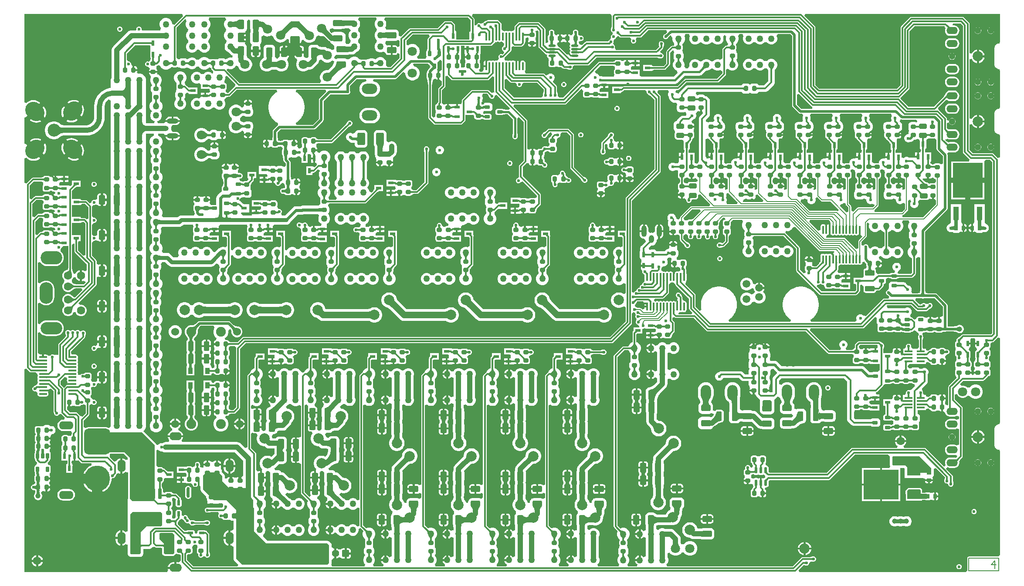
<source format=gbl>
G04*
G04 #@! TF.GenerationSoftware,Altium Limited,Altium Designer,24.4.1 (13)*
G04*
G04 Layer_Physical_Order=4*
G04 Layer_Color=15238730*
%FSLAX26Y26*%
%MOIN*%
G70*
G04*
G04 #@! TF.SameCoordinates,3F108B2F-3CCF-4823-96B3-378CED877835*
G04*
G04*
G04 #@! TF.FilePolarity,Positive*
G04*
G01*
G75*
%ADD10C,0.011811*%
%ADD11C,0.007874*%
%ADD12C,0.015748*%
%ADD13C,0.005906*%
%ADD15C,0.009842*%
%ADD20C,0.019685*%
G04:AMPARAMS|DCode=23|XSize=31.496mil|YSize=37.402mil|CornerRadius=5.197mil|HoleSize=0mil|Usage=FLASHONLY|Rotation=180.000|XOffset=0mil|YOffset=0mil|HoleType=Round|Shape=RoundedRectangle|*
%AMROUNDEDRECTD23*
21,1,0.031496,0.027008,0,0,180.0*
21,1,0.021102,0.037402,0,0,180.0*
1,1,0.010394,-0.010551,0.013504*
1,1,0.010394,0.010551,0.013504*
1,1,0.010394,0.010551,-0.013504*
1,1,0.010394,-0.010551,-0.013504*
%
%ADD23ROUNDEDRECTD23*%
G04:AMPARAMS|DCode=24|XSize=31.496mil|YSize=37.402mil|CornerRadius=5.197mil|HoleSize=0mil|Usage=FLASHONLY|Rotation=270.000|XOffset=0mil|YOffset=0mil|HoleType=Round|Shape=RoundedRectangle|*
%AMROUNDEDRECTD24*
21,1,0.031496,0.027008,0,0,270.0*
21,1,0.021102,0.037402,0,0,270.0*
1,1,0.010394,-0.013504,-0.010551*
1,1,0.010394,-0.013504,0.010551*
1,1,0.010394,0.013504,0.010551*
1,1,0.010394,0.013504,-0.010551*
%
%ADD24ROUNDEDRECTD24*%
G04:AMPARAMS|DCode=30|XSize=41.732mil|YSize=19.685mil|CornerRadius=1.968mil|HoleSize=0mil|Usage=FLASHONLY|Rotation=0.000|XOffset=0mil|YOffset=0mil|HoleType=Round|Shape=RoundedRectangle|*
%AMROUNDEDRECTD30*
21,1,0.041732,0.015748,0,0,0.0*
21,1,0.037795,0.019685,0,0,0.0*
1,1,0.003937,0.018898,-0.007874*
1,1,0.003937,-0.018898,-0.007874*
1,1,0.003937,-0.018898,0.007874*
1,1,0.003937,0.018898,0.007874*
%
%ADD30ROUNDEDRECTD30*%
G04:AMPARAMS|DCode=40|XSize=59.055mil|YSize=94.488mil|CornerRadius=10.335mil|HoleSize=0mil|Usage=FLASHONLY|Rotation=180.000|XOffset=0mil|YOffset=0mil|HoleType=Round|Shape=RoundedRectangle|*
%AMROUNDEDRECTD40*
21,1,0.059055,0.073819,0,0,180.0*
21,1,0.038386,0.094488,0,0,180.0*
1,1,0.020669,-0.019193,0.036910*
1,1,0.020669,0.019193,0.036910*
1,1,0.020669,0.019193,-0.036910*
1,1,0.020669,-0.019193,-0.036910*
%
%ADD40ROUNDEDRECTD40*%
G04:AMPARAMS|DCode=45|XSize=39.37mil|YSize=59.055mil|CornerRadius=6.496mil|HoleSize=0mil|Usage=FLASHONLY|Rotation=270.000|XOffset=0mil|YOffset=0mil|HoleType=Round|Shape=RoundedRectangle|*
%AMROUNDEDRECTD45*
21,1,0.039370,0.046063,0,0,270.0*
21,1,0.026378,0.059055,0,0,270.0*
1,1,0.012992,-0.023032,-0.013189*
1,1,0.012992,-0.023032,0.013189*
1,1,0.012992,0.023032,0.013189*
1,1,0.012992,0.023032,-0.013189*
%
%ADD45ROUNDEDRECTD45*%
G04:AMPARAMS|DCode=54|XSize=27.559mil|YSize=36.614mil|CornerRadius=4.547mil|HoleSize=0mil|Usage=FLASHONLY|Rotation=0.000|XOffset=0mil|YOffset=0mil|HoleType=Round|Shape=RoundedRectangle|*
%AMROUNDEDRECTD54*
21,1,0.027559,0.027520,0,0,0.0*
21,1,0.018465,0.036614,0,0,0.0*
1,1,0.009094,0.009232,-0.013760*
1,1,0.009094,-0.009232,-0.013760*
1,1,0.009094,-0.009232,0.013760*
1,1,0.009094,0.009232,0.013760*
%
%ADD54ROUNDEDRECTD54*%
%ADD55R,0.023622X0.043307*%
%ADD56R,0.043307X0.023622*%
G04:AMPARAMS|DCode=57|XSize=23.622mil|YSize=39.37mil|CornerRadius=3.543mil|HoleSize=0mil|Usage=FLASHONLY|Rotation=270.000|XOffset=0mil|YOffset=0mil|HoleType=Round|Shape=RoundedRectangle|*
%AMROUNDEDRECTD57*
21,1,0.023622,0.032283,0,0,270.0*
21,1,0.016535,0.039370,0,0,270.0*
1,1,0.007087,-0.016142,-0.008268*
1,1,0.007087,-0.016142,0.008268*
1,1,0.007087,0.016142,0.008268*
1,1,0.007087,0.016142,-0.008268*
%
%ADD57ROUNDEDRECTD57*%
%ADD66O,0.086614X0.041339*%
%ADD67O,0.059055X0.039370*%
G04:AMPARAMS|DCode=80|XSize=41.732mil|YSize=19.685mil|CornerRadius=1.968mil|HoleSize=0mil|Usage=FLASHONLY|Rotation=90.000|XOffset=0mil|YOffset=0mil|HoleType=Round|Shape=RoundedRectangle|*
%AMROUNDEDRECTD80*
21,1,0.041732,0.015748,0,0,90.0*
21,1,0.037795,0.019685,0,0,90.0*
1,1,0.003937,0.007874,0.018898*
1,1,0.003937,0.007874,-0.018898*
1,1,0.003937,-0.007874,-0.018898*
1,1,0.003937,-0.007874,0.018898*
%
%ADD80ROUNDEDRECTD80*%
%ADD83C,0.039370*%
%ADD85C,0.078740*%
%ADD86C,0.070866*%
%ADD87C,0.059055*%
%ADD88C,0.049528*%
%ADD89O,0.078740X0.118110*%
%ADD90C,0.060000*%
%ADD91C,0.074803*%
%ADD92C,0.236220*%
%ADD93O,0.118110X0.078740*%
%ADD94O,0.062992X0.094488*%
%ADD95O,0.094488X0.062992*%
%ADD96C,0.062992*%
%ADD101C,0.196850*%
G04:AMPARAMS|DCode=102|XSize=196.85mil|YSize=196.85mil|CornerRadius=29.528mil|HoleSize=0mil|Usage=FLASHONLY|Rotation=90.000|XOffset=0mil|YOffset=0mil|HoleType=Round|Shape=RoundedRectangle|*
%AMROUNDEDRECTD102*
21,1,0.196850,0.137795,0,0,90.0*
21,1,0.137795,0.196850,0,0,90.0*
1,1,0.059055,0.068898,0.068898*
1,1,0.059055,0.068898,-0.068898*
1,1,0.059055,-0.068898,-0.068898*
1,1,0.059055,-0.068898,0.068898*
%
%ADD102ROUNDEDRECTD102*%
%ADD103O,0.110236X0.062992*%
G04:AMPARAMS|DCode=104|XSize=55.118mil|YSize=55.118mil|CornerRadius=9.646mil|HoleSize=0mil|Usage=FLASHONLY|Rotation=0.000|XOffset=0mil|YOffset=0mil|HoleType=Round|Shape=RoundedRectangle|*
%AMROUNDEDRECTD104*
21,1,0.055118,0.035827,0,0,0.0*
21,1,0.035827,0.055118,0,0,0.0*
1,1,0.019291,0.017913,-0.017913*
1,1,0.019291,-0.017913,-0.017913*
1,1,0.019291,-0.017913,0.017913*
1,1,0.019291,0.017913,0.017913*
%
%ADD104ROUNDEDRECTD104*%
%ADD105C,0.055118*%
%ADD106C,0.051181*%
%ADD107O,0.086614X0.055118*%
G04:AMPARAMS|DCode=108|XSize=157.48mil|YSize=125.984mil|CornerRadius=0mil|HoleSize=0mil|Usage=FLASHONLY|Rotation=135.000|XOffset=0mil|YOffset=0mil|HoleType=Round|Shape=Round|*
%AMOVALD108*
21,1,0.031496,0.125984,0.000000,0.000000,135.0*
1,1,0.125984,0.011136,-0.011136*
1,1,0.125984,-0.011136,0.011136*
%
%ADD108OVALD108*%

%ADD109C,0.098425*%
G04:AMPARAMS|DCode=110|XSize=157.48mil|YSize=125.984mil|CornerRadius=0mil|HoleSize=0mil|Usage=FLASHONLY|Rotation=225.000|XOffset=0mil|YOffset=0mil|HoleType=Round|Shape=Round|*
%AMOVALD110*
21,1,0.031496,0.125984,0.000000,0.000000,225.0*
1,1,0.125984,0.011136,0.011136*
1,1,0.125984,-0.011136,-0.011136*
%
%ADD110OVALD110*%

%ADD111C,0.031496*%
%ADD112C,0.039370*%
%ADD114C,0.023622*%
%ADD116C,0.051181*%
%ADD118C,0.062992*%
%ADD119O,0.102362X0.165354*%
%ADD120O,0.165354X0.102362*%
%ADD121O,0.165354X0.094488*%
%ADD122C,0.023622*%
G04:AMPARAMS|DCode=124|XSize=47.638mil|YSize=71.653mil|CornerRadius=7.86mil|HoleSize=0mil|Usage=FLASHONLY|Rotation=270.000|XOffset=0mil|YOffset=0mil|HoleType=Round|Shape=RoundedRectangle|*
%AMROUNDEDRECTD124*
21,1,0.047638,0.055933,0,0,270.0*
21,1,0.031917,0.071653,0,0,270.0*
1,1,0.015720,-0.027967,-0.015959*
1,1,0.015720,-0.027967,0.015959*
1,1,0.015720,0.027967,0.015959*
1,1,0.015720,0.027967,-0.015959*
%
%ADD124ROUNDEDRECTD124*%
%ADD125O,0.057087X0.017716*%
%ADD126R,0.102362X0.039370*%
%ADD127R,0.267716X0.228346*%
%ADD128O,0.021654X0.050787*%
G04:AMPARAMS|DCode=129|XSize=43.307mil|YSize=70.866mil|CornerRadius=4.331mil|HoleSize=0mil|Usage=FLASHONLY|Rotation=0.000|XOffset=0mil|YOffset=0mil|HoleType=Round|Shape=RoundedRectangle|*
%AMROUNDEDRECTD129*
21,1,0.043307,0.062205,0,0,0.0*
21,1,0.034646,0.070866,0,0,0.0*
1,1,0.008661,0.017323,-0.031102*
1,1,0.008661,-0.017323,-0.031102*
1,1,0.008661,-0.017323,0.031102*
1,1,0.008661,0.017323,0.031102*
%
%ADD129ROUNDEDRECTD129*%
G04:AMPARAMS|DCode=130|XSize=47.638mil|YSize=71.653mil|CornerRadius=7.86mil|HoleSize=0mil|Usage=FLASHONLY|Rotation=180.000|XOffset=0mil|YOffset=0mil|HoleType=Round|Shape=RoundedRectangle|*
%AMROUNDEDRECTD130*
21,1,0.047638,0.055933,0,0,180.0*
21,1,0.031917,0.071653,0,0,180.0*
1,1,0.015720,-0.015959,0.027967*
1,1,0.015720,0.015959,0.027967*
1,1,0.015720,0.015959,-0.027967*
1,1,0.015720,-0.015959,-0.027967*
%
%ADD130ROUNDEDRECTD130*%
G04:AMPARAMS|DCode=131|XSize=27.559mil|YSize=36.614mil|CornerRadius=4.547mil|HoleSize=0mil|Usage=FLASHONLY|Rotation=90.000|XOffset=0mil|YOffset=0mil|HoleType=Round|Shape=RoundedRectangle|*
%AMROUNDEDRECTD131*
21,1,0.027559,0.027520,0,0,90.0*
21,1,0.018465,0.036614,0,0,90.0*
1,1,0.009094,0.013760,0.009232*
1,1,0.009094,0.013760,-0.009232*
1,1,0.009094,-0.013760,-0.009232*
1,1,0.009094,-0.013760,0.009232*
%
%ADD131ROUNDEDRECTD131*%
%ADD132O,0.016142X0.061811*%
%ADD133R,0.228346X0.267716*%
%ADD134R,0.039370X0.102362*%
%ADD135R,0.060000X0.017000*%
G04:AMPARAMS|DCode=136|XSize=23.622mil|YSize=78.74mil|CornerRadius=4.134mil|HoleSize=0mil|Usage=FLASHONLY|Rotation=180.000|XOffset=0mil|YOffset=0mil|HoleType=Round|Shape=RoundedRectangle|*
%AMROUNDEDRECTD136*
21,1,0.023622,0.070473,0,0,180.0*
21,1,0.015354,0.078740,0,0,180.0*
1,1,0.008268,-0.007677,0.035236*
1,1,0.008268,0.007677,0.035236*
1,1,0.008268,0.007677,-0.035236*
1,1,0.008268,-0.007677,-0.035236*
%
%ADD136ROUNDEDRECTD136*%
G04:AMPARAMS|DCode=137|XSize=23.622mil|YSize=39.37mil|CornerRadius=3.543mil|HoleSize=0mil|Usage=FLASHONLY|Rotation=180.000|XOffset=0mil|YOffset=0mil|HoleType=Round|Shape=RoundedRectangle|*
%AMROUNDEDRECTD137*
21,1,0.023622,0.032283,0,0,180.0*
21,1,0.016535,0.039370,0,0,180.0*
1,1,0.007087,-0.008268,0.016142*
1,1,0.007087,0.008268,0.016142*
1,1,0.007087,0.008268,-0.016142*
1,1,0.007087,-0.008268,-0.016142*
%
%ADD137ROUNDEDRECTD137*%
%ADD138R,0.035827X0.048032*%
%ADD139O,0.061811X0.016142*%
G04:AMPARAMS|DCode=140|XSize=43.307mil|YSize=23.622mil|CornerRadius=4.134mil|HoleSize=0mil|Usage=FLASHONLY|Rotation=270.000|XOffset=0mil|YOffset=0mil|HoleType=Round|Shape=RoundedRectangle|*
%AMROUNDEDRECTD140*
21,1,0.043307,0.015354,0,0,270.0*
21,1,0.035039,0.023622,0,0,270.0*
1,1,0.008268,-0.007677,-0.017520*
1,1,0.008268,-0.007677,0.017520*
1,1,0.008268,0.007677,0.017520*
1,1,0.008268,0.007677,-0.017520*
%
%ADD140ROUNDEDRECTD140*%
%ADD141O,0.039370X0.059055*%
%ADD142O,0.041339X0.086614*%
G04:AMPARAMS|DCode=143|XSize=43.307mil|YSize=23.622mil|CornerRadius=4.134mil|HoleSize=0mil|Usage=FLASHONLY|Rotation=0.000|XOffset=0mil|YOffset=0mil|HoleType=Round|Shape=RoundedRectangle|*
%AMROUNDEDRECTD143*
21,1,0.043307,0.015354,0,0,0.0*
21,1,0.035039,0.023622,0,0,0.0*
1,1,0.008268,0.017520,-0.007677*
1,1,0.008268,-0.017520,-0.007677*
1,1,0.008268,-0.017520,0.007677*
1,1,0.008268,0.017520,0.007677*
%
%ADD143ROUNDEDRECTD143*%
G04:AMPARAMS|DCode=144|XSize=43.307mil|YSize=70.866mil|CornerRadius=4.331mil|HoleSize=0mil|Usage=FLASHONLY|Rotation=90.000|XOffset=0mil|YOffset=0mil|HoleType=Round|Shape=RoundedRectangle|*
%AMROUNDEDRECTD144*
21,1,0.043307,0.062205,0,0,90.0*
21,1,0.034646,0.070866,0,0,90.0*
1,1,0.008661,0.031102,0.017323*
1,1,0.008661,0.031102,-0.017323*
1,1,0.008661,-0.031102,-0.017323*
1,1,0.008661,-0.031102,0.017323*
%
%ADD144ROUNDEDRECTD144*%
G04:AMPARAMS|DCode=145|XSize=51.181mil|YSize=131.89mil|CornerRadius=5.118mil|HoleSize=0mil|Usage=FLASHONLY|Rotation=180.000|XOffset=0mil|YOffset=0mil|HoleType=Round|Shape=RoundedRectangle|*
%AMROUNDEDRECTD145*
21,1,0.051181,0.121654,0,0,180.0*
21,1,0.040945,0.131890,0,0,180.0*
1,1,0.010236,-0.020473,0.060827*
1,1,0.010236,0.020473,0.060827*
1,1,0.010236,0.020473,-0.060827*
1,1,0.010236,-0.020473,-0.060827*
%
%ADD145ROUNDEDRECTD145*%
G36*
X4562204Y4247972D02*
X4560924Y4247942D01*
X4559762Y4247854D01*
X4558718Y4247706D01*
X4557793Y4247500D01*
X4556986Y4247234D01*
X4556298Y4246910D01*
X4555728Y4246527D01*
X4555276Y4246084D01*
X4554943Y4245583D01*
X4554728Y4245022D01*
X4547028Y4259241D01*
X4560657Y4259783D01*
X4562204Y4247972D01*
D02*
G37*
G36*
X4610153Y4217603D02*
X4610287Y4216901D01*
X4610514Y4216173D01*
X4610834Y4215418D01*
X4611249Y4214636D01*
X4611756Y4213828D01*
X4612357Y4212993D01*
X4613052Y4212131D01*
X4614722Y4210328D01*
X4606370Y4201976D01*
X4605455Y4202858D01*
X4603705Y4204341D01*
X4602870Y4204942D01*
X4602062Y4205449D01*
X4601280Y4205864D01*
X4600525Y4206184D01*
X4599797Y4206411D01*
X4599095Y4206545D01*
X4598421Y4206585D01*
X4610113Y4218278D01*
X4610153Y4217603D01*
D02*
G37*
G36*
X3549687Y4208855D02*
X3548806Y4207940D01*
X3547323Y4206190D01*
X3546722Y4205355D01*
X3546214Y4204547D01*
X3545800Y4203765D01*
X3545479Y4203010D01*
X3545252Y4202282D01*
X3545118Y4201580D01*
X3545078Y4200905D01*
X3533386Y4212598D01*
X3534061Y4212638D01*
X3534762Y4212772D01*
X3535491Y4212999D01*
X3536246Y4213319D01*
X3537027Y4213734D01*
X3537836Y4214241D01*
X3538671Y4214842D01*
X3539532Y4215537D01*
X3541336Y4217207D01*
X3549687Y4208855D01*
D02*
G37*
G36*
X1223068Y4266559D02*
X1155473Y4198963D01*
X1139725Y4205487D01*
Y4210110D01*
X1136427Y4222416D01*
X1130057Y4233450D01*
X1121048Y4242458D01*
X1110015Y4248828D01*
X1097709Y4252126D01*
X1084969D01*
X1072662Y4248828D01*
X1061629Y4242458D01*
X1052620Y4233450D01*
X1046250Y4222416D01*
X1042953Y4210110D01*
Y4197370D01*
X1046250Y4185064D01*
X1052620Y4174030D01*
X1054067Y4172584D01*
X1047544Y4156836D01*
X909351D01*
X905512Y4162581D01*
Y4170412D01*
X902515Y4177647D01*
X896977Y4183184D01*
X889742Y4186181D01*
X881911D01*
X874676Y4183184D01*
X869139Y4177647D01*
X866142Y4170412D01*
Y4162581D01*
X862303Y4156836D01*
X828740D01*
X818463Y4155483D01*
X808885Y4151516D01*
X800661Y4145205D01*
X688457Y4033000D01*
X682146Y4024776D01*
X678179Y4015199D01*
X677165Y4007501D01*
Y3818477D01*
X676826Y3818137D01*
Y3795906D01*
X675116Y3792944D01*
X672226Y3782157D01*
X668548D01*
Y3714399D01*
X661792Y3713867D01*
X640461Y3708746D01*
X620193Y3700351D01*
X601489Y3688889D01*
X584807Y3674642D01*
X570560Y3657960D01*
X559098Y3639256D01*
X550703Y3618988D01*
X545582Y3597657D01*
X543861Y3575787D01*
X543952D01*
Y3490748D01*
X544027Y3490181D01*
X542921Y3478961D01*
X539483Y3467626D01*
X533900Y3457180D01*
X526385Y3448024D01*
X517230Y3440510D01*
X506784Y3434927D01*
X495449Y3431488D01*
X484229Y3430383D01*
X483661Y3430458D01*
X309649D01*
X309488Y3430495D01*
X305234Y3430623D01*
X301880Y3430940D01*
X298825Y3431444D01*
X296056Y3432115D01*
X293548Y3432937D01*
X291272Y3433899D01*
X289189Y3434999D01*
X287264Y3436245D01*
X285457Y3437658D01*
X283106Y3439857D01*
X281719Y3440718D01*
X278172Y3444264D01*
X266887Y3451804D01*
X254349Y3456998D01*
X241038Y3459646D01*
X227466D01*
X214155Y3456998D01*
X201617Y3451804D01*
X190332Y3444264D01*
X180736Y3434668D01*
X173196Y3423383D01*
X168002Y3410845D01*
X165354Y3397534D01*
Y3383962D01*
X168002Y3370651D01*
X173196Y3358113D01*
X180736Y3346828D01*
X190332Y3337232D01*
X201617Y3329692D01*
X214155Y3324498D01*
X227466Y3321850D01*
X241038D01*
X254349Y3324498D01*
X266887Y3329692D01*
X278172Y3337232D01*
X281718Y3340778D01*
X283106Y3341640D01*
X285457Y3343839D01*
X287264Y3345251D01*
X289189Y3346497D01*
X291272Y3347598D01*
X293548Y3348559D01*
X296056Y3349381D01*
X298825Y3350052D01*
X301880Y3350556D01*
X305234Y3350873D01*
X309488Y3351001D01*
X309649Y3351038D01*
X483661D01*
Y3350947D01*
X505531Y3352668D01*
X526862Y3357789D01*
X547130Y3366184D01*
X565835Y3377647D01*
X582516Y3391894D01*
X596763Y3408575D01*
X608225Y3427280D01*
X616620Y3447547D01*
X621741Y3468878D01*
X623462Y3490748D01*
X623371D01*
Y3575787D01*
X623297Y3576355D01*
X624402Y3587575D01*
X627840Y3598910D01*
X633423Y3609356D01*
X640938Y3618511D01*
X650093Y3626026D01*
X652800Y3627472D01*
X668548Y3618433D01*
Y2968092D01*
X668150Y2966606D01*
Y2953866D01*
X668548Y2952381D01*
Y2768092D01*
X668150Y2766606D01*
Y2753866D01*
X668548Y2752381D01*
Y2696044D01*
X668150Y2694559D01*
Y2681819D01*
X668548Y2680334D01*
Y2496044D01*
X668150Y2494559D01*
Y2481819D01*
X668548Y2480334D01*
Y2424391D01*
X668150Y2422906D01*
Y2410165D01*
X668548Y2408680D01*
Y2224391D01*
X668150Y2222906D01*
Y2210165D01*
X668548Y2208680D01*
Y2152147D01*
X668150Y2150662D01*
Y2137921D01*
X668548Y2136436D01*
Y1952147D01*
X668150Y1950661D01*
Y1937921D01*
X668548Y1936436D01*
Y1880494D01*
X668150Y1879008D01*
Y1866268D01*
X668548Y1864782D01*
Y1680494D01*
X668150Y1679008D01*
Y1666268D01*
X668548Y1664782D01*
Y1608447D01*
X668150Y1606961D01*
Y1594220D01*
X668548Y1592734D01*
Y1408447D01*
X668150Y1406961D01*
Y1394220D01*
X668548Y1392734D01*
Y1334755D01*
Y1322015D01*
Y1134755D01*
Y1122015D01*
X654706Y1112881D01*
X644650Y1117046D01*
X633858Y1118467D01*
X496063D01*
X485272Y1117046D01*
X477303Y1113746D01*
X469687Y1116672D01*
X461555Y1122249D01*
Y1169473D01*
X502061Y1209978D01*
X505106Y1214536D01*
X506176Y1219913D01*
Y1286179D01*
X506322Y1286272D01*
X506414Y1286402D01*
X506547Y1286491D01*
X507766Y1288316D01*
X509033Y1290109D01*
X509069Y1290265D01*
X509157Y1290398D01*
X520832Y1295269D01*
X524253Y1296096D01*
X530779Y1292367D01*
X538014Y1289370D01*
X545845D01*
X553080Y1292367D01*
X558618Y1297904D01*
X561614Y1305139D01*
Y1312971D01*
X558618Y1320206D01*
X553080Y1325743D01*
X545845Y1328740D01*
X538014D01*
X534447Y1329773D01*
X522315Y1337459D01*
X522023Y1337864D01*
X521651Y1339732D01*
X517892Y1345358D01*
X517402Y1345685D01*
X517109Y1346487D01*
Y1362381D01*
X517402Y1363184D01*
X517892Y1363511D01*
X521651Y1369137D01*
X522971Y1375773D01*
Y1396875D01*
X521651Y1403511D01*
X518389Y1408394D01*
X517892Y1409137D01*
X517892Y1420691D01*
X517927Y1420743D01*
X525850Y1426550D01*
X537887Y1427218D01*
X538014Y1427165D01*
X545845D01*
X553080Y1430162D01*
X558618Y1435700D01*
X561614Y1442935D01*
Y1448031D01*
X561898Y1448309D01*
X570655Y1453899D01*
X576164Y1455808D01*
X578728Y1454094D01*
X586404Y1452568D01*
X592520D01*
Y1464431D01*
X591673Y1464733D01*
X590551Y1464852D01*
X592520D01*
Y1490748D01*
X566347D01*
Y1472624D01*
X566367Y1472523D01*
X556845Y1466084D01*
X552009Y1463982D01*
X545845Y1466535D01*
X538014D01*
X535845Y1465637D01*
X531477Y1464115D01*
X521380Y1469303D01*
X518881Y1485951D01*
X521651Y1490096D01*
X522971Y1496732D01*
Y1517835D01*
X521651Y1524471D01*
X517892Y1530097D01*
X512266Y1533856D01*
X505630Y1535176D01*
X478622D01*
X471986Y1533856D01*
X466360Y1530097D01*
X464462Y1527256D01*
X462765Y1527594D01*
X462410Y1527523D01*
X462050Y1527572D01*
X460116Y1527067D01*
X458693Y1526784D01*
X458246Y1526969D01*
X450415D01*
X443180Y1523972D01*
X438948Y1519740D01*
X436634Y1518451D01*
X420712Y1518713D01*
X418916Y1521738D01*
X419878Y1526575D01*
X418335Y1534332D01*
X414969Y1539370D01*
X418335Y1544408D01*
X419878Y1552165D01*
X418335Y1559923D01*
X414969Y1564961D01*
X418335Y1569998D01*
X419878Y1577756D01*
X418335Y1585514D01*
X414969Y1590551D01*
X418335Y1595589D01*
X419878Y1603347D01*
X418335Y1611104D01*
X414969Y1616142D01*
X418335Y1621180D01*
X419878Y1628937D01*
X418335Y1636695D01*
X414969Y1641732D01*
X418335Y1646770D01*
X419878Y1654528D01*
X418335Y1662285D01*
X413940Y1668862D01*
X407364Y1673256D01*
X399606Y1674799D01*
X370695D01*
X370277Y1676672D01*
X369962Y1678637D01*
X369768Y1678952D01*
X369687Y1679313D01*
X368542Y1680943D01*
X367498Y1682638D01*
X367198Y1682855D01*
X366986Y1683158D01*
X366816Y1683265D01*
Y1698156D01*
X468596Y1799935D01*
X471642Y1804493D01*
X472711Y1809870D01*
Y1813392D01*
X472749Y1813415D01*
X472887Y1813606D01*
X473082Y1813736D01*
X474262Y1815502D01*
X475507Y1817219D01*
X475562Y1817448D01*
X475693Y1817643D01*
X476107Y1819725D01*
X476601Y1821789D01*
X476679Y1823832D01*
X476718Y1824198D01*
X476770Y1824514D01*
X476788Y1824595D01*
X476944Y1824862D01*
X478055Y1826524D01*
X478126Y1826880D01*
X478309Y1827193D01*
X478582Y1829173D01*
X478972Y1831132D01*
X478901Y1831488D01*
X478950Y1831848D01*
X478445Y1833782D01*
X478161Y1835205D01*
X478346Y1835651D01*
Y1843483D01*
X475350Y1850718D01*
X469812Y1856255D01*
X462577Y1859252D01*
X454746D01*
X447511Y1856255D01*
X436964Y1853467D01*
X428689Y1858009D01*
X428474Y1858224D01*
X421238Y1861220D01*
X413407D01*
X406172Y1858224D01*
X397146Y1855169D01*
X390088Y1860192D01*
X382853Y1863189D01*
X375022D01*
X367786Y1860192D01*
X361221Y1855405D01*
X354655Y1860192D01*
X347420Y1863189D01*
X339588D01*
X332353Y1860192D01*
X326816Y1854655D01*
X323819Y1847420D01*
Y1839588D01*
X324004Y1839142D01*
X323721Y1837719D01*
X323215Y1835785D01*
X323265Y1835425D01*
X323194Y1835069D01*
X323584Y1833110D01*
X323856Y1831130D01*
X324040Y1830817D01*
X324111Y1830461D01*
X325221Y1828799D01*
X325377Y1828533D01*
X325396Y1828449D01*
X325423Y1828280D01*
X325542Y1826850D01*
X325558Y1825965D01*
X326036Y1823777D01*
X326473Y1821580D01*
X326536Y1821486D01*
X326560Y1821375D01*
X327839Y1819536D01*
X329083Y1817674D01*
X319395Y1805985D01*
X273664Y1760254D01*
X270619Y1755696D01*
X269549Y1750319D01*
Y1672730D01*
X237874D01*
X237874Y1672730D01*
X226357Y1674213D01*
X218525D01*
X211290Y1671216D01*
X206849Y1666774D01*
X205219Y1666270D01*
X200266Y1666101D01*
X189234Y1666949D01*
X187956Y1668862D01*
X181380Y1673256D01*
X173622Y1674799D01*
X157677D01*
Y1666712D01*
X158169Y1665497D01*
X158819Y1664423D01*
X159587Y1663588D01*
X160473Y1662991D01*
X161477Y1662633D01*
X162599Y1662514D01*
X157677D01*
Y1654528D01*
X143898D01*
Y1662514D01*
X138977D01*
X140099Y1662633D01*
X141103Y1662991D01*
X141988Y1663588D01*
X142756Y1664423D01*
X143406Y1665497D01*
X143898Y1666712D01*
Y1674799D01*
X127953D01*
X113590Y1685367D01*
X112896Y1686638D01*
Y1841092D01*
X128644Y1845036D01*
X129724Y1843016D01*
X137104Y1834024D01*
X146096Y1826644D01*
X156355Y1821160D01*
X167487Y1817784D01*
X179064Y1816643D01*
X249930D01*
X261507Y1817784D01*
X272639Y1821160D01*
X282898Y1826644D01*
X291890Y1834024D01*
X299270Y1843016D01*
X304754Y1853276D01*
X308131Y1864408D01*
X309271Y1875984D01*
X308131Y1887561D01*
X304754Y1898693D01*
X299270Y1908952D01*
X291890Y1917945D01*
X282898Y1925324D01*
X272639Y1930808D01*
X261507Y1934185D01*
X249930Y1935325D01*
X179064D01*
X167487Y1934185D01*
X156355Y1930808D01*
X146096Y1925324D01*
X137104Y1917945D01*
X129724Y1908952D01*
X128644Y1906932D01*
X112896Y1910877D01*
Y2065968D01*
X128644Y2071603D01*
X130439Y2069416D01*
X140031Y2061544D01*
X150974Y2055695D01*
X162848Y2052093D01*
X175197Y2050876D01*
X187546Y2052093D01*
X199420Y2055695D01*
X210363Y2061544D01*
X219955Y2069416D01*
X227826Y2079007D01*
X233676Y2089951D01*
X237278Y2101825D01*
X238494Y2114173D01*
Y2177165D01*
X237278Y2189514D01*
X233676Y2201388D01*
X227826Y2212331D01*
X219955Y2221923D01*
X210363Y2229795D01*
X199420Y2235644D01*
X187546Y2239246D01*
X175197Y2240462D01*
X162848Y2239246D01*
X150974Y2235644D01*
X140031Y2229795D01*
X130439Y2221923D01*
X128644Y2219736D01*
X112896Y2225370D01*
Y2379490D01*
X128644Y2383435D01*
X130372Y2380203D01*
X138243Y2370612D01*
X147835Y2362740D01*
X158778Y2356891D01*
X170652Y2353289D01*
X183001Y2352072D01*
X245993D01*
X258342Y2353289D01*
X270216Y2356891D01*
X281159Y2362740D01*
X290751Y2370612D01*
X298622Y2380203D01*
X304472Y2391147D01*
X308074Y2403021D01*
X309290Y2415369D01*
X308074Y2427718D01*
X304472Y2439592D01*
X298622Y2450535D01*
X290751Y2460127D01*
X286113Y2463934D01*
X285428Y2471450D01*
X285896Y2479963D01*
X286993Y2482737D01*
X290153Y2485896D01*
X293150Y2493131D01*
X307258Y2504921D01*
X344488Y2504921D01*
X345203Y2489469D01*
Y2337144D01*
X344260Y2335919D01*
X342993Y2334510D01*
X342837Y2334068D01*
X342551Y2333696D01*
X342059Y2331867D01*
X341428Y2330080D01*
X341453Y2329612D01*
X341331Y2329159D01*
X341212Y2327370D01*
X341063Y2326674D01*
X340873Y2326182D01*
X340619Y2325750D01*
X340218Y2325265D01*
X339548Y2324666D01*
X338506Y2323959D01*
X337020Y2323189D01*
X335058Y2322411D01*
X332190Y2321551D01*
X331304Y2321080D01*
X326836Y2319883D01*
X316961Y2314182D01*
X308898Y2306118D01*
X303196Y2296243D01*
X300245Y2285229D01*
Y2273826D01*
X303196Y2262811D01*
X308898Y2252936D01*
X313896Y2247938D01*
X315714Y2238198D01*
X313896Y2228458D01*
X308898Y2223460D01*
X303196Y2213585D01*
X300245Y2202571D01*
Y2191168D01*
X303196Y2180153D01*
X308898Y2170278D01*
X316961Y2162215D01*
X326836Y2156514D01*
X337851Y2153562D01*
X349253D01*
X360268Y2156514D01*
X370143Y2162215D01*
X373458Y2165530D01*
X374310Y2166064D01*
X380164Y2171589D01*
X382538Y2173538D01*
X384823Y2175213D01*
X386904Y2176543D01*
X388748Y2177539D01*
X390331Y2178225D01*
X391629Y2178641D01*
X392635Y2178841D01*
X394213Y2178950D01*
X396089Y2179459D01*
X397995Y2179838D01*
X398344Y2180071D01*
X398748Y2180180D01*
X400286Y2181368D01*
X401902Y2182448D01*
X402135Y2182797D01*
X402165Y2182820D01*
X445971D01*
X451998Y2168271D01*
X395710Y2111983D01*
X394213Y2112389D01*
X392635Y2112497D01*
X391629Y2112698D01*
X390331Y2113114D01*
X388748Y2113800D01*
X386903Y2114796D01*
X384823Y2116126D01*
X382656Y2117714D01*
X377328Y2122312D01*
X374485Y2125106D01*
X373543Y2125724D01*
X370143Y2129124D01*
X360268Y2134825D01*
X349253Y2137776D01*
X337851D01*
X326836Y2134825D01*
X316961Y2129124D01*
X308898Y2121060D01*
X303196Y2111185D01*
X300245Y2100171D01*
Y2088768D01*
X303196Y2077753D01*
X308898Y2067878D01*
X313896Y2062880D01*
X315714Y2053140D01*
X313896Y2043400D01*
X308898Y2038402D01*
X303196Y2028527D01*
X300245Y2017513D01*
Y2006110D01*
X303196Y1995095D01*
X308898Y1985220D01*
X316961Y1977157D01*
X326836Y1971456D01*
X337851Y1968504D01*
X349253D01*
X360268Y1971456D01*
X370143Y1977157D01*
X378206Y1985220D01*
X383908Y1995095D01*
X384613Y1997727D01*
X400916D01*
X401621Y1995095D01*
X407323Y1985220D01*
X415386Y1977157D01*
X425261Y1971456D01*
X436276Y1968504D01*
X447678D01*
X458693Y1971456D01*
X468568Y1977157D01*
X476631Y1985220D01*
X482333Y1995095D01*
X485284Y2006110D01*
Y2017513D01*
X482333Y2028527D01*
X476631Y2038402D01*
X468568Y2046466D01*
X458693Y2052167D01*
X447678Y2055118D01*
X436276D01*
X431623Y2053872D01*
X423471Y2067991D01*
X557179Y2201699D01*
X560224Y2206257D01*
X561294Y2211633D01*
Y2264190D01*
X562001Y2264851D01*
X577042Y2271166D01*
X578728Y2270039D01*
X586404Y2268512D01*
X592520D01*
Y2280376D01*
X591673Y2280678D01*
X590551Y2280797D01*
X592520D01*
Y2316535D01*
Y2352274D01*
X590551D01*
X591673Y2352393D01*
X592520Y2352695D01*
Y2364559D01*
X586404D01*
X578728Y2363032D01*
X577042Y2361905D01*
X562001Y2368220D01*
X561294Y2368881D01*
Y2389298D01*
X560224Y2394675D01*
X557179Y2399233D01*
X525861Y2430551D01*
Y2532280D01*
X538014Y2544291D01*
X545845D01*
X553080Y2547288D01*
X553565Y2547773D01*
X554485Y2548080D01*
X570825Y2546737D01*
X571962Y2546170D01*
X572333Y2545966D01*
X578728Y2541693D01*
X586404Y2540166D01*
X592520D01*
Y2552030D01*
X591673Y2552331D01*
X590551Y2552451D01*
X592520D01*
Y2588189D01*
Y2623927D01*
X590551D01*
X591673Y2624047D01*
X592520Y2624348D01*
Y2636212D01*
X586404D01*
X578728Y2634685D01*
X572221Y2630338D01*
X567874Y2623831D01*
X566347Y2616155D01*
Y2589669D01*
X560289Y2585557D01*
X550599Y2581692D01*
X545845Y2583661D01*
X538014D01*
X525861Y2595673D01*
Y2670075D01*
X538014Y2682087D01*
X545845D01*
X553080Y2685083D01*
X558618Y2690621D01*
X561615Y2697856D01*
Y2705687D01*
X558618Y2712922D01*
X553080Y2718460D01*
X545845Y2721457D01*
X538014D01*
X525861Y2733468D01*
Y2808071D01*
X537920Y2819836D01*
X538014Y2819882D01*
X545845D01*
X552229Y2822526D01*
X554276Y2822964D01*
X570904Y2820059D01*
X572221Y2818088D01*
X578728Y2813740D01*
X586404Y2812213D01*
X592520D01*
Y2824077D01*
X591673Y2824379D01*
X590551Y2824498D01*
X592520D01*
Y2860236D01*
Y2895975D01*
X590551D01*
X591673Y2896094D01*
X592520Y2896396D01*
Y2908259D01*
X586404D01*
X578728Y2906733D01*
X572221Y2902385D01*
X567874Y2895878D01*
X566347Y2888203D01*
Y2865259D01*
X560289Y2861148D01*
X550599Y2857283D01*
X545845Y2859252D01*
X538014D01*
X530779Y2856255D01*
X525241Y2850718D01*
X522245Y2843483D01*
Y2839778D01*
X510023Y2832631D01*
X507695Y2832056D01*
X488281Y2851470D01*
X483723Y2854516D01*
X478346Y2855585D01*
X447683D01*
X447589Y2855734D01*
X447459Y2855825D01*
X447372Y2855956D01*
X445543Y2857178D01*
X443750Y2858444D01*
X443596Y2858479D01*
X443465Y2858567D01*
X441310Y2858995D01*
X439167Y2859479D01*
X438977Y2859484D01*
X438976Y2865158D01*
X427045Y2865269D01*
X426685Y2865197D01*
X425759Y2865200D01*
X425623Y2865158D01*
X373302D01*
Y2930204D01*
X393296Y2950199D01*
X393821D01*
X395978Y2950628D01*
X398149Y2951003D01*
X398279Y2951085D01*
X398429Y2951115D01*
X400260Y2952338D01*
X402120Y2953515D01*
X403570Y2954894D01*
X404730Y2955884D01*
X405804Y2956695D01*
X406783Y2957336D01*
X407657Y2957823D01*
X408422Y2958173D01*
X409081Y2958409D01*
X409645Y2958554D01*
X410134Y2958630D01*
X410701Y2958662D01*
X438976D01*
Y3005906D01*
X372047D01*
Y2974568D01*
X369597Y2971762D01*
X368554Y2970708D01*
X367279Y2968776D01*
X365992Y2966849D01*
X365214Y2966460D01*
X360236Y2964296D01*
X344488Y2968504D01*
Y2968504D01*
X277559D01*
X276997Y2969044D01*
X276513Y2986966D01*
X276656Y2987476D01*
X285205Y2996063D01*
X304134D01*
Y3019686D01*
Y3043307D01*
X277559D01*
Y3043307D01*
X261811Y3041784D01*
X260394Y3042066D01*
X253780D01*
Y3014173D01*
X240000D01*
Y3024293D01*
X228329Y3016150D01*
X229118Y3016926D01*
X229542Y3017901D01*
X229603Y3019075D01*
X229301Y3020447D01*
X228636Y3022018D01*
X227607Y3023787D01*
X226215Y3025756D01*
X224459Y3027923D01*
X219858Y3032854D01*
X219919Y3032883D01*
X215935Y3036986D01*
X205174D01*
X203778Y3037631D01*
X199117Y3040746D01*
X192481Y3042066D01*
X165472D01*
X158836Y3040746D01*
X153211Y3036986D01*
X149988Y3032163D01*
X148179Y3032117D01*
X146033Y3031634D01*
X143877Y3031205D01*
X143748Y3031118D01*
X143596Y3031084D01*
X141797Y3029815D01*
X139970Y3028594D01*
X139884Y3028465D01*
X139756Y3028375D01*
X139660Y3028223D01*
X74624D01*
X69248Y3027153D01*
X64690Y3024108D01*
X24780Y2984198D01*
X23639Y2984225D01*
X9032Y2989107D01*
Y3175986D01*
X24780Y3181620D01*
X26266Y3179809D01*
X37656Y3170462D01*
X50651Y3163516D01*
X64752Y3159238D01*
X79416Y3157794D01*
X94080Y3159238D01*
X108180Y3163516D01*
X121175Y3170462D01*
X129507Y3177300D01*
X76632Y3230175D01*
X21244Y3285563D01*
X9032Y3289933D01*
Y3489380D01*
X17843Y3492533D01*
X75647Y3550337D01*
X128523Y3603213D01*
X120191Y3610050D01*
X107196Y3616996D01*
X93096Y3621274D01*
X78432Y3622718D01*
X63768Y3621274D01*
X49667Y3616996D01*
X36672Y3610050D01*
X25282Y3600703D01*
X24780Y3600091D01*
X9032Y3605726D01*
Y4282307D01*
X1216545D01*
X1223068Y4266559D01*
D02*
G37*
G36*
X2115493Y4221244D02*
X2116523Y4219352D01*
X2118070Y4217044D01*
X2120137Y4214318D01*
X2125825Y4207616D01*
X2143422Y4189207D01*
X2124900Y4152051D01*
X2116902Y4159772D01*
X2102526Y4171930D01*
X2096148Y4176368D01*
X2090311Y4179711D01*
X2085013Y4181959D01*
X2082877Y4182477D01*
X2085233Y4180010D01*
X2082240Y4182283D01*
X2079629Y4183123D01*
X2076038Y4183173D01*
X2072360Y4182139D01*
X2069223Y4180010D01*
X2072361Y4182939D01*
X2069827Y4182344D01*
X2064545Y4180111D01*
X2058691Y4176752D01*
X2052265Y4172266D01*
X2045267Y4166654D01*
X2029555Y4152051D01*
X2002108Y4180281D01*
X2044467Y4222719D01*
X2077690Y4187912D01*
X2114982Y4222719D01*
X2115493Y4221244D01*
D02*
G37*
G36*
X2438481Y4233143D02*
X2440523Y4232537D01*
X2443215Y4232002D01*
X2446556Y4231539D01*
X2455190Y4230826D01*
X2473016Y4230291D01*
X2480258Y4230256D01*
Y4190886D01*
X2473016Y4190850D01*
X2443215Y4189139D01*
X2440523Y4188604D01*
X2438481Y4187998D01*
X2437089Y4187321D01*
Y4233820D01*
X2438481Y4233143D01*
D02*
G37*
G36*
X3498662Y4191515D02*
X3498795Y4190813D01*
X3499022Y4190085D01*
X3499343Y4189330D01*
X3499757Y4188548D01*
X3500265Y4187740D01*
X3500866Y4186905D01*
X3501561Y4186043D01*
X3503231Y4184240D01*
X3494879Y4175888D01*
X3493964Y4176770D01*
X3492214Y4178253D01*
X3491379Y4178854D01*
X3490570Y4179362D01*
X3489789Y4179776D01*
X3489034Y4180096D01*
X3488305Y4180324D01*
X3487604Y4180457D01*
X3486929Y4180497D01*
X3498621Y4192190D01*
X3498662Y4191515D01*
D02*
G37*
G36*
X3625054Y4185691D02*
X3624836Y4185132D01*
X3624644Y4184481D01*
X3624477Y4183739D01*
X3624336Y4182903D01*
X3624131Y4180956D01*
X3624029Y4178641D01*
X3624016Y4177345D01*
X3612205Y4173800D01*
X3612175Y4175070D01*
X3611941Y4177316D01*
X3611735Y4178292D01*
X3611470Y4179172D01*
X3611147Y4179953D01*
X3610765Y4180637D01*
X3610325Y4181224D01*
X3609825Y4181712D01*
X3609267Y4182104D01*
X3625298Y4186158D01*
X3625054Y4185691D01*
D02*
G37*
G36*
X7081053Y4188208D02*
X7084831Y4185089D01*
X7086595Y4183901D01*
X7088275Y4182961D01*
X7089873Y4182269D01*
X7091387Y4181825D01*
X7092818Y4181628D01*
X7094166Y4181680D01*
X7095431Y4181979D01*
X7070717Y4173423D01*
X7071792Y4173932D01*
X7072540Y4174600D01*
X7072962Y4175429D01*
X7073057Y4176418D01*
X7072825Y4177566D01*
X7072267Y4178875D01*
X7071381Y4180344D01*
X7070170Y4181972D01*
X7068631Y4183761D01*
X7066766Y4185709D01*
X7079039Y4190140D01*
X7081053Y4188208D01*
D02*
G37*
G36*
X4595512Y4186215D02*
X4595646Y4185513D01*
X4595873Y4184785D01*
X4596193Y4184030D01*
X4596608Y4183249D01*
X4597115Y4182440D01*
X4597716Y4181605D01*
X4598411Y4180743D01*
X4600081Y4178940D01*
X4591729Y4170588D01*
X4590814Y4171470D01*
X4589064Y4172953D01*
X4588229Y4173554D01*
X4587421Y4174062D01*
X4586639Y4174476D01*
X4585884Y4174797D01*
X4585156Y4175024D01*
X4584454Y4175157D01*
X4583779Y4175198D01*
X4595472Y4186890D01*
X4595512Y4186215D01*
D02*
G37*
G36*
X1643815Y4170193D02*
X1641731Y4172827D01*
X1639184Y4175184D01*
X1636174Y4177263D01*
X1632700Y4179065D01*
X1628764Y4180590D01*
X1624364Y4181837D01*
X1619501Y4182808D01*
X1614175Y4183501D01*
X1608386Y4183917D01*
X1602134Y4184055D01*
Y4223425D01*
X1608386Y4223564D01*
X1619501Y4224673D01*
X1624364Y4225643D01*
X1628764Y4226891D01*
X1632700Y4228416D01*
X1636174Y4230217D01*
X1639184Y4232297D01*
X1641731Y4234653D01*
X1643815Y4237287D01*
Y4170193D01*
D02*
G37*
G36*
X1803522Y4228798D02*
X1804315Y4227671D01*
X1805637Y4226676D01*
X1807488Y4225813D01*
X1809868Y4225084D01*
X1812776Y4224487D01*
X1816213Y4224022D01*
X1824673Y4223492D01*
X1829696Y4223425D01*
Y4197944D01*
X1846514Y4214761D01*
X1849375Y4211942D01*
X1860362Y4202407D01*
X1861895Y4201413D01*
X1863208Y4200723D01*
X1864298Y4200337D01*
X1865168Y4200256D01*
X1833180Y4168269D01*
X1833099Y4169138D01*
X1832714Y4170229D01*
X1832024Y4171541D01*
X1831030Y4173075D01*
X1829731Y4174829D01*
X1826222Y4179003D01*
X1821707Y4183741D01*
X1812776Y4182994D01*
X1809868Y4182397D01*
X1807488Y4181667D01*
X1805637Y4180805D01*
X1804315Y4179810D01*
X1803522Y4178682D01*
X1803258Y4177422D01*
Y4230059D01*
X1803522Y4228798D01*
D02*
G37*
G36*
X4521680Y4176004D02*
X4521889Y4173730D01*
X4522072Y4172726D01*
X4522307Y4171809D01*
X4522595Y4170980D01*
X4522935Y4170239D01*
X4523327Y4169586D01*
X4523771Y4169020D01*
X4524268Y4168543D01*
X4507790Y4167165D01*
X4508180Y4167683D01*
X4508529Y4168285D01*
X4508837Y4168971D01*
X4509104Y4169741D01*
X4509329Y4170595D01*
X4509514Y4171533D01*
X4509658Y4172556D01*
X4509822Y4174854D01*
X4509842Y4176129D01*
X4521654Y4177272D01*
X4521680Y4176004D01*
D02*
G37*
G36*
X3589217Y4181938D02*
X3589351Y4181236D01*
X3589578Y4180508D01*
X3589899Y4179753D01*
X3590313Y4178971D01*
X3590820Y4178163D01*
X3591422Y4177328D01*
X3592116Y4176466D01*
X3593786Y4174663D01*
X3585435Y4166311D01*
X3584519Y4167193D01*
X3582769Y4168676D01*
X3581934Y4169277D01*
X3581126Y4169785D01*
X3580344Y4170199D01*
X3579590Y4170520D01*
X3578861Y4170747D01*
X3578160Y4170880D01*
X3577485Y4170920D01*
X3589177Y4182613D01*
X3589217Y4181938D01*
D02*
G37*
G36*
X3241024Y4169292D02*
X3240349Y4169252D01*
X3239647Y4169118D01*
X3238919Y4168891D01*
X3238164Y4168570D01*
X3237383Y4168156D01*
X3236574Y4167649D01*
X3235739Y4167047D01*
X3234877Y4166353D01*
X3233074Y4164683D01*
X3224722Y4173034D01*
X3225604Y4173950D01*
X3227087Y4175700D01*
X3227688Y4176535D01*
X3228196Y4177343D01*
X3228610Y4178125D01*
X3228930Y4178880D01*
X3229158Y4179608D01*
X3229291Y4180309D01*
X3229331Y4180984D01*
X3241024Y4169292D01*
D02*
G37*
G36*
X3898646Y4150030D02*
X3900984D01*
X3900535Y4149525D01*
X3900134Y4148934D01*
X3899780Y4148258D01*
X3899472Y4147498D01*
X3899213Y4146652D01*
X3899008Y4145758D01*
X3899154Y4144879D01*
X3899567Y4143328D01*
X3900099Y4142016D01*
X3900748Y4140942D01*
X3901516Y4140107D01*
X3902402Y4139510D01*
X3903406Y4139152D01*
X3904528Y4139033D01*
X3880906D01*
X3882028Y4139152D01*
X3883032Y4139510D01*
X3883917Y4140107D01*
X3884685Y4140942D01*
X3885335Y4142016D01*
X3885866Y4143328D01*
X3886280Y4144879D01*
X3886425Y4145758D01*
X3886220Y4146652D01*
X3885961Y4147498D01*
X3885654Y4148258D01*
X3885299Y4148934D01*
X3884898Y4149525D01*
X3884449Y4150030D01*
X3886787D01*
X3886811Y4150964D01*
X3898622D01*
X3898646Y4150030D01*
D02*
G37*
G36*
X3803166Y4146906D02*
X3803720Y4138399D01*
X3803926Y4137264D01*
X3804164Y4136318D01*
X3804433Y4135561D01*
X3804734Y4134992D01*
X3789755D01*
X3790056Y4135561D01*
X3790325Y4136318D01*
X3790563Y4137264D01*
X3790769Y4138399D01*
X3791085Y4141235D01*
X3791275Y4144827D01*
X3791339Y4149174D01*
X3803150D01*
X3803166Y4146906D01*
D02*
G37*
G36*
X3777575D02*
X3778129Y4138399D01*
X3778335Y4137264D01*
X3778573Y4136318D01*
X3778842Y4135561D01*
X3779143Y4134992D01*
X3764164D01*
X3764465Y4135561D01*
X3764734Y4136318D01*
X3764972Y4137264D01*
X3765178Y4138399D01*
X3765495Y4141235D01*
X3765685Y4144827D01*
X3765748Y4149174D01*
X3777559D01*
X3777575Y4146906D01*
D02*
G37*
G36*
X3649622D02*
X3650177Y4138399D01*
X3650383Y4137264D01*
X3650620Y4136318D01*
X3650890Y4135561D01*
X3651191Y4134992D01*
X3636211D01*
X3636512Y4135561D01*
X3636782Y4136318D01*
X3637019Y4137264D01*
X3637225Y4138399D01*
X3637542Y4141235D01*
X3637732Y4144827D01*
X3637796Y4149174D01*
X3649606D01*
X3649622Y4146906D01*
D02*
G37*
G36*
X3624032D02*
X3624586Y4138399D01*
X3624792Y4137264D01*
X3625030Y4136318D01*
X3625299Y4135561D01*
X3625600Y4134992D01*
X3610621D01*
X3610922Y4135561D01*
X3611191Y4136318D01*
X3611429Y4137264D01*
X3611635Y4138399D01*
X3611952Y4141235D01*
X3612142Y4144827D01*
X3612205Y4149174D01*
X3624016D01*
X3624032Y4146906D01*
D02*
G37*
G36*
X3598441D02*
X3598996Y4138399D01*
X3599202Y4137264D01*
X3599439Y4136318D01*
X3599708Y4135561D01*
X3600009Y4134992D01*
X3585030D01*
X3585331Y4135561D01*
X3585601Y4136318D01*
X3585838Y4137264D01*
X3586044Y4138399D01*
X3586361Y4141235D01*
X3586551Y4144827D01*
X3586614Y4149174D01*
X3598425D01*
X3598441Y4146906D01*
D02*
G37*
G36*
X3572851Y4146819D02*
X3573405Y4138382D01*
X3573611Y4137255D01*
X3573849Y4136314D01*
X3574118Y4135560D01*
X3574419Y4134992D01*
X3559440D01*
X3559741Y4135560D01*
X3560010Y4136314D01*
X3560248Y4137255D01*
X3560454Y4138382D01*
X3560770Y4141197D01*
X3560960Y4144758D01*
X3561024Y4149067D01*
X3572835D01*
X3572851Y4146819D01*
D02*
G37*
G36*
X4657562Y4150535D02*
X4658153Y4150134D01*
X4658828Y4149779D01*
X4659589Y4149472D01*
X4660435Y4149213D01*
X4661365Y4149000D01*
X4662381Y4148835D01*
X4663481Y4148717D01*
X4665937Y4148622D01*
Y4136811D01*
X4664667Y4136787D01*
X4662381Y4136598D01*
X4661365Y4136433D01*
X4660435Y4136220D01*
X4659589Y4135961D01*
X4658828Y4135654D01*
X4658153Y4135299D01*
X4657562Y4134898D01*
X4657057Y4134449D01*
Y4150984D01*
X4657562Y4150535D01*
D02*
G37*
G36*
X3443562Y4142321D02*
X3443735Y4140313D01*
X3444025Y4138542D01*
X3444430Y4137006D01*
X3444950Y4135707D01*
X3445587Y4134644D01*
X3446339Y4133817D01*
X3447207Y4133227D01*
X3448190Y4132872D01*
X3449289Y4132754D01*
X3425907D01*
X3427007Y4132872D01*
X3427990Y4133227D01*
X3428858Y4133817D01*
X3429610Y4134644D01*
X3430247Y4135707D01*
X3430767Y4137006D01*
X3431172Y4138542D01*
X3431461Y4140313D01*
X3431635Y4142321D01*
X3431693Y4144565D01*
X3443504D01*
X3443562Y4142321D01*
D02*
G37*
G36*
X3294349Y4142013D02*
X3294523Y4140005D01*
X3294812Y4138233D01*
X3295217Y4136698D01*
X3295738Y4135398D01*
X3296374Y4134336D01*
X3297126Y4133509D01*
X3297994Y4132918D01*
X3298978Y4132564D01*
X3300077Y4132446D01*
X3276695D01*
X3277794Y4132564D01*
X3278778Y4132918D01*
X3279646Y4133509D01*
X3280398Y4134336D01*
X3281034Y4135398D01*
X3281555Y4136698D01*
X3281960Y4138233D01*
X3282249Y4140005D01*
X3282423Y4142013D01*
X3282480Y4144257D01*
X3294291D01*
X3294349Y4142013D01*
D02*
G37*
G36*
X1799231Y4172754D02*
X1802777D01*
X1802100Y4171362D01*
X1801494Y4169320D01*
X1800959Y4166628D01*
X1800496Y4163286D01*
X1799963Y4156830D01*
X1800959Y4139475D01*
X1801494Y4136783D01*
X1802100Y4134741D01*
X1802777Y4133349D01*
X1799231D01*
X1799213Y4129584D01*
X1759842D01*
X1759824Y4133349D01*
X1756278D01*
X1756955Y4134741D01*
X1757561Y4136783D01*
X1758096Y4139475D01*
X1758559Y4142816D01*
X1759092Y4149272D01*
X1758096Y4166628D01*
X1757561Y4169320D01*
X1756955Y4171362D01*
X1756278Y4172754D01*
X1759824D01*
X1759842Y4176518D01*
X1799213D01*
X1799231Y4172754D01*
D02*
G37*
G36*
X3502305Y4135634D02*
X3501419Y4134706D01*
X3500026Y4132985D01*
X3499520Y4132192D01*
X3499140Y4131444D01*
X3498888Y4130740D01*
X3498762Y4130082D01*
X3498764Y4129468D01*
X3498892Y4128899D01*
X3499147Y4128374D01*
X3483631Y4132477D01*
X3492702Y4142734D01*
X3502305Y4135634D01*
D02*
G37*
G36*
X4559416Y4138529D02*
X4559549Y4137828D01*
X4559776Y4137099D01*
X4560097Y4136345D01*
X4560511Y4135563D01*
X4561019Y4134755D01*
X4561620Y4133919D01*
X4562315Y4133058D01*
X4563985Y4131254D01*
X4555633Y4122903D01*
X4554718Y4123784D01*
X4552968Y4125267D01*
X4552133Y4125868D01*
X4551324Y4126376D01*
X4550543Y4126790D01*
X4549788Y4127111D01*
X4549060Y4127338D01*
X4548358Y4127472D01*
X4547683Y4127512D01*
X4559376Y4139204D01*
X4559416Y4138529D01*
D02*
G37*
G36*
X2319414Y4169341D02*
X2319834Y4167690D01*
X2320545Y4165893D01*
X2321545Y4163952D01*
X2322836Y4161865D01*
X2324416Y4159633D01*
X2328447Y4154734D01*
X2330897Y4152067D01*
X2333637Y4149255D01*
X2305798Y4121416D01*
X2302986Y4124156D01*
X2295419Y4130637D01*
X2293187Y4132217D01*
X2291101Y4133507D01*
X2289159Y4134508D01*
X2287363Y4135218D01*
X2285712Y4135639D01*
X2284206Y4135770D01*
X2319283Y4170846D01*
X2319414Y4169341D01*
D02*
G37*
G36*
X1696195Y4137586D02*
X1701016Y4125775D01*
X1698464Y4125716D01*
X1696215Y4125538D01*
X1694267Y4125243D01*
X1692621Y4124830D01*
X1691277Y4124298D01*
X1690235Y4123649D01*
X1689495Y4122881D01*
X1689056Y4121995D01*
X1688920Y4120991D01*
X1689085Y4119869D01*
X1684333Y4137620D01*
X1696195Y4137586D01*
D02*
G37*
G36*
X2017939Y4140435D02*
X2015199Y4137622D01*
X2008718Y4130056D01*
X2007138Y4127824D01*
X2005848Y4125737D01*
X2004847Y4123796D01*
X2004137Y4122000D01*
X2003716Y4120349D01*
X2003585Y4118843D01*
X1968508Y4153920D01*
X1970014Y4154050D01*
X1971665Y4154471D01*
X1973461Y4155181D01*
X1975403Y4156182D01*
X1977489Y4157472D01*
X1979721Y4159052D01*
X1984620Y4163083D01*
X1987288Y4165533D01*
X1990100Y4168273D01*
X2017939Y4140435D01*
D02*
G37*
G36*
X2169455Y4163246D02*
X2177022Y4156765D01*
X2179254Y4155185D01*
X2181340Y4153894D01*
X2183282Y4152894D01*
X2185078Y4152183D01*
X2186729Y4151763D01*
X2188235Y4151632D01*
X2153158Y4116555D01*
X2153027Y4118061D01*
X2152607Y4119712D01*
X2151896Y4121508D01*
X2150896Y4123450D01*
X2149605Y4125536D01*
X2148025Y4127768D01*
X2143994Y4132667D01*
X2141544Y4135334D01*
X2138804Y4138147D01*
X2166643Y4165986D01*
X2169455Y4163246D01*
D02*
G37*
G36*
X7189414Y4191308D02*
Y3224875D01*
X7190484Y3219498D01*
X7193529Y3214940D01*
X7239178Y3169291D01*
X7239175Y3168897D01*
X7234356Y3153543D01*
X7099409D01*
Y3027559D01*
X7351378D01*
Y3149336D01*
X7351378Y3153543D01*
X7361534Y3165084D01*
X7397205D01*
X7413116Y3149174D01*
X7413116Y1839481D01*
X7401661Y1828026D01*
X7188976D01*
X7183600Y1826956D01*
X7179042Y1823911D01*
X7167038Y1811908D01*
X7166996Y1811918D01*
X7166764Y1811881D01*
X7166533Y1811927D01*
X7164450Y1811512D01*
X7162355Y1811179D01*
X7162155Y1811056D01*
X7161924Y1811010D01*
X7160159Y1809831D01*
X7158351Y1808721D01*
X7156850Y1807331D01*
X7156564Y1807101D01*
X7156306Y1806915D01*
X7156233Y1806869D01*
X7155934Y1806791D01*
X7153974Y1806401D01*
X7153673Y1806200D01*
X7153323Y1806108D01*
X7151729Y1804901D01*
X7150068Y1803791D01*
X7149866Y1803489D01*
X7149577Y1803271D01*
X7148567Y1801545D01*
X7147761Y1800338D01*
X7147314Y1800153D01*
X7141776Y1794616D01*
X7138780Y1787380D01*
Y1779549D01*
X7138965Y1779103D01*
X7138682Y1777680D01*
X7138176Y1775746D01*
X7138225Y1775386D01*
X7138155Y1775030D01*
X7138180Y1774901D01*
X7132699Y1771238D01*
X7128940Y1765613D01*
X7127620Y1758976D01*
Y1737874D01*
X7128940Y1731238D01*
X7132699Y1725612D01*
X7133189Y1725285D01*
X7133482Y1724482D01*
Y1708589D01*
X7133189Y1707786D01*
X7132699Y1707459D01*
X7128940Y1701833D01*
X7127620Y1695197D01*
Y1674094D01*
X7128940Y1667458D01*
X7132699Y1661833D01*
X7138180Y1658170D01*
X7138155Y1658041D01*
X7138225Y1657685D01*
X7138176Y1657325D01*
X7138682Y1655391D01*
X7138965Y1653968D01*
X7138780Y1653522D01*
Y1645691D01*
X7140230Y1642190D01*
X7139088Y1632763D01*
X7134633Y1623328D01*
X7132612Y1621978D01*
X7128852Y1616352D01*
X7127533Y1609716D01*
Y1588613D01*
X7128852Y1581977D01*
X7132612Y1576351D01*
X7133102Y1576024D01*
X7133395Y1575222D01*
Y1559328D01*
X7133102Y1558526D01*
X7132612Y1558198D01*
X7128852Y1552572D01*
X7127533Y1545936D01*
Y1524834D01*
X7128852Y1518198D01*
X7132612Y1512572D01*
X7136219Y1510162D01*
X7139872Y1494782D01*
X7139907Y1494477D01*
X7134240Y1487685D01*
X7080624Y1434069D01*
X7077579Y1429511D01*
X7076509Y1424134D01*
Y1292062D01*
X7071969Y1286265D01*
X7069498Y1286269D01*
X7055511Y1291370D01*
X7052623Y1295691D01*
X7051752Y1297508D01*
Y1312479D01*
X7052623Y1314297D01*
X7055511Y1318618D01*
X7056831Y1325254D01*
Y1331868D01*
X7028938D01*
Y1338758D01*
X7022049D01*
Y1369603D01*
X7018387D01*
X7011751Y1368283D01*
X7006125Y1364524D01*
X7005798Y1364033D01*
X7004995Y1363740D01*
X6989102D01*
X6988299Y1364033D01*
X6987972Y1364524D01*
X6982346Y1368283D01*
X6975710Y1369603D01*
X6954608D01*
X6947971Y1368283D01*
X6942346Y1364524D01*
X6938587Y1358898D01*
X6938154Y1356724D01*
X6937306Y1356701D01*
X6935166Y1356217D01*
X6933012Y1355789D01*
X6932879Y1355700D01*
X6932724Y1355665D01*
X6930931Y1354398D01*
X6929105Y1353178D01*
X6929016Y1353046D01*
X6928886Y1352954D01*
X6928193Y1351856D01*
X6927599Y1351738D01*
X6923041Y1348692D01*
X6921843Y1347494D01*
X6906095Y1354017D01*
Y1363867D01*
X6897976D01*
X6897852Y1363885D01*
X6897217Y1364121D01*
X6896753Y1364307D01*
X6894427Y1365625D01*
X6889620Y1369416D01*
X6886828Y1372004D01*
X6883969Y1377898D01*
Y1385729D01*
X6880972Y1392965D01*
X6878461Y1395475D01*
X6875779Y1408398D01*
X6876020Y1415305D01*
X6912521Y1451805D01*
X6916623Y1457151D01*
X6919201Y1463376D01*
X6920081Y1470057D01*
Y1522209D01*
X6920231Y1522836D01*
X6920233Y1522902D01*
X6923619Y1528766D01*
X6925766Y1536776D01*
Y1545070D01*
X6923619Y1553080D01*
X6919473Y1560262D01*
X6913609Y1566126D01*
X6906426Y1570273D01*
X6898416Y1572419D01*
X6890123D01*
X6882113Y1570273D01*
X6876070Y1566784D01*
X6875842Y1566734D01*
X6856069D01*
X6854279Y1569413D01*
X6846048Y1574912D01*
X6836340Y1576843D01*
X6809332D01*
X6799623Y1574912D01*
X6792106Y1569889D01*
X6790974Y1569369D01*
X6786643Y1568915D01*
X6778252Y1568841D01*
X6766999Y1580741D01*
Y1588504D01*
X6779140Y1602636D01*
X6819192Y1602636D01*
X6830751Y1602636D01*
X6907003D01*
Y1611780D01*
X6922751Y1618303D01*
X6924368Y1616687D01*
X6928926Y1613641D01*
X6929041Y1613618D01*
X6929794Y1612425D01*
X6929925Y1612333D01*
X6930013Y1612200D01*
X6931838Y1610981D01*
X6933632Y1609714D01*
X6933787Y1609679D01*
X6933920Y1609590D01*
X6936074Y1609162D01*
X6938215Y1608677D01*
X6939062Y1608655D01*
X6939495Y1606481D01*
X6943254Y1600855D01*
X6948880Y1597096D01*
X6955516Y1595776D01*
X6976618D01*
X6983254Y1597096D01*
X6988880Y1600855D01*
X6989208Y1601345D01*
X6990010Y1601638D01*
X7005904D01*
X7006706Y1601345D01*
X7007033Y1600855D01*
X7012659Y1597096D01*
X7019295Y1595776D01*
X7022957D01*
Y1626621D01*
X7029847D01*
Y1633511D01*
X7045454D01*
Y1638432D01*
X7045573Y1637310D01*
X7045931Y1636306D01*
X7046528Y1635420D01*
X7047363Y1634653D01*
X7048437Y1634003D01*
X7049652Y1633511D01*
X7054250D01*
X7054680Y1633684D01*
X7055355Y1634038D01*
X7055946Y1634440D01*
X7056451Y1634889D01*
Y1633511D01*
X7057739D01*
Y1640125D01*
X7056419Y1646761D01*
X7053532Y1651082D01*
X7052660Y1652899D01*
Y1658813D01*
X7053521Y1662227D01*
X7053893Y1663415D01*
X7064741Y1674464D01*
X7068802D01*
X7076037Y1677460D01*
X7081574Y1682998D01*
X7084571Y1690233D01*
Y1698064D01*
X7081574Y1705299D01*
X7076037Y1710837D01*
X7068802Y1713834D01*
X7060971D01*
X7060524Y1713649D01*
X7059101Y1713932D01*
X7057167Y1714438D01*
X7056807Y1714388D01*
X7056451Y1714459D01*
X7056322Y1714433D01*
X7052660Y1719915D01*
X7047034Y1723674D01*
X7040398Y1724994D01*
X7019295D01*
X7012659Y1723674D01*
X7007033Y1719915D01*
X7006706Y1719424D01*
X7005904Y1719131D01*
X6990010D01*
X6989208Y1719424D01*
X6988880Y1719915D01*
X6983254Y1723674D01*
X6976618Y1724994D01*
X6955516D01*
X6948880Y1723674D01*
X6943254Y1719915D01*
X6939495Y1714289D01*
X6939062Y1712114D01*
X6938215Y1712092D01*
X6936074Y1711608D01*
X6933920Y1711180D01*
X6933787Y1711091D01*
X6933632Y1711056D01*
X6931839Y1709789D01*
X6930013Y1708569D01*
X6929925Y1708437D01*
X6929794Y1708345D01*
X6929101Y1707247D01*
X6928507Y1707129D01*
X6923949Y1704083D01*
X6922751Y1702885D01*
X6907003Y1709408D01*
Y1719258D01*
X6883141D01*
X6883136Y1719452D01*
X6882651Y1721593D01*
X6882223Y1723747D01*
X6882134Y1723880D01*
X6882099Y1724035D01*
X6880833Y1725828D01*
X6879613Y1727654D01*
X6879480Y1727742D01*
X6879388Y1727873D01*
X6879241Y1727965D01*
Y1786551D01*
X6879475Y1786702D01*
X6879876Y1787282D01*
X6880420Y1787729D01*
X6881202Y1789198D01*
X6882148Y1790567D01*
X6882297Y1791256D01*
X6882627Y1791877D01*
X6882787Y1793533D01*
X6883138Y1795160D01*
X6883153Y1796106D01*
X6883264Y1797665D01*
X6883305Y1797958D01*
X6883347Y1798171D01*
X6883401Y1798293D01*
X6883441Y1798468D01*
X6883464Y1798534D01*
X6883648Y1798918D01*
X6884619Y1800686D01*
X6884657Y1801028D01*
X6884806Y1801339D01*
X6884914Y1803353D01*
X6885135Y1805356D01*
X6885039Y1805687D01*
X6885058Y1806031D01*
X6884386Y1807933D01*
X6883858Y1809752D01*
Y1815924D01*
X6880861Y1823159D01*
X6877561Y1826459D01*
X6879686Y1837039D01*
X6882389Y1842207D01*
X6883662D01*
X6889883Y1843445D01*
X6890255Y1843694D01*
X6902158Y1844271D01*
X6904161Y1844771D01*
X6906183Y1845173D01*
X6906430Y1845338D01*
X6906717Y1845410D01*
X6912226Y1846872D01*
X6917852Y1843113D01*
X6924488Y1841793D01*
X6951496D01*
X6958132Y1843113D01*
X6963597Y1846764D01*
X6964374Y1846954D01*
X6965674Y1847179D01*
X6971757Y1847639D01*
X6975089Y1847447D01*
X6976988Y1847222D01*
X6978539Y1846954D01*
X6979317Y1846764D01*
X6984781Y1843113D01*
X6991417Y1841793D01*
X7018426D01*
X7025062Y1843113D01*
X7030526Y1846764D01*
X7031303Y1846954D01*
X7032603Y1847179D01*
X7040313Y1847762D01*
X7043437Y1847801D01*
X7045663Y1848273D01*
X7047895Y1848717D01*
X7047959Y1848759D01*
X7048034Y1848775D01*
X7049818Y1850000D01*
X7057069D01*
X7060983Y1851621D01*
X7117308D01*
X7117403Y1851475D01*
X7117489Y1851415D01*
X7117548Y1851327D01*
X7119416Y1850079D01*
X7121264Y1848797D01*
X7121367Y1848775D01*
X7121454Y1848717D01*
X7123659Y1848278D01*
X7125856Y1847802D01*
X7128859Y1847750D01*
X7134211Y1847347D01*
X7136238Y1847052D01*
X7138124Y1846672D01*
X7139732Y1846243D01*
X7141058Y1845788D01*
X7142102Y1845333D01*
X7142881Y1844908D01*
X7143360Y1844579D01*
X7143457Y1844482D01*
X7143735Y1844321D01*
X7143972Y1844158D01*
X7144147Y1844083D01*
X7150639Y1840335D01*
X7158649Y1838189D01*
X7166942D01*
X7174953Y1840335D01*
X7182135Y1844482D01*
X7187999Y1850346D01*
X7192145Y1857528D01*
X7194292Y1865538D01*
Y1873831D01*
X7192145Y1881842D01*
X7187999Y1889024D01*
X7182135Y1894888D01*
X7174953Y1899034D01*
X7166942Y1901181D01*
X7158649D01*
X7150639Y1899034D01*
X7144147Y1895286D01*
X7143972Y1895212D01*
X7143735Y1895049D01*
X7143457Y1894888D01*
X7143360Y1894791D01*
X7142881Y1894462D01*
X7142102Y1894036D01*
X7141058Y1893582D01*
X7139732Y1893127D01*
X7138124Y1892698D01*
X7136238Y1892318D01*
X7134211Y1892022D01*
X7128859Y1891620D01*
X7125856Y1891568D01*
X7123659Y1891092D01*
X7121454Y1890653D01*
X7121367Y1890595D01*
X7121264Y1890572D01*
X7119416Y1889291D01*
X7117548Y1888043D01*
X7117489Y1887955D01*
X7117403Y1887895D01*
X7117308Y1887748D01*
X7071217D01*
Y2049343D01*
X7069842Y2056255D01*
X7065926Y2062116D01*
X6991253Y2136789D01*
X6985392Y2140704D01*
X6978480Y2142079D01*
X6919163D01*
X6918188Y2142808D01*
X6917134Y2143864D01*
X6916323Y2144201D01*
X6915620Y2144726D01*
X6914174Y2145094D01*
X6912795Y2145667D01*
X6911917Y2145668D01*
X6911066Y2145884D01*
X6908061Y2146042D01*
X6906313Y2146351D01*
X6905188Y2146726D01*
X6904564Y2147062D01*
X6904227Y2147337D01*
X6903951Y2147674D01*
X6903616Y2148298D01*
X6903240Y2149424D01*
X6902932Y2151171D01*
X6902774Y2154176D01*
X6902271Y2156153D01*
X6901874Y2158152D01*
X6901695Y2158419D01*
X6901616Y2158730D01*
X6900396Y2160363D01*
X6899263Y2162059D01*
X6898996Y2162237D01*
X6898969Y2162273D01*
Y2614039D01*
X7065926Y2780996D01*
X7069842Y2786856D01*
X7071217Y2793769D01*
Y3202030D01*
X7069842Y3208942D01*
X7068190Y3211414D01*
X7076788Y3223839D01*
X7077638Y3224546D01*
X7080274Y3223454D01*
X7090551Y3222101D01*
X7122047D01*
X7132325Y3223454D01*
X7141902Y3227421D01*
X7150126Y3233732D01*
X7156437Y3241956D01*
X7160404Y3251533D01*
X7161757Y3261811D01*
X7160404Y3272089D01*
X7156437Y3281666D01*
X7150126Y3289890D01*
X7141902Y3296201D01*
X7132325Y3300168D01*
X7122047Y3301521D01*
X7090551D01*
X7080274Y3300168D01*
X7076576Y3298636D01*
X7075804Y3299300D01*
X7074127Y3300905D01*
X7073859Y3301075D01*
X7073664Y3301325D01*
X7071885Y3302332D01*
X7070163Y3303428D01*
X7069850Y3303483D01*
X7069574Y3303639D01*
X7067546Y3303888D01*
X7065535Y3304242D01*
X7065327Y3304196D01*
X7053241Y3316282D01*
X7053856Y3318919D01*
X7070415Y3325731D01*
X7071559Y3325489D01*
X7080274Y3321880D01*
X7090551Y3320526D01*
X7122047D01*
X7132325Y3321880D01*
X7141902Y3325847D01*
X7150126Y3332157D01*
X7156437Y3340381D01*
X7160404Y3349959D01*
X7161757Y3360236D01*
X7160404Y3370514D01*
X7156437Y3380091D01*
X7150126Y3388315D01*
X7141902Y3394626D01*
X7132325Y3398593D01*
X7122047Y3399946D01*
X7090551D01*
X7080274Y3398593D01*
X7078940Y3398041D01*
X7065897Y3405817D01*
X7065411Y3417933D01*
Y3446983D01*
X7081159Y3451093D01*
X7082138Y3449345D01*
X7082453Y3448784D01*
X7082825Y3448139D01*
X7085822Y3442948D01*
X7090586Y3438184D01*
X7096422Y3434815D01*
X7102930Y3433071D01*
X7109668D01*
X7116177Y3434815D01*
X7122012Y3438184D01*
X7126777Y3442948D01*
X7130146Y3448784D01*
X7131890Y3455292D01*
Y3462030D01*
X7130146Y3468539D01*
X7126777Y3474374D01*
X7122012Y3479139D01*
X7116177Y3482508D01*
X7109668Y3484252D01*
X7102930D01*
X7096422Y3482508D01*
X7090586Y3479139D01*
X7085822Y3474374D01*
X7083183Y3469804D01*
X7082453Y3468539D01*
X7082176Y3468045D01*
X7081159Y3466230D01*
X7065411Y3470340D01*
Y3479346D01*
X7064342Y3484723D01*
X7061296Y3489281D01*
X7004197Y3546380D01*
X7003234Y3547024D01*
X6999513Y3560581D01*
X6999457Y3565518D01*
X7057055Y3623116D01*
X7057275Y3623068D01*
X7058537Y3623291D01*
X7059819Y3623285D01*
X7060828Y3623697D01*
X7061902Y3623887D01*
X7062982Y3624576D01*
X7064169Y3625061D01*
X7064778Y3625664D01*
X7070696Y3621122D01*
X7080274Y3617155D01*
X7090551Y3615802D01*
X7122047D01*
X7132325Y3617155D01*
X7141902Y3621122D01*
X7150126Y3627433D01*
X7156437Y3635657D01*
X7160404Y3645234D01*
X7161757Y3655512D01*
X7160404Y3665789D01*
X7156437Y3675367D01*
X7150126Y3683591D01*
X7141902Y3689901D01*
X7132325Y3693868D01*
X7122047Y3695222D01*
X7090551D01*
X7080274Y3693868D01*
X7070696Y3689901D01*
X7062472Y3683591D01*
X7056162Y3675367D01*
X7054496Y3671344D01*
X7053643Y3669840D01*
X7053155Y3668362D01*
X7051980Y3665530D01*
X7051496Y3664574D01*
X7049912Y3661954D01*
X7049269Y3661052D01*
X7047240Y3658601D01*
X7046110Y3657417D01*
X7045564Y3656558D01*
X7044840Y3655841D01*
X7044316Y3654593D01*
X7043590Y3653452D01*
X7043414Y3652448D01*
X7043020Y3651509D01*
X7043013Y3650157D01*
X7042780Y3648823D01*
X7042824Y3648623D01*
X6965152Y3570951D01*
X6772016D01*
X6717189Y3625778D01*
X6710613Y3640324D01*
X6774698Y3704410D01*
X6777744Y3708968D01*
X6778813Y3714344D01*
Y4149445D01*
X6818809Y4189441D01*
X7039365D01*
X7047749Y4187548D01*
X7050268Y4183605D01*
X7055341Y4172401D01*
X7052195Y4164805D01*
X7050842Y4154528D01*
X7052195Y4144250D01*
X7056162Y4134673D01*
X7062472Y4126449D01*
X7070696Y4120138D01*
X7080274Y4116171D01*
X7090551Y4114818D01*
X7122047D01*
X7132325Y4116171D01*
X7141902Y4120138D01*
X7150126Y4126449D01*
X7156437Y4134673D01*
X7160404Y4144250D01*
X7161757Y4154528D01*
X7160404Y4164805D01*
X7156437Y4174382D01*
X7150126Y4182607D01*
X7141902Y4188917D01*
X7132325Y4192884D01*
X7122047Y4194237D01*
X7108120D01*
X7107675Y4194612D01*
X7112970Y4209136D01*
X7114410Y4210360D01*
X7170362D01*
X7189414Y4191308D01*
D02*
G37*
G36*
X4233980Y4134728D02*
X4233913Y4134450D01*
X4233854Y4134039D01*
X4233760Y4132815D01*
X4233677Y4129274D01*
X4233725Y4127383D01*
X4233915Y4125041D01*
X4234232Y4122874D01*
X4234675Y4120884D01*
X4235246Y4119070D01*
X4235943Y4117431D01*
X4236767Y4115969D01*
X4237717Y4114682D01*
X4238795Y4113572D01*
X4239999Y4112637D01*
X4211576D01*
X4212780Y4113572D01*
X4213858Y4114682D01*
X4214808Y4115969D01*
X4215632Y4117431D01*
X4216329Y4119070D01*
X4216899Y4120884D01*
X4217343Y4122874D01*
X4217660Y4125041D01*
X4217850Y4127383D01*
X4217871Y4128219D01*
X4217520Y4134872D01*
X4234055D01*
X4233980Y4134728D01*
D02*
G37*
G36*
X4050122D02*
X4050055Y4134450D01*
X4049996Y4134039D01*
X4049901Y4132815D01*
X4049819Y4129274D01*
X4049867Y4127383D01*
X4050057Y4125041D01*
X4050374Y4122874D01*
X4050817Y4120884D01*
X4051387Y4119070D01*
X4052085Y4117431D01*
X4052908Y4115969D01*
X4053859Y4114682D01*
X4054936Y4113572D01*
X4056140Y4112637D01*
X4027718D01*
X4028922Y4113572D01*
X4029999Y4114682D01*
X4030950Y4115969D01*
X4031774Y4117431D01*
X4032471Y4119070D01*
X4033041Y4120884D01*
X4033485Y4122874D01*
X4033802Y4125041D01*
X4033992Y4127383D01*
X4034013Y4128219D01*
X4033661Y4134872D01*
X4050197D01*
X4050122Y4134728D01*
D02*
G37*
G36*
X3874405Y4111638D02*
X3874283Y4112755D01*
X3873917Y4113755D01*
X3873308Y4114638D01*
X3872456Y4115402D01*
X3871360Y4116049D01*
X3870020Y4116579D01*
X3868437Y4116990D01*
X3866610Y4117284D01*
X3864539Y4117461D01*
X3862225Y4117520D01*
Y4129331D01*
X3864539Y4129390D01*
X3866610Y4129566D01*
X3868437Y4129860D01*
X3870020Y4130272D01*
X3871360Y4130801D01*
X3872456Y4131448D01*
X3873308Y4132213D01*
X3873917Y4133095D01*
X3874283Y4134095D01*
X3874405Y4135213D01*
Y4111638D01*
D02*
G37*
G36*
X3830222Y4134060D02*
X3830629Y4133068D01*
X3831283Y4132192D01*
X3832182Y4131433D01*
X3833328Y4130791D01*
X3834721Y4130265D01*
X3836359Y4129856D01*
X3838244Y4129564D01*
X3840375Y4129389D01*
X3842752Y4129331D01*
Y4117520D01*
X3840451Y4117461D01*
X3838396Y4117284D01*
X3836588Y4116988D01*
X3835025Y4116575D01*
X3833709Y4116043D01*
X3832639Y4115394D01*
X3831815Y4114626D01*
X3831238Y4113740D01*
X3830906Y4112736D01*
X3830821Y4111614D01*
X3830061Y4135170D01*
X3830222Y4134060D01*
D02*
G37*
G36*
X2786927Y4095845D02*
X2785535Y4096522D01*
X2783493Y4097128D01*
X2780801Y4097663D01*
X2777459Y4098126D01*
X2768825Y4098839D01*
X2750999Y4099374D01*
X2743758Y4099409D01*
Y4138780D01*
X2750999Y4138815D01*
X2780801Y4140526D01*
X2783493Y4141061D01*
X2785535Y4141667D01*
X2786927Y4142344D01*
Y4095845D01*
D02*
G37*
G36*
X3423549Y4234732D02*
Y4153391D01*
X3423400Y4153297D01*
X3423309Y4153168D01*
X3423178Y4153081D01*
X3421956Y4151252D01*
X3420690Y4149459D01*
X3420655Y4149305D01*
X3420567Y4149174D01*
X3420139Y4147018D01*
X3419655Y4144876D01*
X3419650Y4144685D01*
X3413976Y4144685D01*
X3413865Y4132754D01*
X3413937Y4132394D01*
X3413934Y4131468D01*
X3413976Y4131332D01*
Y4086764D01*
X3312008D01*
Y4128629D01*
X3312008Y4131024D01*
X3312051Y4131159D01*
X3312048Y4132085D01*
X3312120Y4132446D01*
X3312008Y4144377D01*
X3312008D01*
X3302435Y4158510D01*
Y4195858D01*
X3301366Y4201235D01*
X3298320Y4205793D01*
X3282564Y4221549D01*
X3278006Y4224594D01*
X3272630Y4225664D01*
X3229331D01*
X3223954Y4224594D01*
X3219396Y4221549D01*
X3171346Y4173498D01*
X2961010D01*
X2955634Y4172429D01*
X2951076Y4169383D01*
X2889411Y4107718D01*
X2873663Y4114242D01*
Y4135053D01*
X2872716Y4142244D01*
X2869941Y4148945D01*
X2865525Y4154699D01*
X2859771Y4159114D01*
X2853071Y4161889D01*
X2845880Y4162836D01*
X2789947D01*
X2786088Y4162328D01*
X2785720Y4162379D01*
X2784962Y4162180D01*
X2782756Y4161889D01*
X2781344Y4161305D01*
X2779246Y4160887D01*
X2775588Y4163937D01*
X2768442Y4178417D01*
X2774294Y4188552D01*
X2777323Y4199857D01*
Y4211560D01*
X2774294Y4222865D01*
X2768442Y4233001D01*
X2762539Y4238903D01*
X2764616Y4248646D01*
X2768242Y4254651D01*
X3403629D01*
X3423549Y4234732D01*
D02*
G37*
G36*
X3445456Y4089604D02*
X3445046Y4089355D01*
X3444685Y4088939D01*
X3444372Y4088357D01*
X3444106Y4087608D01*
X3443890Y4086693D01*
X3443721Y4085613D01*
X3443600Y4084365D01*
X3443504Y4081372D01*
X3431693D01*
X3431669Y4082952D01*
X3431476Y4085613D01*
X3431307Y4086693D01*
X3431090Y4087608D01*
X3430825Y4088357D01*
X3430512Y4088939D01*
X3430150Y4089355D01*
X3429741Y4089604D01*
X3429283Y4089687D01*
X3445914D01*
X3445456Y4089604D01*
D02*
G37*
G36*
X3830023Y4082550D02*
X3829754Y4081792D01*
X3829517Y4080846D01*
X3829311Y4079711D01*
X3828994Y4076875D01*
X3828804Y4073283D01*
X3828740Y4068937D01*
X3816929D01*
X3816914Y4071204D01*
X3816359Y4079711D01*
X3816153Y4080846D01*
X3815916Y4081792D01*
X3815646Y4082550D01*
X3815345Y4083118D01*
X3830324D01*
X3830023Y4082550D01*
D02*
G37*
G36*
X3753252D02*
X3752983Y4081792D01*
X3752745Y4080846D01*
X3752539Y4079711D01*
X3752222Y4076875D01*
X3752032Y4073283D01*
X3751969Y4068937D01*
X3740158D01*
X3740142Y4071204D01*
X3739588Y4079711D01*
X3739381Y4080846D01*
X3739144Y4081792D01*
X3738875Y4082550D01*
X3738574Y4083118D01*
X3753553D01*
X3753252Y4082550D01*
D02*
G37*
G36*
X3727661D02*
X3727392Y4081792D01*
X3727154Y4080846D01*
X3726948Y4079711D01*
X3726631Y4076875D01*
X3726441Y4073283D01*
X3726378Y4068937D01*
X3714567D01*
X3714551Y4071204D01*
X3713997Y4079711D01*
X3713791Y4080846D01*
X3713553Y4081792D01*
X3713284Y4082550D01*
X3712983Y4083118D01*
X3727962D01*
X3727661Y4082550D01*
D02*
G37*
G36*
X3702071D02*
X3701801Y4081792D01*
X3701564Y4080846D01*
X3701358Y4079711D01*
X3701041Y4076875D01*
X3700851Y4073283D01*
X3700788Y4068937D01*
X3688977D01*
X3688961Y4071204D01*
X3688406Y4079711D01*
X3688200Y4080846D01*
X3687963Y4081792D01*
X3687694Y4082550D01*
X3687393Y4083118D01*
X3702372D01*
X3702071Y4082550D01*
D02*
G37*
G36*
X3599708D02*
X3599439Y4081792D01*
X3599202Y4080846D01*
X3598996Y4079711D01*
X3598679Y4076875D01*
X3598489Y4073283D01*
X3598425Y4068937D01*
X3586614D01*
X3586599Y4071204D01*
X3586044Y4079711D01*
X3585838Y4080846D01*
X3585601Y4081792D01*
X3585331Y4082550D01*
X3585030Y4083118D01*
X3600009D01*
X3599708Y4082550D01*
D02*
G37*
G36*
X1688925Y4084053D02*
X1689065Y4083049D01*
X1689506Y4082163D01*
X1690248Y4081395D01*
X1691291Y4080746D01*
X1692635Y4080214D01*
X1694279Y4079801D01*
X1696224Y4079506D01*
X1698469Y4079328D01*
X1701016Y4079269D01*
X1696673Y4067458D01*
X1684333Y4067105D01*
X1689085Y4085175D01*
X1688925Y4084053D01*
D02*
G37*
G36*
X3635943Y4067492D02*
X3643701Y4065949D01*
X3651459Y4067492D01*
X3656496Y4070858D01*
X3661534Y4067492D01*
X3669291Y4065949D01*
X3678615Y4055103D01*
X3678789Y4052131D01*
X3676826Y4038245D01*
X3676776Y4038210D01*
X3676720Y4038184D01*
X3676693Y4038155D01*
X3674935Y4036980D01*
X3674856Y4036862D01*
X3674740Y4036780D01*
X3673553Y4034912D01*
X3673177Y4034349D01*
X3670936Y4033421D01*
X3665399Y4027883D01*
X3662402Y4020648D01*
Y4012817D01*
X3665399Y4005582D01*
X3670936Y4000044D01*
X3672908Y3999227D01*
X3677660Y3984883D01*
X3677538Y3981980D01*
X3665404Y3972342D01*
X3660412Y3974409D01*
X3652581D01*
X3645346Y3971413D01*
X3639808Y3965875D01*
X3636811Y3958640D01*
Y3950809D01*
X3639808Y3943574D01*
X3633358Y3929190D01*
X3625868Y3924634D01*
X3618110Y3926177D01*
X3610353Y3924634D01*
X3605315Y3921268D01*
X3600277Y3924634D01*
X3592520Y3926177D01*
X3584762Y3924634D01*
X3579725Y3921268D01*
X3574687Y3924634D01*
X3566929Y3926177D01*
X3559172Y3924634D01*
X3554134Y3921268D01*
X3549096Y3924634D01*
X3548229Y3924806D01*
Y3913707D01*
X3548200Y3913663D01*
X3547880Y3912055D01*
X3548021Y3911280D01*
X3548258Y3910334D01*
X3548527Y3909577D01*
X3548828Y3909008D01*
X3547274D01*
X3546657Y3905905D01*
Y3883070D01*
X3541340D01*
Y3876181D01*
X3521068D01*
Y3860236D01*
X3521993Y3855585D01*
X3516181Y3844733D01*
X3512118Y3839837D01*
X3491272D01*
X3487079Y3854404D01*
X3487311Y3855585D01*
X3492301Y3858919D01*
X3496060Y3864545D01*
X3497380Y3871181D01*
Y3898189D01*
X3496060Y3904825D01*
X3492724Y3909819D01*
X3492301Y3911501D01*
Y3925783D01*
X3492724Y3927465D01*
X3496061Y3932459D01*
X3497381Y3939095D01*
Y3966103D01*
X3497099Y3967520D01*
X3498622Y3983268D01*
X3498622Y3983268D01*
Y4038980D01*
X3577367D01*
X3582743Y4040049D01*
X3587301Y4043095D01*
X3601744Y4057538D01*
X3602871Y4057745D01*
X3602946Y4057794D01*
X3603034Y4057811D01*
X3604914Y4059067D01*
X3606816Y4060298D01*
X3606866Y4060372D01*
X3606941Y4060421D01*
X3608198Y4062303D01*
X3608198Y4062303D01*
X3609483Y4064166D01*
X3609508Y4064264D01*
X3609551Y4064328D01*
X3610353Y4067492D01*
X3618110Y4065949D01*
X3625868Y4067492D01*
X3630906Y4070858D01*
X3635943Y4067492D01*
D02*
G37*
G36*
X4925055Y4143127D02*
X4907724Y4125796D01*
X4903810Y4124175D01*
X4898272Y4118637D01*
X4895276Y4111402D01*
Y4103571D01*
X4898272Y4096336D01*
X4903810Y4090798D01*
X4911045Y4087802D01*
X4918876D01*
X4926111Y4090798D01*
X4931649Y4096336D01*
X4933270Y4100251D01*
X4950775Y4117756D01*
X4954826Y4116954D01*
X4955081Y4116841D01*
X4965474Y4098794D01*
X4965394Y4098496D01*
Y4085756D01*
X4968691Y4073450D01*
X4975061Y4062416D01*
X4978579Y4058898D01*
X4980305Y4056691D01*
X4980416Y4053531D01*
X4977975Y4042188D01*
X4976600Y4039658D01*
X4974773Y4038437D01*
X4974687Y4038308D01*
X4974559Y4038218D01*
X4974463Y4038066D01*
X4967213D01*
X4961836Y4036996D01*
X4957278Y4033951D01*
X4924121Y4000793D01*
X4921075Y3996235D01*
X4920006Y3990859D01*
Y3903457D01*
X4899694Y3883145D01*
X4819338D01*
X4819244Y3883294D01*
X4819115Y3883385D01*
X4819027Y3883517D01*
X4817199Y3884738D01*
X4815406Y3886004D01*
X4815252Y3886039D01*
X4815120Y3886127D01*
X4812965Y3886556D01*
X4810822Y3887040D01*
X4810632Y3887044D01*
X4810632Y3892718D01*
X4798701Y3892829D01*
X4798340Y3892758D01*
X4797414Y3892760D01*
X4797278Y3892718D01*
X4743703D01*
Y3845474D01*
X4794884D01*
X4797279Y3845474D01*
X4797414Y3845431D01*
X4798340Y3845434D01*
X4798701Y3845362D01*
X4810632Y3845474D01*
Y3845474D01*
X4824765Y3855046D01*
X4905513D01*
X4910890Y3856116D01*
X4915448Y3859161D01*
X4943990Y3887703D01*
X4947035Y3892261D01*
X4948105Y3897638D01*
Y3985039D01*
X4963017Y3999952D01*
X4967169Y4003358D01*
X4975488Y4001648D01*
X4979714Y3984801D01*
X4976837Y3980496D01*
X4974906Y3970788D01*
Y3949685D01*
X4976837Y3939977D01*
X4982337Y3931747D01*
X4978212Y3919418D01*
X4972360Y3909283D01*
X4969331Y3897978D01*
Y3886274D01*
X4972360Y3874969D01*
X4978212Y3864834D01*
X4986487Y3856558D01*
X4996623Y3850706D01*
X5000507Y3849666D01*
X5005840Y3832727D01*
X4975516Y3802403D01*
X4729543D01*
X4716144Y3808072D01*
X4716144Y3818151D01*
Y3855316D01*
X4649215D01*
X4648652Y3855856D01*
X4648168Y3873778D01*
X4648311Y3874288D01*
X4656860Y3882875D01*
X4675790D01*
Y3906496D01*
Y3930119D01*
X4649215D01*
Y3930119D01*
X4633467Y3928596D01*
X4632049Y3928878D01*
X4625435D01*
Y3900987D01*
X4611655D01*
Y3928878D01*
X4605041D01*
X4598405Y3927558D01*
X4593744Y3924443D01*
X4592347Y3923799D01*
X4576830D01*
X4575433Y3924443D01*
X4570772Y3927558D01*
X4564136Y3928878D01*
X4537128D01*
X4530492Y3927558D01*
X4524866Y3923799D01*
X4521643Y3918976D01*
X4519835Y3918930D01*
X4517689Y3918446D01*
X4515532Y3918017D01*
X4515403Y3917930D01*
X4515251Y3917896D01*
X4513453Y3916627D01*
X4511625Y3915406D01*
X4511539Y3915277D01*
X4511412Y3915187D01*
X4511315Y3915035D01*
X4410425D01*
X4405049Y3913965D01*
X4400491Y3910920D01*
X4130589Y3641018D01*
X4100850D01*
X4089567Y3654549D01*
Y3662380D01*
X4089382Y3662827D01*
X4089665Y3664250D01*
X4090171Y3666184D01*
X4090121Y3666544D01*
X4090192Y3666899D01*
X4089802Y3668859D01*
X4089530Y3670839D01*
X4089346Y3671152D01*
X4089275Y3671508D01*
X4088165Y3673169D01*
X4088009Y3673436D01*
X4088008Y3673438D01*
X4087990Y3673517D01*
X4087963Y3673689D01*
X4087844Y3675119D01*
X4087828Y3676003D01*
X4087350Y3678192D01*
X4086913Y3680388D01*
X4086850Y3680483D01*
X4086826Y3680594D01*
X4085547Y3682433D01*
X4084303Y3684295D01*
X4084208Y3684358D01*
X4084143Y3684452D01*
X4083932Y3684588D01*
Y3723479D01*
X4082862Y3728855D01*
X4079816Y3733413D01*
X4052571Y3760658D01*
X4053788Y3769899D01*
X4059652Y3775763D01*
X4063798Y3782945D01*
X4065945Y3790956D01*
Y3799249D01*
X4063798Y3807259D01*
X4059652Y3814441D01*
X4053788Y3820305D01*
X4046606Y3824452D01*
X4038595Y3826598D01*
X4030302D01*
X4022292Y3824452D01*
X4015110Y3820305D01*
X4009246Y3814441D01*
X4000005Y3813225D01*
X3990511Y3822719D01*
X3985953Y3825764D01*
X3980576Y3826834D01*
X3843223D01*
X3841125Y3829606D01*
X3837169Y3845902D01*
X3841563Y3852479D01*
X3843106Y3860236D01*
Y3905906D01*
X3841563Y3913663D01*
X3837169Y3920240D01*
X3830592Y3924634D01*
X3822835Y3926177D01*
X3815077Y3924634D01*
X3810039Y3921268D01*
X3805002Y3924634D01*
X3804135Y3924806D01*
Y3913707D01*
X3804106Y3913663D01*
X3802562Y3905905D01*
Y3883070D01*
X3790355D01*
Y3924807D01*
X3789487Y3924634D01*
X3784449Y3921268D01*
X3779411Y3924634D01*
X3778543Y3924807D01*
Y3883072D01*
X3766336D01*
Y3905906D01*
X3764793Y3913665D01*
X3764763Y3913709D01*
Y3924806D01*
X3763896Y3924634D01*
X3758858Y3921268D01*
X3753821Y3924634D01*
X3746063Y3926177D01*
X3738306Y3924634D01*
X3733268Y3921268D01*
X3728230Y3924634D01*
X3720473Y3926177D01*
X3712715Y3924634D01*
X3707677Y3921268D01*
X3702640Y3924634D01*
X3694882Y3926177D01*
X3688441Y3924896D01*
X3683258Y3927561D01*
X3682413Y3928201D01*
X3681553Y3935579D01*
X3682518Y3946828D01*
X3730407Y3994717D01*
X3733453Y3999275D01*
X3734522Y4004652D01*
Y4029047D01*
X3750270Y4035570D01*
X3750355Y4035485D01*
X3754913Y4032440D01*
X3760289Y4031370D01*
X3808609D01*
X3813985Y4032440D01*
X3818543Y4035485D01*
X3832769Y4049711D01*
X3835815Y4054269D01*
X3836884Y4059646D01*
Y4060139D01*
X3837131Y4060298D01*
X3837181Y4060372D01*
X3837256Y4060421D01*
X3838513Y4062303D01*
X3839798Y4064166D01*
X3839816Y4064254D01*
X3839866Y4064328D01*
X3840308Y4066548D01*
X3840781Y4068761D01*
X3840841Y4072876D01*
X3841001Y4075888D01*
X3841233Y4077966D01*
X3841234Y4077970D01*
X3841563Y4078463D01*
X3842165Y4081490D01*
X3842313Y4081985D01*
X3842296Y4082150D01*
X3843106Y4086220D01*
Y4094011D01*
X3856836Y4103302D01*
X3858669Y4102660D01*
X3864309Y4099348D01*
X3866795Y4097492D01*
X3866951Y4082459D01*
X3863192Y4076833D01*
X3861872Y4070197D01*
Y4066535D01*
X3892717D01*
X3923562D01*
Y4070197D01*
X3922242Y4076833D01*
X3918483Y4082459D01*
X3917992Y4082786D01*
X3917699Y4083589D01*
Y4099482D01*
X3917992Y4100285D01*
X3918483Y4100612D01*
X3922242Y4106238D01*
X3923562Y4112874D01*
Y4133976D01*
X3922242Y4140613D01*
X3919696Y4144422D01*
X3918918Y4149084D01*
X3919255Y4151290D01*
X3936026Y4156789D01*
X3942643Y4150172D01*
Y4031496D01*
X3943713Y4026119D01*
X3946758Y4021561D01*
X3991050Y3977270D01*
X3995608Y3974225D01*
X4000309Y3973289D01*
X4000580Y3972874D01*
X4000633Y3972838D01*
X4000669Y3972784D01*
X4002571Y3971513D01*
X4004459Y3970222D01*
X4004523Y3970209D01*
X4004576Y3970173D01*
X4006819Y3969727D01*
X4008048Y3969470D01*
X4006485Y3961614D01*
X4008089Y3953549D01*
X4012657Y3946713D01*
X4016301Y3944278D01*
X4016496Y3944013D01*
X4018514Y3940625D01*
X4019749Y3937292D01*
X4020211Y3935004D01*
X4021139Y3925760D01*
X4020672Y3925061D01*
X4019352Y3918425D01*
Y3891417D01*
X4020672Y3884781D01*
X4024431Y3879155D01*
X4030057Y3875396D01*
X4036693Y3874076D01*
X4057795D01*
X4064431Y3875396D01*
X4070057Y3879155D01*
X4070385Y3879646D01*
X4071187Y3879938D01*
X4087081D01*
X4087883Y3879646D01*
X4088211Y3879155D01*
X4093836Y3875396D01*
X4100472Y3874076D01*
X4115970D01*
X4119032Y3871459D01*
X4121329Y3869236D01*
X4122959Y3868185D01*
X4124514Y3867023D01*
X4124923Y3866919D01*
X4125278Y3866690D01*
X4127187Y3866342D01*
X4129068Y3865864D01*
X4129485Y3865924D01*
X4129901Y3865849D01*
X4130169Y3865907D01*
X4130781Y3865295D01*
X4135339Y3862249D01*
X4140716Y3861180D01*
X4158130D01*
X4158153Y3861142D01*
X4158343Y3861004D01*
X4158474Y3860809D01*
X4160239Y3859629D01*
X4161956Y3858384D01*
X4162185Y3858329D01*
X4162381Y3858198D01*
X4164462Y3857784D01*
X4166526Y3857290D01*
X4168569Y3857212D01*
X4168935Y3857173D01*
X4169251Y3857121D01*
X4169333Y3857102D01*
X4169599Y3856947D01*
X4171261Y3855836D01*
X4171617Y3855765D01*
X4171930Y3855582D01*
X4173910Y3855309D01*
X4175870Y3854919D01*
X4176225Y3854990D01*
X4176585Y3854941D01*
X4178519Y3855446D01*
X4179942Y3855729D01*
X4180389Y3855544D01*
X4188220D01*
X4195455Y3858541D01*
X4200993Y3864079D01*
X4203989Y3871314D01*
Y3879145D01*
X4217156Y3888510D01*
X4319609D01*
X4324986Y3889579D01*
X4329544Y3892625D01*
X4384530Y3947610D01*
X4852735Y3947610D01*
X4852757Y3947575D01*
X4852927Y3947452D01*
X4853042Y3947277D01*
X4854823Y3946076D01*
X4856561Y3944815D01*
X4856764Y3944766D01*
X4856938Y3944649D01*
X4859043Y3944221D01*
X4861130Y3943721D01*
X4863171Y3943642D01*
X4863531Y3943603D01*
X4863843Y3943552D01*
X4863910Y3943537D01*
X4864162Y3943387D01*
X4865819Y3942271D01*
X4866175Y3942199D01*
X4866489Y3942014D01*
X4868467Y3941734D01*
X4870424Y3941337D01*
X4870780Y3941406D01*
X4871141Y3941355D01*
X4873076Y3941854D01*
X4874523Y3942136D01*
X4875021Y3941929D01*
X4882853D01*
X4890088Y3944926D01*
X4895625Y3950463D01*
X4898622Y3957699D01*
Y3965530D01*
X4895625Y3972765D01*
X4890088Y3978302D01*
X4882853Y3981299D01*
X4878754D01*
X4872312Y3991744D01*
X4872066Y3994521D01*
X4872298Y3997115D01*
X4891824Y4016640D01*
X4894870Y4021198D01*
X4895939Y4026575D01*
Y4027959D01*
X4895977Y4027982D01*
X4896115Y4028173D01*
X4896311Y4028303D01*
X4897490Y4030068D01*
X4898736Y4031786D01*
X4898790Y4032015D01*
X4898921Y4032210D01*
X4899335Y4034292D01*
X4899829Y4036356D01*
X4899907Y4038399D01*
X4899947Y4038765D01*
X4899998Y4039079D01*
X4900017Y4039163D01*
X4900173Y4039429D01*
X4901283Y4041091D01*
X4901354Y4041447D01*
X4901537Y4041760D01*
X4901810Y4043740D01*
X4902200Y4045699D01*
X4902129Y4046055D01*
X4902179Y4046415D01*
X4901673Y4048349D01*
X4901390Y4049772D01*
X4901575Y4050218D01*
Y4058050D01*
X4898578Y4065285D01*
X4893041Y4070822D01*
X4885805Y4073819D01*
X4877974D01*
X4870739Y4070822D01*
X4865202Y4065285D01*
X4862205Y4058050D01*
Y4050218D01*
X4862390Y4049772D01*
X4862107Y4048349D01*
X4861601Y4046415D01*
X4861650Y4046055D01*
X4861580Y4045699D01*
X4861970Y4043740D01*
X4862242Y4041760D01*
X4862426Y4041447D01*
X4862496Y4041091D01*
X4863607Y4039429D01*
X4863763Y4039163D01*
X4863782Y4039079D01*
X4863809Y4038910D01*
X4863928Y4037480D01*
X4863944Y4036595D01*
X4864422Y4034407D01*
X4864859Y4032210D01*
X4864922Y4032116D01*
X4864946Y4032005D01*
X4865973Y4030527D01*
X4841242Y4005796D01*
X4534653Y4005796D01*
X4531199Y4009662D01*
X4525795Y4021544D01*
X4527141Y4024794D01*
Y4032625D01*
X4524145Y4039860D01*
X4518607Y4045398D01*
X4513980Y4056192D01*
X4515998Y4062226D01*
X4516732Y4063998D01*
Y4071829D01*
X4516723Y4071851D01*
X4519925Y4084697D01*
X4525172Y4089472D01*
X4527883Y4090595D01*
X4533421Y4096133D01*
X4536229Y4102913D01*
X4536504Y4103455D01*
X4539518Y4106470D01*
X4541992Y4108149D01*
X4549771Y4111274D01*
X4551232Y4111693D01*
X4553438Y4111297D01*
X4555633Y4110860D01*
X4555744Y4110882D01*
X4555857Y4110862D01*
X4556102Y4110916D01*
X4561795Y4105223D01*
X4566353Y4102177D01*
X4571730Y4101108D01*
X4643518D01*
X4648212Y4092896D01*
X4650965Y4085360D01*
X4648622Y4079703D01*
Y4071872D01*
X4651619Y4064637D01*
X4657156Y4059099D01*
X4664391Y4056102D01*
X4672223D01*
X4679458Y4059099D01*
X4684995Y4064637D01*
X4687992Y4071872D01*
Y4079703D01*
X4685649Y4085360D01*
X4688402Y4092896D01*
X4693096Y4101108D01*
X4719386D01*
X4724762Y4102177D01*
X4729320Y4105223D01*
X4781773Y4157676D01*
X4919028D01*
X4925055Y4143127D01*
D02*
G37*
G36*
X5439376Y4073197D02*
X5435718Y4068810D01*
X5434233Y4066652D01*
X5432975Y4064518D01*
X5431947Y4062408D01*
X5431147Y4060321D01*
X5430575Y4058258D01*
X5430233Y4056218D01*
X5430118Y4054203D01*
X5418307D01*
X5418193Y4056218D01*
X5417850Y4058258D01*
X5417279Y4060321D01*
X5416479Y4062408D01*
X5415450Y4064518D01*
X5414193Y4066652D01*
X5412707Y4068810D01*
X5410993Y4070992D01*
X5409050Y4073197D01*
X5406878Y4075425D01*
X5441547D01*
X5439376Y4073197D01*
D02*
G37*
G36*
X5028943Y4072212D02*
X5025285Y4067826D01*
X5023800Y4065668D01*
X5022542Y4063534D01*
X5021514Y4061424D01*
X5020714Y4059337D01*
X5020142Y4057274D01*
X5019799Y4055234D01*
X5019685Y4053218D01*
X5007874D01*
X5007760Y4055234D01*
X5007417Y4057274D01*
X5006846Y4059337D01*
X5006045Y4061424D01*
X5005017Y4063534D01*
X5003760Y4065668D01*
X5002274Y4067826D01*
X5000559Y4070007D01*
X4998617Y4072212D01*
X4996445Y4074441D01*
X5031114D01*
X5028943Y4072212D01*
D02*
G37*
G36*
X2364244Y4170551D02*
X2370945Y4167776D01*
X2378136Y4166829D01*
X2434069D01*
X2437927Y4167337D01*
X2438296Y4167287D01*
X2439054Y4167485D01*
X2441259Y4167776D01*
X2442671Y4168361D01*
X2444769Y4168778D01*
X2445175Y4169049D01*
X2445343Y4169099D01*
X2445757Y4169181D01*
X2473640Y4170782D01*
X2480357Y4170815D01*
X2480582Y4170861D01*
X2491541D01*
X2504166Y4155951D01*
X2503866Y4152947D01*
X2497306Y4146387D01*
X2491454Y4136251D01*
X2488425Y4124946D01*
Y4113243D01*
X2491454Y4101938D01*
X2497306Y4091802D01*
X2503866Y4085242D01*
X2504810Y4075787D01*
X2503866Y4066333D01*
X2497306Y4059773D01*
X2492322Y4051139D01*
X2484284Y4051380D01*
X2476730Y4052004D01*
X2474517Y4052311D01*
X2473310Y4052550D01*
X2473142Y4052600D01*
X2472736Y4052871D01*
X2472486Y4052921D01*
X2468945Y4056698D01*
X2464570Y4065501D01*
X2463989Y4070406D01*
X2464741Y4072220D01*
X2465823Y4080439D01*
Y4112356D01*
X2464741Y4120575D01*
X2461569Y4128233D01*
X2456522Y4134810D01*
X2449946Y4139856D01*
X2442287Y4143028D01*
X2434069Y4144110D01*
X2378136D01*
X2369918Y4143028D01*
X2362259Y4139856D01*
X2357873Y4136490D01*
X2345606Y4148757D01*
X2345678Y4149098D01*
X2345664Y4149176D01*
X2345680Y4149255D01*
X2345236Y4151485D01*
X2344822Y4153718D01*
X2344778Y4153785D01*
X2344763Y4153863D01*
X2344079Y4154887D01*
X2345301Y4162710D01*
X2346405Y4166978D01*
X2362239Y4172090D01*
X2364244Y4170551D01*
D02*
G37*
G36*
X5881543Y4115549D02*
Y3582402D01*
X5882918Y3575489D01*
X5886833Y3569629D01*
X5932287Y3524175D01*
X5938147Y3520260D01*
X5945060Y3518885D01*
X5959870D01*
X5965761Y3507088D01*
X5966771Y3503137D01*
X5963141Y3496849D01*
X5960994Y3488839D01*
Y3480546D01*
X5963141Y3472535D01*
X5965428Y3468574D01*
X5963302Y3463360D01*
X5954455Y3455749D01*
X5951349Y3454897D01*
X5926457D01*
X5916748Y3452966D01*
X5908518Y3447466D01*
X5903019Y3439236D01*
X5901087Y3429528D01*
Y3408425D01*
X5903019Y3398717D01*
X5908518Y3390486D01*
X5910436Y3372384D01*
X5909116Y3365748D01*
Y3344646D01*
X5910436Y3338010D01*
X5914195Y3332384D01*
X5919821Y3328625D01*
X5922309Y3328130D01*
X5922495Y3327285D01*
X5922930Y3325100D01*
X5922999Y3324995D01*
X5923027Y3324872D01*
X5924302Y3323046D01*
X5925540Y3321193D01*
X5925645Y3321123D01*
X5925717Y3321020D01*
X5927594Y3319820D01*
X5929447Y3318582D01*
X5929570Y3318558D01*
X5929676Y3318490D01*
X5931663Y3318137D01*
X5947902Y3301898D01*
X5947887Y3301834D01*
X5947939Y3301515D01*
X5947881Y3301197D01*
X5948311Y3299206D01*
X5948636Y3297195D01*
X5948805Y3296920D01*
X5948873Y3296604D01*
X5950033Y3294930D01*
X5951102Y3293196D01*
X5955161Y3288830D01*
X5956319Y3287388D01*
X5956342Y3287355D01*
Y3262284D01*
X5956342Y3259889D01*
X5956299Y3259753D01*
X5956302Y3258827D01*
X5956230Y3258467D01*
X5956342Y3246535D01*
X5956342D01*
X5964342Y3234724D01*
X5959847Y3218976D01*
X5949452D01*
Y3185512D01*
X5935673D01*
Y3218976D01*
X5918941D01*
Y3192402D01*
X5918942Y3192402D01*
X5919873Y3192189D01*
X5920888Y3192024D01*
X5921874Y3191918D01*
X5923356Y3192047D01*
X5925145Y3192343D01*
X5926697Y3192756D01*
X5928009Y3193287D01*
X5929083Y3193937D01*
X5929918Y3194705D01*
X5930515Y3195591D01*
X5930872Y3196595D01*
X5930992Y3197717D01*
Y3174095D01*
X5930872Y3175217D01*
X5930515Y3176221D01*
X5929918Y3177106D01*
X5929083Y3177874D01*
X5928009Y3178524D01*
X5926697Y3179055D01*
X5925145Y3179469D01*
X5923356Y3179764D01*
X5922017Y3179881D01*
X5920888Y3179787D01*
X5919873Y3179622D01*
X5918942Y3179410D01*
X5918096Y3179150D01*
X5917336Y3178843D01*
X5916660Y3178488D01*
X5916070Y3178087D01*
X5915564Y3177638D01*
Y3183839D01*
X5904540Y3175197D01*
X5896247D01*
X5888237Y3173050D01*
X5881055Y3168904D01*
X5875191Y3163040D01*
X5871044Y3155858D01*
X5868898Y3147847D01*
X5866664Y3139547D01*
X5854217Y3139506D01*
X5839646D01*
X5833010Y3138186D01*
X5830433Y3137615D01*
X5814937Y3148518D01*
X5815004Y3152047D01*
X5815115Y3163978D01*
X5815043Y3164340D01*
X5815046Y3165265D01*
X5815003Y3165401D01*
Y3218976D01*
X5768029D01*
Y3237829D01*
X5768178Y3237923D01*
X5768269Y3238052D01*
X5768401Y3238140D01*
X5769622Y3239968D01*
X5770889Y3241762D01*
X5770923Y3241916D01*
X5771011Y3242047D01*
X5771440Y3244202D01*
X5771924Y3246345D01*
X5771929Y3246535D01*
X5777602Y3246535D01*
X5777714Y3258467D01*
X5777642Y3258827D01*
X5777645Y3259753D01*
X5777602Y3259889D01*
Y3313465D01*
X5777602D01*
X5782208Y3327305D01*
X5794409D01*
X5801046Y3328625D01*
X5806671Y3332384D01*
X5810431Y3338010D01*
X5811751Y3344646D01*
Y3348307D01*
X5780907D01*
Y3362087D01*
X5792424D01*
X5779930Y3370804D01*
X5780970Y3370280D01*
X5782149Y3370061D01*
X5783470Y3370146D01*
X5784930Y3370536D01*
X5786530Y3371231D01*
X5788270Y3372230D01*
X5790151Y3373535D01*
X5792171Y3375144D01*
X5794332Y3377057D01*
X5796633Y3379276D01*
X5807937Y3373877D01*
X5805455Y3371312D01*
X5801581Y3366779D01*
X5800188Y3364811D01*
X5799159Y3363041D01*
X5798755Y3362087D01*
X5811751D01*
Y3365748D01*
X5810431Y3372384D01*
X5812348Y3390486D01*
X5817848Y3398717D01*
X5819779Y3408425D01*
Y3429528D01*
X5817848Y3439236D01*
X5812348Y3447466D01*
X5805589Y3451983D01*
X5803259Y3457608D01*
X5799157Y3462954D01*
X5793557Y3468554D01*
X5795856Y3472535D01*
X5798002Y3480546D01*
Y3488839D01*
X5795856Y3496849D01*
X5791709Y3504031D01*
X5785845Y3509895D01*
X5778663Y3514042D01*
X5770653Y3516188D01*
X5762359D01*
X5754349Y3514042D01*
X5747167Y3509895D01*
X5741303Y3504031D01*
X5737156Y3496849D01*
X5735010Y3488839D01*
Y3480546D01*
X5737156Y3472535D01*
X5739444Y3468574D01*
X5737318Y3463360D01*
X5728471Y3455749D01*
X5725364Y3454897D01*
X5700472D01*
X5690764Y3452966D01*
X5682534Y3447466D01*
X5677034Y3439236D01*
X5675103Y3429528D01*
Y3408425D01*
X5677034Y3398717D01*
X5682534Y3390486D01*
X5684451Y3372384D01*
X5683131Y3365748D01*
Y3344646D01*
X5684451Y3338010D01*
X5688211Y3332384D01*
X5693836Y3328625D01*
X5696324Y3328130D01*
X5696511Y3327285D01*
X5696945Y3325100D01*
X5697015Y3324995D01*
X5697042Y3324872D01*
X5698317Y3323046D01*
X5699556Y3321193D01*
X5699660Y3321123D01*
X5699732Y3321020D01*
X5701610Y3319820D01*
X5703462Y3318582D01*
X5703586Y3318558D01*
X5703692Y3318490D01*
X5705678Y3318137D01*
X5721918Y3301898D01*
X5721903Y3301834D01*
X5721954Y3301515D01*
X5721896Y3301197D01*
X5722327Y3299206D01*
X5722651Y3297195D01*
X5722821Y3296920D01*
X5722889Y3296604D01*
X5724048Y3294930D01*
X5725118Y3293196D01*
X5729177Y3288830D01*
X5730335Y3287388D01*
X5730358Y3287355D01*
Y3262284D01*
X5730358Y3259889D01*
X5730315Y3259753D01*
X5730318Y3258827D01*
X5730246Y3258467D01*
X5730358Y3246535D01*
X5730358D01*
X5738358Y3234724D01*
X5733863Y3218976D01*
X5723468D01*
Y3185512D01*
X5709689D01*
Y3218976D01*
X5692956D01*
Y3192402D01*
X5692958Y3192402D01*
X5693888Y3192189D01*
X5694904Y3192024D01*
X5695890Y3191918D01*
X5697372Y3192047D01*
X5699161Y3192343D01*
X5700712Y3192756D01*
X5702025Y3193287D01*
X5703098Y3193937D01*
X5703934Y3194705D01*
X5704530Y3195591D01*
X5704888Y3196595D01*
X5705007Y3197717D01*
Y3174095D01*
X5704888Y3175217D01*
X5704530Y3176221D01*
X5703934Y3177106D01*
X5703098Y3177874D01*
X5702025Y3178524D01*
X5700712Y3179055D01*
X5699161Y3179469D01*
X5697372Y3179764D01*
X5696033Y3179881D01*
X5694904Y3179787D01*
X5693888Y3179622D01*
X5692958Y3179410D01*
X5692112Y3179150D01*
X5691352Y3178843D01*
X5690676Y3178488D01*
X5690086Y3178087D01*
X5689580Y3177638D01*
Y3183839D01*
X5678556Y3175197D01*
X5670263D01*
X5662252Y3173050D01*
X5655070Y3168904D01*
X5649206Y3163040D01*
X5645060Y3155858D01*
X5642913Y3147847D01*
X5640680Y3139547D01*
X5628232Y3139506D01*
X5613661D01*
X5607025Y3138186D01*
X5603765Y3136008D01*
X5588818Y3141786D01*
X5589019Y3152047D01*
X5589131Y3163978D01*
X5589059Y3164340D01*
X5589062Y3165265D01*
X5589019Y3165401D01*
Y3218976D01*
X5542045D01*
Y3237829D01*
X5542194Y3237923D01*
X5542285Y3238052D01*
X5542416Y3238140D01*
X5543638Y3239968D01*
X5544904Y3241762D01*
X5544939Y3241916D01*
X5545027Y3242047D01*
X5545456Y3244202D01*
X5545940Y3246345D01*
X5545944Y3246535D01*
X5551618Y3246535D01*
X5551729Y3258467D01*
X5551657Y3258827D01*
X5551660Y3259753D01*
X5551618Y3259889D01*
Y3313465D01*
X5551618D01*
X5556224Y3327305D01*
X5568425D01*
X5575061Y3328625D01*
X5580687Y3332384D01*
X5584446Y3338010D01*
X5585766Y3344646D01*
Y3348307D01*
X5554922D01*
Y3362086D01*
X5566440D01*
X5553945Y3370804D01*
X5554985Y3370280D01*
X5556165Y3370061D01*
X5557485Y3370146D01*
X5558945Y3370536D01*
X5560546Y3371231D01*
X5562286Y3372230D01*
X5564167Y3373535D01*
X5566187Y3375144D01*
X5568348Y3377057D01*
X5570649Y3379276D01*
X5581953Y3373877D01*
X5579471Y3371312D01*
X5575596Y3366779D01*
X5574204Y3364811D01*
X5573175Y3363041D01*
X5572771Y3362086D01*
X5585766D01*
Y3365748D01*
X5584446Y3372384D01*
X5586364Y3390486D01*
X5591863Y3398717D01*
X5593794Y3408425D01*
Y3429528D01*
X5591863Y3439236D01*
X5586364Y3447466D01*
X5579604Y3451983D01*
X5577275Y3457608D01*
X5573173Y3462954D01*
X5567573Y3468554D01*
X5569871Y3472535D01*
X5572018Y3480546D01*
Y3488839D01*
X5569871Y3496849D01*
X5565725Y3504031D01*
X5559861Y3509895D01*
X5552679Y3514042D01*
X5544668Y3516188D01*
X5536375D01*
X5528365Y3514042D01*
X5521183Y3509895D01*
X5515319Y3504031D01*
X5511172Y3496849D01*
X5509026Y3488839D01*
Y3480546D01*
X5511172Y3472535D01*
X5513459Y3468574D01*
X5511334Y3463360D01*
X5502486Y3455749D01*
X5499380Y3454897D01*
X5474488D01*
X5464780Y3452966D01*
X5456549Y3447466D01*
X5451050Y3439236D01*
X5449119Y3429528D01*
Y3408425D01*
X5451050Y3398717D01*
X5456549Y3390486D01*
X5458467Y3372384D01*
X5457147Y3365748D01*
Y3344646D01*
X5458467Y3338010D01*
X5462226Y3332384D01*
X5467852Y3328625D01*
X5470340Y3328130D01*
X5470526Y3327285D01*
X5470961Y3325100D01*
X5471031Y3324995D01*
X5471058Y3324872D01*
X5472333Y3323046D01*
X5473571Y3321193D01*
X5473676Y3321123D01*
X5473748Y3321020D01*
X5475626Y3319820D01*
X5477478Y3318582D01*
X5477602Y3318558D01*
X5477708Y3318490D01*
X5479694Y3318137D01*
X5495934Y3301898D01*
X5495918Y3301834D01*
X5495970Y3301515D01*
X5495912Y3301197D01*
X5496342Y3299206D01*
X5496667Y3297195D01*
X5496837Y3296920D01*
X5496905Y3296604D01*
X5498064Y3294930D01*
X5499133Y3293196D01*
X5503193Y3288830D01*
X5504351Y3287388D01*
X5504374Y3287355D01*
Y3262284D01*
X5504373Y3259889D01*
X5504331Y3259753D01*
X5504334Y3258827D01*
X5504262Y3258467D01*
X5504373Y3246535D01*
X5504374D01*
X5512373Y3234724D01*
X5507879Y3218976D01*
X5497484D01*
Y3185512D01*
X5483704D01*
Y3218976D01*
X5466972D01*
Y3192715D01*
X5467213Y3192641D01*
X5468144Y3192429D01*
X5469159Y3192264D01*
X5470038Y3192169D01*
X5471387Y3192287D01*
X5473177Y3192582D01*
X5474728Y3192996D01*
X5476040Y3193527D01*
X5477114Y3194177D01*
X5477949Y3194945D01*
X5478546Y3195830D01*
X5478904Y3196834D01*
X5479023Y3197956D01*
Y3174334D01*
X5478904Y3175456D01*
X5478546Y3176460D01*
X5477949Y3177346D01*
X5477114Y3178114D01*
X5476040Y3178764D01*
X5474728Y3179295D01*
X5473177Y3179708D01*
X5471387Y3180004D01*
X5470165Y3180110D01*
X5469159Y3180027D01*
X5468144Y3179862D01*
X5467213Y3179649D01*
X5466368Y3179390D01*
X5465607Y3179082D01*
X5464932Y3178728D01*
X5464341Y3178327D01*
X5463835Y3177878D01*
Y3184369D01*
X5452811Y3175437D01*
X5444519D01*
X5436508Y3173290D01*
X5429326Y3169144D01*
X5423462Y3163280D01*
X5419315Y3156098D01*
X5417169Y3148087D01*
X5414755Y3139747D01*
X5402456Y3139506D01*
X5387677D01*
X5381041Y3138186D01*
X5377983Y3136143D01*
X5373945Y3136709D01*
X5362414Y3141158D01*
X5363035Y3152047D01*
X5363146Y3163978D01*
X5363074Y3164340D01*
X5363078Y3165265D01*
X5363035Y3165401D01*
Y3218976D01*
X5316061D01*
Y3237829D01*
X5316210Y3237923D01*
X5316301Y3238052D01*
X5316432Y3238140D01*
X5317654Y3239968D01*
X5318920Y3241762D01*
X5318955Y3241916D01*
X5319042Y3242047D01*
X5319471Y3244202D01*
X5319955Y3246345D01*
X5319960Y3246535D01*
X5325633Y3246535D01*
X5325745Y3258467D01*
X5325673Y3258827D01*
X5325676Y3259753D01*
X5325633Y3259889D01*
Y3313465D01*
X5325633D01*
X5330240Y3327305D01*
X5342441D01*
X5349077Y3328625D01*
X5354703Y3332384D01*
X5358462Y3338010D01*
X5359782Y3344646D01*
Y3348308D01*
X5328937D01*
Y3362088D01*
X5340454D01*
X5327961Y3370804D01*
X5329001Y3370280D01*
X5330181Y3370061D01*
X5331501Y3370146D01*
X5332961Y3370536D01*
X5334561Y3371231D01*
X5336302Y3372230D01*
X5338182Y3373535D01*
X5340203Y3375144D01*
X5342364Y3377057D01*
X5344664Y3379276D01*
X5355969Y3373877D01*
X5353486Y3371312D01*
X5349612Y3366779D01*
X5348220Y3364811D01*
X5347191Y3363041D01*
X5346787Y3362088D01*
X5359782D01*
Y3365748D01*
X5358462Y3372384D01*
X5360380Y3390486D01*
X5365879Y3398717D01*
X5367810Y3408425D01*
Y3429528D01*
X5365879Y3439236D01*
X5360380Y3447466D01*
X5353620Y3451983D01*
X5351290Y3457608D01*
X5347188Y3462954D01*
X5341588Y3468554D01*
X5343887Y3472535D01*
X5346033Y3480546D01*
Y3488839D01*
X5343887Y3496849D01*
X5339740Y3504031D01*
X5333876Y3509895D01*
X5326694Y3514042D01*
X5318684Y3516188D01*
X5310391D01*
X5302380Y3514042D01*
X5295198Y3509895D01*
X5289334Y3504031D01*
X5285188Y3496849D01*
X5283041Y3488839D01*
Y3480546D01*
X5285188Y3472535D01*
X5287475Y3468574D01*
X5285350Y3463360D01*
X5276502Y3455749D01*
X5273396Y3454897D01*
X5248504D01*
X5238795Y3452966D01*
X5238160Y3452541D01*
X5223475Y3458991D01*
X5222027Y3469861D01*
X5222356Y3472271D01*
X5244629Y3494544D01*
X5248731Y3499890D01*
X5251310Y3506115D01*
X5252189Y3512795D01*
Y3617968D01*
X5251310Y3624649D01*
X5248731Y3630874D01*
X5244629Y3636220D01*
X5234251Y3646598D01*
X5228905Y3650700D01*
X5222680Y3653278D01*
X5218491Y3653830D01*
X5216482Y3656836D01*
X5208252Y3662336D01*
X5198543Y3664267D01*
X5171535D01*
X5161827Y3662336D01*
X5156660Y3658883D01*
X5152925Y3663751D01*
X5147455Y3667948D01*
X5144745Y3669071D01*
X5147878Y3684819D01*
X5496290D01*
X5500053Y3679187D01*
X5508284Y3673688D01*
X5517992Y3671757D01*
X5539095D01*
X5548803Y3673688D01*
X5560433Y3677943D01*
X5572063Y3673688D01*
X5581772Y3671757D01*
X5602874D01*
X5612583Y3673688D01*
X5620813Y3679187D01*
X5624576Y3684819D01*
X5676527D01*
X5683208Y3685698D01*
X5689433Y3688277D01*
X5694778Y3692379D01*
X5741677Y3739277D01*
X5745779Y3744623D01*
X5748357Y3750848D01*
X5749237Y3757528D01*
Y3852553D01*
X5749369Y3853066D01*
X5749419Y3853942D01*
X5749444Y3854035D01*
X5749586Y3854404D01*
X5749883Y3855012D01*
X5750379Y3855854D01*
X5750938Y3856667D01*
X5753506Y3859747D01*
X5755135Y3861419D01*
X5756139Y3862963D01*
X5758993Y3865818D01*
X5764845Y3875954D01*
X5767874Y3887258D01*
Y3898962D01*
X5764845Y3910267D01*
X5758993Y3920403D01*
X5750717Y3928678D01*
X5740582Y3934530D01*
X5729277Y3937559D01*
X5717574D01*
X5706269Y3934530D01*
X5696133Y3928678D01*
X5689573Y3922118D01*
X5680118Y3921175D01*
X5670664Y3922118D01*
X5664103Y3928678D01*
X5653968Y3934530D01*
X5642663Y3937559D01*
X5630959D01*
X5619654Y3934530D01*
X5609519Y3928678D01*
X5602959Y3922118D01*
X5593504Y3921175D01*
X5584049Y3922118D01*
X5577489Y3928678D01*
X5567354Y3934530D01*
X5556049Y3937559D01*
X5544345D01*
X5533040Y3934530D01*
X5522905Y3928678D01*
X5514629Y3920403D01*
X5508777Y3910267D01*
X5505748Y3898962D01*
Y3887258D01*
X5508777Y3875954D01*
X5514629Y3865818D01*
X5522905Y3857542D01*
X5533040Y3851691D01*
X5544345Y3848662D01*
X5556049D01*
X5567354Y3851691D01*
X5577489Y3857542D01*
X5584049Y3864103D01*
X5593504Y3865046D01*
X5602959Y3864103D01*
X5609519Y3857542D01*
X5619654Y3851691D01*
X5630959Y3848662D01*
X5642663D01*
X5653968Y3851691D01*
X5664103Y3857542D01*
X5670664Y3864103D01*
X5680118Y3865046D01*
X5689573Y3864103D01*
X5690712Y3862963D01*
X5691716Y3861419D01*
X5693535Y3859551D01*
X5694773Y3858146D01*
X5695748Y3856905D01*
X5696472Y3855854D01*
X5696968Y3855013D01*
X5697265Y3854403D01*
X5697406Y3854035D01*
X5697432Y3853942D01*
X5697481Y3853066D01*
X5697614Y3852553D01*
Y3768220D01*
X5665836Y3736441D01*
X5624576D01*
X5620813Y3742073D01*
X5612583Y3747572D01*
X5602874Y3749503D01*
X5581772D01*
X5572063Y3747572D01*
X5563833Y3742073D01*
X5557033D01*
X5548803Y3747572D01*
X5539095Y3749503D01*
X5517992D01*
X5508284Y3747572D01*
X5500053Y3742073D01*
X5496290Y3736441D01*
X5085630D01*
X5078949Y3735562D01*
X5072724Y3732983D01*
X5067378Y3728881D01*
X5020135Y3681637D01*
X5016033Y3676291D01*
X5015730Y3675562D01*
X5011628Y3673269D01*
X4994310Y3677511D01*
X4990164Y3684693D01*
X4997206Y3699922D01*
X5010232D01*
X5015608Y3700992D01*
X5020166Y3704037D01*
X5075021Y3758892D01*
X5313480D01*
X5318857Y3759961D01*
X5323415Y3763007D01*
X5372139Y3811731D01*
X5375185Y3816289D01*
X5376254Y3821666D01*
Y3856987D01*
X5378018Y3858244D01*
X5392002Y3862461D01*
X5396921Y3857542D01*
X5407056Y3851691D01*
X5418361Y3848662D01*
X5430065D01*
X5441369Y3851691D01*
X5451505Y3857542D01*
X5459781Y3865818D01*
X5465632Y3875954D01*
X5468662Y3887258D01*
Y3898962D01*
X5465632Y3910267D01*
X5459781Y3920402D01*
X5455656Y3932730D01*
X5461155Y3940961D01*
X5463086Y3950669D01*
Y3971771D01*
X5461155Y3981480D01*
X5455655Y3989710D01*
X5453738Y4007812D01*
X5455058Y4014448D01*
Y4035551D01*
X5453738Y4042187D01*
X5453899Y4052828D01*
X5459413Y4059882D01*
X5462931Y4063401D01*
X5469301Y4074434D01*
X5472599Y4086740D01*
Y4099480D01*
X5469301Y4111787D01*
X5468617Y4112971D01*
X5477709Y4128719D01*
X5501568D01*
X5510339Y4112971D01*
X5508777Y4110267D01*
X5505748Y4098962D01*
Y4087258D01*
X5508777Y4075954D01*
X5514629Y4065818D01*
X5522905Y4057542D01*
X5533040Y4051691D01*
X5544345Y4048662D01*
X5556049D01*
X5567354Y4051691D01*
X5577489Y4057542D01*
X5584049Y4064103D01*
X5593504Y4065046D01*
X5602959Y4064103D01*
X5609519Y4057542D01*
X5619654Y4051691D01*
X5630959Y4048662D01*
X5642663D01*
X5653968Y4051691D01*
X5664103Y4057542D01*
X5670664Y4064103D01*
X5680118Y4065046D01*
X5689573Y4064103D01*
X5696133Y4057542D01*
X5706269Y4051691D01*
X5717574Y4048662D01*
X5729277D01*
X5740582Y4051691D01*
X5750717Y4057542D01*
X5758993Y4065818D01*
X5764845Y4075954D01*
X5767874Y4087258D01*
Y4098962D01*
X5764845Y4110267D01*
X5763283Y4112971D01*
X5772054Y4128719D01*
X5868373D01*
X5881543Y4115549D01*
D02*
G37*
G36*
X4238795Y4077373D02*
X4237717Y4076263D01*
X4236767Y4074976D01*
X4235943Y4073513D01*
X4235246Y4071875D01*
X4234675Y4070061D01*
X4234232Y4068070D01*
X4233915Y4065904D01*
X4233725Y4063562D01*
X4233687Y4062054D01*
X4233740Y4059989D01*
X4233975Y4057255D01*
X4234368Y4054840D01*
X4234917Y4052746D01*
X4235624Y4050972D01*
X4236488Y4049518D01*
X4237508Y4048385D01*
X4238686Y4047571D01*
X4240020Y4047077D01*
X4241512Y4046903D01*
X4210039Y4047175D01*
X4211535Y4047322D01*
X4212874Y4047788D01*
X4214055Y4048575D01*
X4215079Y4049681D01*
X4215945Y4051108D01*
X4216654Y4052855D01*
X4217205Y4054922D01*
X4217598Y4057309D01*
X4217835Y4060016D01*
X4217888Y4062060D01*
X4217850Y4063562D01*
X4217660Y4065904D01*
X4217343Y4068070D01*
X4216899Y4070061D01*
X4216329Y4071875D01*
X4215632Y4073513D01*
X4214808Y4074976D01*
X4213858Y4076263D01*
X4212780Y4077373D01*
X4211576Y4078308D01*
X4239999D01*
X4238795Y4077373D01*
D02*
G37*
G36*
X4054936D02*
X4053859Y4076263D01*
X4052908Y4074976D01*
X4052085Y4073513D01*
X4051387Y4071875D01*
X4050817Y4070061D01*
X4050374Y4068070D01*
X4050057Y4065904D01*
X4049867Y4063562D01*
X4049829Y4062060D01*
X4049882Y4060016D01*
X4050118Y4057309D01*
X4050512Y4054922D01*
X4051063Y4052855D01*
X4051772Y4051108D01*
X4052638Y4049681D01*
X4053661Y4048575D01*
X4054843Y4047788D01*
X4056181Y4047322D01*
X4057677Y4047175D01*
X4026204Y4046903D01*
X4027696Y4047077D01*
X4029031Y4047571D01*
X4030208Y4048385D01*
X4031229Y4049518D01*
X4032093Y4050972D01*
X4032799Y4052746D01*
X4033349Y4054840D01*
X4033741Y4057255D01*
X4033977Y4059989D01*
X4034030Y4062054D01*
X4033992Y4063562D01*
X4033802Y4065904D01*
X4033485Y4068070D01*
X4033041Y4070061D01*
X4032471Y4071875D01*
X4031774Y4073513D01*
X4030950Y4074976D01*
X4029999Y4076263D01*
X4028922Y4077373D01*
X4027718Y4078308D01*
X4056140D01*
X4054936Y4077373D01*
D02*
G37*
G36*
X984340Y4045669D02*
X984221Y4046791D01*
X983863Y4047795D01*
X983266Y4048681D01*
X982431Y4049449D01*
X981357Y4050098D01*
X980045Y4050630D01*
X978494Y4051043D01*
X976704Y4051339D01*
X974676Y4051516D01*
X972409Y4051575D01*
Y4063386D01*
X974676Y4063445D01*
X976704Y4063622D01*
X978494Y4063917D01*
X980045Y4064331D01*
X981357Y4064862D01*
X982431Y4065512D01*
X983266Y4066280D01*
X983863Y4067165D01*
X984221Y4068169D01*
X984340Y4069291D01*
Y4045669D01*
D02*
G37*
G36*
X4495738Y4278052D02*
X4502056Y4266559D01*
X4501699Y4264764D01*
Y4184930D01*
X4501465Y4184780D01*
X4501076Y4184217D01*
X4500546Y4183783D01*
X4499750Y4182300D01*
X4498792Y4180915D01*
X4498648Y4180246D01*
X4498324Y4179643D01*
X4498157Y4177968D01*
X4497802Y4176322D01*
X4497787Y4175382D01*
X4497675Y4173824D01*
X4497635Y4173535D01*
X4497595Y4173331D01*
X4497542Y4173215D01*
X4497502Y4173040D01*
X4497481Y4172978D01*
X4497296Y4172594D01*
X4496319Y4170830D01*
X4496281Y4170488D01*
X4496131Y4170177D01*
X4496017Y4168164D01*
X4495790Y4166162D01*
X4495885Y4165830D01*
X4495866Y4165486D01*
X4496531Y4163582D01*
X4497047Y4161786D01*
Y4155533D01*
X4500044Y4148298D01*
X4505582Y4142761D01*
X4508582Y4141518D01*
Y4125215D01*
X4505582Y4123972D01*
X4500044Y4118434D01*
X4497047Y4111199D01*
Y4103368D01*
X4497056Y4103346D01*
X4493855Y4090500D01*
X4488607Y4085724D01*
X4485897Y4084602D01*
X4480359Y4079064D01*
X4477362Y4071829D01*
Y4071204D01*
X4307866D01*
X4302489Y4070134D01*
X4297931Y4067089D01*
X4275951Y4045108D01*
X4269835Y4045611D01*
X4257783Y4049211D01*
X4255059Y4053287D01*
X4252640Y4054904D01*
X4252636Y4054914D01*
X4250389Y4069563D01*
X4250388Y4070149D01*
X4264382Y4075787D01*
X4271632D01*
X4278867Y4078784D01*
X4284405Y4084322D01*
X4287401Y4091557D01*
Y4099388D01*
X4284405Y4106623D01*
X4278867Y4112161D01*
X4271632Y4115157D01*
X4263801D01*
X4251050Y4118447D01*
X4248600Y4121238D01*
X4248013Y4121631D01*
X4246557Y4123243D01*
X4246318Y4124005D01*
X4246083Y4125059D01*
X4245886Y4126402D01*
X4245755Y4128021D01*
X4245723Y4129286D01*
X4245791Y4132210D01*
X4245831Y4132719D01*
X4245833Y4132738D01*
X4245833Y4132748D01*
X4245861Y4133112D01*
X4245856Y4133157D01*
X4246053Y4133837D01*
X4245995Y4134358D01*
X4246097Y4134872D01*
X4245855Y4136089D01*
X4245876Y4136602D01*
X4245691Y4137104D01*
X4245536Y4138507D01*
X4245291Y4138953D01*
X4245472Y4139391D01*
Y4147222D01*
X4242476Y4154458D01*
X4236938Y4159995D01*
X4229703Y4162992D01*
X4221872D01*
X4214637Y4159995D01*
X4209099Y4154458D01*
X4206102Y4147222D01*
Y4139391D01*
X4206252Y4139031D01*
X4206167Y4138887D01*
X4205875Y4136872D01*
X4205477Y4134872D01*
X4205540Y4134556D01*
X4205494Y4134237D01*
X4205821Y4128053D01*
X4205820Y4128021D01*
X4192641Y4119455D01*
X4186315Y4120322D01*
X4185148Y4120748D01*
X4184821Y4121238D01*
X4179195Y4124997D01*
X4172559Y4126317D01*
X4168898D01*
Y4095472D01*
Y4077160D01*
X4173795D01*
X4172678Y4077039D01*
X4171678Y4076673D01*
X4170796Y4076064D01*
X4170031Y4075212D01*
X4169384Y4074116D01*
X4168898Y4072885D01*
Y4064627D01*
X4172559D01*
X4176487Y4065409D01*
X4183323Y4056593D01*
X4183426Y4056400D01*
X4185236Y4052315D01*
X4181318Y4046450D01*
X4179713Y4038386D01*
X4181318Y4030321D01*
X4184478Y4025590D01*
X4181318Y4020860D01*
X4179713Y4012795D01*
X4181318Y4004731D01*
X4184478Y4000000D01*
X4181318Y3995269D01*
X4179713Y3987205D01*
X4180820Y3981643D01*
X4176925Y3976341D01*
X4159021Y3973328D01*
X4109619Y4022730D01*
X4105061Y4025775D01*
X4099685Y4026845D01*
X4088003Y4038386D01*
X4086399Y4046450D01*
X4082481Y4052315D01*
X4084290Y4056398D01*
X4084394Y4056593D01*
X4091230Y4065409D01*
X4095157Y4064627D01*
X4098820D01*
Y4072883D01*
X4098333Y4074116D01*
X4097686Y4075212D01*
X4096921Y4076064D01*
X4096039Y4076673D01*
X4095039Y4077039D01*
X4093921Y4077160D01*
X4098820D01*
Y4095473D01*
Y4126317D01*
X4095157D01*
X4088521Y4124997D01*
X4082896Y4121238D01*
X4082568Y4120748D01*
X4081401Y4120322D01*
X4075076Y4119455D01*
X4067497Y4124381D01*
X4062195Y4133837D01*
X4062137Y4134358D01*
X4062239Y4134872D01*
X4061997Y4136089D01*
X4062018Y4136602D01*
X4061833Y4137104D01*
X4061678Y4138507D01*
X4061432Y4138953D01*
X4061614Y4139391D01*
Y4147222D01*
X4058617Y4154458D01*
X4053080Y4159995D01*
X4045845Y4162992D01*
X4038014D01*
X4030778Y4159995D01*
X4025241Y4154458D01*
X4022244Y4147222D01*
Y4139391D01*
X4022393Y4139031D01*
X4022308Y4138887D01*
X4022017Y4136872D01*
X4021619Y4134872D01*
X4021682Y4134556D01*
X4021636Y4134237D01*
X4021962Y4128053D01*
X4021961Y4128021D01*
X4021830Y4126402D01*
X4021634Y4125059D01*
X4021399Y4124005D01*
X4021159Y4123243D01*
X4020954Y4122760D01*
X4020825Y4122531D01*
X4020332Y4122149D01*
X4020132Y4121917D01*
X4019116Y4121238D01*
X4017679Y4119088D01*
X4017255Y4118598D01*
X4017158Y4118307D01*
X4015357Y4115613D01*
X4014037Y4108976D01*
Y4081968D01*
X4015357Y4075332D01*
X4017158Y4072637D01*
X4017329Y4071551D01*
X4017328Y4069568D01*
X4016938Y4067024D01*
X3999861Y4059562D01*
X3994365Y4063280D01*
Y4165115D01*
X3993295Y4170491D01*
X3990249Y4175049D01*
X3949656Y4215643D01*
X3945098Y4218689D01*
X3939721Y4219758D01*
X3794632D01*
X3789255Y4218689D01*
X3784697Y4215643D01*
X3761719Y4192665D01*
X3758674Y4188107D01*
X3757604Y4182731D01*
Y4165588D01*
X3746063Y4152161D01*
X3738306Y4150618D01*
X3733268Y4147252D01*
X3728230Y4150618D01*
X3720473Y4152161D01*
X3712715Y4150618D01*
X3707677Y4147252D01*
X3702640Y4150618D01*
X3694882Y4152161D01*
X3687125Y4150618D01*
X3682087Y4147252D01*
X3677049Y4150618D01*
X3669292Y4152161D01*
X3657751Y4165588D01*
Y4205906D01*
X3656681Y4211282D01*
X3653635Y4215840D01*
X3639069Y4230407D01*
X3634511Y4233452D01*
X3629134Y4234522D01*
X3552953D01*
X3547576Y4233452D01*
X3543018Y4230407D01*
X3541842Y4229230D01*
X3541799Y4229240D01*
X3541567Y4229203D01*
X3541336Y4229249D01*
X3539253Y4228835D01*
X3537159Y4228502D01*
X3536958Y4228378D01*
X3536727Y4228333D01*
X3534962Y4227153D01*
X3533154Y4226043D01*
X3531654Y4224654D01*
X3531367Y4224423D01*
X3531109Y4224237D01*
X3531036Y4224191D01*
X3530738Y4224113D01*
X3528778Y4223724D01*
X3528476Y4223522D01*
X3528126Y4223431D01*
X3526532Y4222223D01*
X3524871Y4221113D01*
X3524669Y4220812D01*
X3524381Y4220593D01*
X3523370Y4218868D01*
X3522564Y4217661D01*
X3522117Y4217476D01*
X3516580Y4211938D01*
X3515142Y4210741D01*
X3499034Y4207924D01*
X3497962Y4208996D01*
X3490727Y4211993D01*
X3482895D01*
X3475660Y4208996D01*
X3470123Y4203458D01*
X3467126Y4196224D01*
X3451648Y4196875D01*
Y4240551D01*
X3450578Y4245928D01*
X3447533Y4250486D01*
X3431460Y4266559D01*
X3437983Y4282307D01*
X4491958D01*
X4495738Y4278052D01*
D02*
G37*
G36*
X5430177Y4050271D02*
X5430354Y4048243D01*
X5430650Y4046453D01*
X5431063Y4044902D01*
X5431595Y4043590D01*
X5432244Y4042516D01*
X5433012Y4041681D01*
X5433898Y4041084D01*
X5434902Y4040727D01*
X5436024Y4040607D01*
X5412402D01*
X5413524Y4040727D01*
X5414528Y4041084D01*
X5415413Y4041681D01*
X5416181Y4042516D01*
X5416831Y4043590D01*
X5417362Y4044902D01*
X5417776Y4046453D01*
X5418071Y4048243D01*
X5418248Y4050271D01*
X5418307Y4052538D01*
X5430118D01*
X5430177Y4050271D01*
D02*
G37*
G36*
X5019744Y4049288D02*
X5019921Y4047260D01*
X5020217Y4045470D01*
X5020630Y4043919D01*
X5021162Y4042606D01*
X5021811Y4041533D01*
X5022579Y4040698D01*
X5023465Y4040101D01*
X5024469Y4039743D01*
X5025591Y4039624D01*
X5001969D01*
X5003091Y4039743D01*
X5004095Y4040101D01*
X5004980Y4040698D01*
X5005748Y4041533D01*
X5006398Y4042606D01*
X5006929Y4043919D01*
X5007343Y4045470D01*
X5007638Y4047260D01*
X5007815Y4049288D01*
X5007874Y4051555D01*
X5019685D01*
X5019744Y4049288D01*
D02*
G37*
G36*
X4889709Y4045194D02*
X4889307Y4044603D01*
X4888953Y4043927D01*
X4888646Y4043167D01*
X4888386Y4042321D01*
X4888173Y4041391D01*
X4888008Y4040375D01*
X4887890Y4039275D01*
X4887795Y4036819D01*
X4875984D01*
X4875961Y4038089D01*
X4875772Y4040375D01*
X4875606Y4041391D01*
X4875394Y4042321D01*
X4875134Y4043167D01*
X4874827Y4043927D01*
X4874472Y4044603D01*
X4874071Y4045194D01*
X4873622Y4045699D01*
X4890158D01*
X4889709Y4045194D01*
D02*
G37*
G36*
X2701132Y4248646D02*
X2703209Y4238903D01*
X2697306Y4233001D01*
X2691454Y4222865D01*
X2688425Y4211560D01*
Y4199857D01*
X2691454Y4188552D01*
X2697306Y4178417D01*
X2703866Y4171856D01*
X2704810Y4162402D01*
X2703866Y4152947D01*
X2697306Y4146387D01*
X2691454Y4136251D01*
X2688425Y4124946D01*
Y4113243D01*
X2691454Y4101938D01*
X2697306Y4091802D01*
X2703866Y4085242D01*
X2704810Y4075787D01*
X2703866Y4066333D01*
X2697306Y4059773D01*
X2691454Y4049637D01*
X2688425Y4038332D01*
Y4026629D01*
X2691454Y4015324D01*
X2697306Y4005188D01*
X2705582Y3996912D01*
X2715717Y3991061D01*
X2727022Y3988032D01*
X2738726D01*
X2750031Y3991061D01*
X2754142Y3993435D01*
X2762110Y3991172D01*
X2769078Y3987131D01*
X2770583Y3985479D01*
X2771417Y3981287D01*
X2775765Y3974780D01*
X2782272Y3970433D01*
X2789947Y3968906D01*
X2811025D01*
Y4004921D01*
Y4040937D01*
X2789947D01*
X2782272Y4039410D01*
X2772885Y4052078D01*
X2768442Y4059773D01*
X2775109Y4074718D01*
X2779246Y4077302D01*
X2781344Y4076885D01*
X2782756Y4076300D01*
X2784961Y4076009D01*
X2785720Y4075810D01*
X2786089Y4075861D01*
X2789947Y4075353D01*
X2845880D01*
X2853071Y4076300D01*
X2859771Y4079075D01*
X2863903Y4082246D01*
X2870617Y4080802D01*
X2879651Y4076031D01*
Y4034956D01*
X2865075Y4029105D01*
X2863903Y4029313D01*
X2860062Y4035062D01*
X2853555Y4039410D01*
X2845880Y4040937D01*
X2824804D01*
Y4004921D01*
Y3968906D01*
X2845880D01*
X2853555Y3970433D01*
X2860062Y3974780D01*
X2863903Y3980529D01*
X2865075Y3980738D01*
X2879651Y3974887D01*
Y3944863D01*
X2810058Y3875270D01*
X2784355D01*
X2775706Y3887365D01*
X2774743Y3891018D01*
X2777323Y3900644D01*
Y3912348D01*
X2774294Y3923653D01*
X2768442Y3933788D01*
X2760166Y3942064D01*
X2750031Y3947916D01*
X2738726Y3950945D01*
X2727022D01*
X2715717Y3947916D01*
X2705582Y3942064D01*
X2695734Y3934617D01*
X2686598Y3939432D01*
X2676890Y3941363D01*
X2655788D01*
X2646079Y3939432D01*
X2637849Y3933932D01*
X2619746Y3932014D01*
X2613110Y3933334D01*
X2592008D01*
X2585372Y3932014D01*
X2571662Y3936185D01*
X2569135Y3938663D01*
X2562584Y3945214D01*
X2551550Y3951584D01*
X2539244Y3954882D01*
X2526504D01*
X2514198Y3951584D01*
X2503164Y3945214D01*
X2496724Y3938774D01*
X2490772Y3936295D01*
X2476245Y3936680D01*
X2475927Y3936925D01*
X2469226Y3939700D01*
X2462036Y3940647D01*
X2406103D01*
X2398912Y3939700D01*
X2392211Y3936925D01*
X2390819Y3935857D01*
X2381762Y3940914D01*
X2377732Y3945665D01*
X2380905Y3957507D01*
Y3959884D01*
X2384592Y3963529D01*
X2396653Y3969219D01*
X2398912Y3968284D01*
X2406103Y3967337D01*
X2462036D01*
X2465894Y3967845D01*
X2466263Y3967794D01*
X2467021Y3967993D01*
X2469226Y3968284D01*
X2470638Y3968869D01*
X2472736Y3969286D01*
X2473142Y3969557D01*
X2473310Y3969607D01*
X2473724Y3969689D01*
X2501607Y3971290D01*
X2508324Y3971323D01*
X2508548Y3971369D01*
X2511472D01*
X2521750Y3972722D01*
X2531327Y3976689D01*
X2539551Y3983000D01*
X2546727Y3990176D01*
X2550031Y3991061D01*
X2560166Y3996912D01*
X2568442Y4005188D01*
X2574294Y4015324D01*
X2577323Y4026629D01*
Y4038332D01*
X2574294Y4049637D01*
X2568442Y4059773D01*
X2561882Y4066333D01*
X2560938Y4075787D01*
X2561882Y4085242D01*
X2568442Y4091802D01*
X2574294Y4101938D01*
X2577323Y4113243D01*
Y4124946D01*
X2574294Y4136251D01*
X2568442Y4146387D01*
X2561882Y4152947D01*
X2560938Y4162402D01*
X2561882Y4171856D01*
X2568442Y4178417D01*
X2574294Y4188552D01*
X2577323Y4199857D01*
Y4211560D01*
X2574294Y4222865D01*
X2568442Y4233001D01*
X2562539Y4238903D01*
X2564616Y4248646D01*
X2568242Y4254651D01*
X2697506D01*
X2701132Y4248646D01*
D02*
G37*
G36*
X4499022Y4020442D02*
X4498516Y4020890D01*
X4497925Y4021292D01*
X4497250Y4021646D01*
X4496489Y4021954D01*
X4495644Y4022213D01*
X4494713Y4022426D01*
X4493698Y4022591D01*
X4492597Y4022709D01*
X4490141Y4022804D01*
Y4034615D01*
X4491412Y4034639D01*
X4493698Y4034827D01*
X4494713Y4034993D01*
X4495644Y4035205D01*
X4496489Y4035465D01*
X4497250Y4035772D01*
X4497925Y4036127D01*
X4498516Y4036528D01*
X4499022Y4036977D01*
Y4020442D01*
D02*
G37*
G36*
X3698506Y4024800D02*
X3697578Y4023852D01*
X3695405Y4021377D01*
X3694886Y4020675D01*
X3694468Y4020036D01*
X3694153Y4019458D01*
X3693939Y4018942D01*
X3693828Y4018488D01*
X3693819Y4018096D01*
X3683450Y4028465D01*
X3683843Y4028474D01*
X3684297Y4028585D01*
X3684813Y4028798D01*
X3685390Y4029114D01*
X3686030Y4029531D01*
X3686731Y4030051D01*
X3688319Y4031397D01*
X3690155Y4033152D01*
X3698506Y4024800D01*
D02*
G37*
G36*
X5405901Y4013212D02*
X5405779Y4014330D01*
X5405413Y4015330D01*
X5404805Y4016212D01*
X5403952Y4016977D01*
X5402856Y4017624D01*
X5401516Y4018153D01*
X5399933Y4018565D01*
X5398106Y4018859D01*
X5396035Y4019035D01*
X5393721Y4019094D01*
Y4030905D01*
X5396035Y4030964D01*
X5398106Y4031140D01*
X5399933Y4031435D01*
X5401516Y4031846D01*
X5402856Y4032376D01*
X5403952Y4033023D01*
X5404805Y4033787D01*
X5405413Y4034670D01*
X5405779Y4035670D01*
X5405901Y4036787D01*
Y4013212D01*
D02*
G37*
G36*
X4995468Y4012229D02*
X4995346Y4013346D01*
X4994980Y4014346D01*
X4994371Y4015229D01*
X4993519Y4015993D01*
X4992423Y4016640D01*
X4991083Y4017170D01*
X4989500Y4017581D01*
X4987673Y4017875D01*
X4985602Y4018052D01*
X4983288Y4018111D01*
Y4029922D01*
X4985602Y4029981D01*
X4987673Y4030157D01*
X4989500Y4030451D01*
X4991083Y4030863D01*
X4992423Y4031392D01*
X4993519Y4032039D01*
X4994371Y4032804D01*
X4994980Y4033686D01*
X4995346Y4034686D01*
X4995468Y4035804D01*
Y4012229D01*
D02*
G37*
G36*
X3411887Y4027421D02*
X3412245Y4026418D01*
X3412842Y4025532D01*
X3413677Y4024764D01*
X3414751Y4024114D01*
X3416063Y4023583D01*
X3417614Y4023169D01*
X3419404Y4022874D01*
X3421432Y4022697D01*
X3421851Y4022686D01*
X3423840Y4022851D01*
X3424855Y4023016D01*
X3425786Y4023229D01*
X3426631Y4023488D01*
X3427392Y4023796D01*
X3428068Y4024150D01*
X3428658Y4024551D01*
X3429164Y4025000D01*
Y4008465D01*
X3428658Y4008914D01*
X3428068Y4009315D01*
X3427392Y4009669D01*
X3426631Y4009977D01*
X3425786Y4010236D01*
X3424855Y4010449D01*
X3423840Y4010614D01*
X3422739Y4010733D01*
X3421663Y4010774D01*
X3421432Y4010768D01*
X3419404Y4010591D01*
X3417614Y4010296D01*
X3416063Y4009882D01*
X3414751Y4009351D01*
X3413677Y4008701D01*
X3412842Y4007933D01*
X3412245Y4007048D01*
X3411887Y4006044D01*
X3411768Y4004921D01*
Y4028544D01*
X3411887Y4027421D01*
D02*
G37*
G36*
X3262675Y4027113D02*
X3263033Y4026109D01*
X3263629Y4025223D01*
X3264464Y4024456D01*
X3265538Y4023806D01*
X3266851Y4023274D01*
X3268402Y4022861D01*
X3270191Y4022566D01*
X3272220Y4022389D01*
X3272639Y4022378D01*
X3274627Y4022542D01*
X3275643Y4022707D01*
X3276573Y4022920D01*
X3277419Y4023180D01*
X3278179Y4023487D01*
X3278855Y4023841D01*
X3279446Y4024243D01*
X3279951Y4024692D01*
Y4008156D01*
X3279446Y4008605D01*
X3278855Y4009007D01*
X3278179Y4009361D01*
X3277419Y4009668D01*
X3276573Y4009928D01*
X3275643Y4010140D01*
X3274627Y4010306D01*
X3273527Y4010424D01*
X3272450Y4010465D01*
X3272220Y4010459D01*
X3270191Y4010282D01*
X3268402Y4009987D01*
X3266851Y4009574D01*
X3265538Y4009042D01*
X3264464Y4008392D01*
X3263629Y4007625D01*
X3263033Y4006739D01*
X3262675Y4005735D01*
X3262555Y4004613D01*
Y4028235D01*
X3262675Y4027113D01*
D02*
G37*
G36*
X1735786Y4231707D02*
Y4175774D01*
X1736294Y4171915D01*
X1736243Y4171547D01*
X1736442Y4170789D01*
X1736733Y4168583D01*
X1737318Y4167171D01*
X1737735Y4165073D01*
X1738006Y4164667D01*
X1738056Y4164499D01*
X1738138Y4164085D01*
X1738974Y4149524D01*
X1738602Y4145023D01*
X1738295Y4142810D01*
X1738056Y4141603D01*
X1738006Y4141435D01*
X1737735Y4141029D01*
X1737318Y4138931D01*
X1736733Y4137519D01*
X1736442Y4135315D01*
X1736243Y4134556D01*
X1736294Y4134187D01*
X1735786Y4130329D01*
Y4074396D01*
X1736733Y4067205D01*
X1739508Y4060504D01*
X1743059Y4055876D01*
X1747988Y4044415D01*
X1745328Y4035091D01*
X1745039Y4034657D01*
X1743512Y4026982D01*
Y4008858D01*
X1815543D01*
Y4026982D01*
X1814016Y4034657D01*
X1813727Y4035091D01*
X1811067Y4044415D01*
X1815996Y4055876D01*
X1819547Y4060504D01*
X1822322Y4067205D01*
X1823269Y4074396D01*
Y4110387D01*
X1838590Y4118089D01*
X1851743Y4111956D01*
X1866035Y4109436D01*
X1880493Y4110700D01*
X1894130Y4115664D01*
X1897083Y4117732D01*
X1913564Y4110047D01*
X1913878Y4106456D01*
X1918842Y4092818D01*
X1927166Y4080930D01*
X1938284Y4071601D01*
X1951437Y4065468D01*
X1965729Y4062948D01*
X1980187Y4064213D01*
X1993824Y4069176D01*
X2005713Y4077500D01*
X2015041Y4088618D01*
X2015953Y4090574D01*
X2031701Y4087083D01*
Y4073608D01*
X2033228Y4065933D01*
X2037576Y4059426D01*
X2042979Y4055816D01*
X2043898Y4056734D01*
Y4073608D01*
X2069883D01*
Y4089568D01*
X2089568D01*
Y4073608D01*
X2115551D01*
Y4055202D01*
X2121873Y4059426D01*
X2126221Y4065933D01*
X2127747Y4073608D01*
Y4079849D01*
X2143495Y4084069D01*
X2144484Y4082358D01*
X2154746Y4072095D01*
X2167314Y4064839D01*
X2181333Y4061083D01*
X2195846D01*
X2209864Y4064839D01*
X2222432Y4072095D01*
X2232694Y4082358D01*
X2239951Y4094926D01*
X2243707Y4108944D01*
X2259455Y4117386D01*
X2262949Y4115663D01*
X2274186Y4112653D01*
X2285794Y4111892D01*
X2296826Y4113344D01*
X2297394Y4112790D01*
X2299302Y4111551D01*
X2301190Y4110290D01*
X2301268Y4110274D01*
X2301335Y4110231D01*
X2303568Y4109817D01*
X2305798Y4109373D01*
X2305876Y4109389D01*
X2305955Y4109374D01*
X2306295Y4109447D01*
X2339000Y4076742D01*
X2344757Y4072325D01*
X2347973Y4070993D01*
X2350636Y4064562D01*
X2355683Y4057986D01*
X2362259Y4052939D01*
X2369405Y4049980D01*
X2370220Y4049547D01*
X2370465Y4049368D01*
X2378989Y4034706D01*
X2379096Y4032937D01*
X2378320Y4027037D01*
Y4012451D01*
X2362572Y4005928D01*
X2359631Y4008869D01*
X2347062Y4016126D01*
X2333044Y4019882D01*
X2326226D01*
X2320587Y4024208D01*
X2311010Y4028175D01*
X2300732Y4029528D01*
X2288709D01*
X2288524Y4029570D01*
X2282767Y4029697D01*
X2278054Y4030036D01*
X2273974Y4030567D01*
X2270558Y4031248D01*
X2267825Y4032023D01*
X2265782Y4032815D01*
X2264405Y4033529D01*
X2263610Y4034078D01*
X2263254Y4034408D01*
X2262136Y4035820D01*
X2261242Y4036581D01*
X2260589Y4037558D01*
X2258327Y4039069D01*
X2258233Y4039141D01*
X2256172Y4040895D01*
X2255784Y4041020D01*
X2254708Y4041846D01*
X2248008Y4044622D01*
X2240817Y4045568D01*
X2208899D01*
X2201709Y4044622D01*
X2195008Y4041846D01*
X2189254Y4037431D01*
X2184839Y4031677D01*
X2182063Y4024976D01*
X2181117Y4017785D01*
Y3961852D01*
X2182063Y3954662D01*
X2170880Y3945045D01*
X2168706Y3944309D01*
X2163991Y3947031D01*
X2158860Y3948406D01*
X2149512Y3952348D01*
X2146700Y3961852D01*
Y3979975D01*
X2125406D01*
X2107284Y3961852D01*
X2074670D01*
X2076196Y3954177D01*
X2080544Y3947670D01*
X2087051Y3943322D01*
X2089636Y3942808D01*
X2093885Y3936513D01*
X2095997Y3931178D01*
X2096611Y3926048D01*
X2091355Y3916944D01*
X2087599Y3902926D01*
Y3888413D01*
X2091355Y3874395D01*
X2098611Y3861826D01*
X2108873Y3851564D01*
X2121442Y3844307D01*
X2135460Y3840551D01*
X2149973D01*
X2163991Y3844307D01*
X2176560Y3851564D01*
X2180956Y3855960D01*
X2191197D01*
X2201474Y3857313D01*
X2211052Y3861280D01*
X2219276Y3867590D01*
X2252937Y3901252D01*
X2259248Y3909476D01*
X2263215Y3919053D01*
X2264383Y3927925D01*
X2264611Y3928973D01*
X2264611Y3928992D01*
X2280434Y3933081D01*
X2281682Y3930921D01*
X2291944Y3920658D01*
X2304513Y3913402D01*
X2318531Y3909646D01*
X2333044D01*
X2347062Y3913402D01*
X2359631Y3920658D01*
X2364824Y3925851D01*
X2371690Y3923210D01*
X2378558Y3917315D01*
X2377889Y3914352D01*
X2376416Y3909148D01*
X2374709Y3904186D01*
X2372770Y3899457D01*
X2370601Y3894947D01*
X2368200Y3890642D01*
X2365563Y3886531D01*
X2362687Y3882604D01*
X2359559Y3878843D01*
X2355756Y3874803D01*
X2355669Y3874664D01*
X2340784Y3859778D01*
X2340658Y3859700D01*
X2335646Y3855024D01*
X2334019Y3853690D01*
X2332572Y3852629D01*
X2332153Y3852362D01*
X2318531D01*
X2304513Y3848606D01*
X2291944Y3841349D01*
X2281682Y3831087D01*
X2274426Y3818519D01*
X2270669Y3804501D01*
Y3789988D01*
X2274426Y3775969D01*
X2278731Y3768512D01*
X2272598Y3754881D01*
X2270340Y3752764D01*
X1655407D01*
X1556646Y3851525D01*
X1566315Y3864127D01*
X1568080Y3863108D01*
X1579385Y3860079D01*
X1591088D01*
X1602393Y3863108D01*
X1612529Y3868960D01*
X1620804Y3877235D01*
X1625468Y3885314D01*
X1633054Y3885703D01*
X1641895Y3883398D01*
X1644307Y3874395D01*
X1651564Y3861826D01*
X1661826Y3851564D01*
X1674395Y3844307D01*
X1688413Y3840551D01*
X1702926D01*
X1716944Y3844307D01*
X1729513Y3851564D01*
X1739775Y3861826D01*
X1747031Y3874395D01*
X1750787Y3888413D01*
Y3902926D01*
X1747031Y3916944D01*
X1739775Y3929512D01*
X1729513Y3939775D01*
X1716944Y3947031D01*
X1715521Y3947412D01*
X1712092Y3952365D01*
X1708149Y3963859D01*
X1708429Y3965986D01*
X1708634Y3966758D01*
X1708582Y3967148D01*
X1709096Y3971049D01*
Y4026982D01*
X1708149Y4034173D01*
X1705374Y4040874D01*
X1701823Y4045501D01*
X1696893Y4056963D01*
X1699553Y4066287D01*
X1699843Y4066720D01*
X1701370Y4074396D01*
Y4092520D01*
X1665353D01*
Y4112205D01*
X1701370D01*
Y4130329D01*
X1699843Y4138004D01*
X1697587Y4146738D01*
X1703766Y4153320D01*
X1708813Y4159897D01*
X1711985Y4167555D01*
X1713067Y4175774D01*
Y4229835D01*
X1714699Y4233317D01*
X1724527Y4243016D01*
X1735786Y4231707D01*
D02*
G37*
G36*
X4023605Y4005072D02*
X4023477Y4005418D01*
X4023094Y4005727D01*
X4022455Y4005999D01*
X4021560Y4006235D01*
X4020410Y4006435D01*
X4019005Y4006599D01*
X4015427Y4006817D01*
X4010827Y4006890D01*
Y4018701D01*
X4013255Y4018719D01*
X4020410Y4019155D01*
X4021560Y4019355D01*
X4022455Y4019591D01*
X4023094Y4019864D01*
X4023477Y4020173D01*
X4023605Y4020518D01*
Y4005072D01*
D02*
G37*
G36*
X4244343Y4020584D02*
X4245279Y4020189D01*
X4246376Y4019840D01*
X4247632Y4019538D01*
X4249049Y4019282D01*
X4252362Y4018910D01*
X4256315Y4018724D01*
X4258532Y4018701D01*
Y4006890D01*
X4256315Y4006866D01*
X4249049Y4006308D01*
X4247632Y4006052D01*
X4246376Y4005750D01*
X4245279Y4005401D01*
X4244343Y4005006D01*
X4243567Y4004564D01*
Y4021026D01*
X4244343Y4020584D01*
D02*
G37*
G36*
X4071115D02*
X4072051Y4020189D01*
X4073147Y4019840D01*
X4074404Y4019538D01*
X4075820Y4019282D01*
X4079133Y4018910D01*
X4083087Y4018724D01*
X4085304Y4018701D01*
Y4006890D01*
X4083087Y4006866D01*
X4075820Y4006308D01*
X4074404Y4006052D01*
X4073147Y4005750D01*
X4072051Y4005401D01*
X4071115Y4005006D01*
X4070339Y4004564D01*
Y4021026D01*
X4071115Y4020584D01*
D02*
G37*
G36*
X3192295Y4006064D02*
X3192857Y3996657D01*
X3193009Y3996204D01*
X3193179Y3995973D01*
X3171707D01*
X3171877Y3996204D01*
X3172029Y3996657D01*
X3172163Y3997333D01*
X3172279Y3998232D01*
X3172458Y4000697D01*
X3172601Y4008298D01*
X3192286D01*
X3192295Y4006064D01*
D02*
G37*
G36*
X3113594Y4006949D02*
X3113739Y4005219D01*
X3113980Y4003617D01*
X3114318Y4002142D01*
X3114753Y4000795D01*
X3115285Y3999576D01*
X3115912Y3998484D01*
X3116637Y3997519D01*
X3117458Y3996682D01*
X3118376Y3995973D01*
X3096904D01*
X3097822Y3996682D01*
X3098643Y3997519D01*
X3099368Y3998484D01*
X3099996Y3999576D01*
X3100527Y4000795D01*
X3100962Y4002142D01*
X3101300Y4003617D01*
X3101541Y4005219D01*
X3101686Y4006949D01*
X3101735Y4008807D01*
X3113546D01*
X3113594Y4006949D01*
D02*
G37*
G36*
X2466448Y4033651D02*
X2468490Y4033045D01*
X2471182Y4032510D01*
X2474523Y4032047D01*
X2483157Y4031334D01*
X2500983Y4030799D01*
X2508225Y4030764D01*
Y3991394D01*
X2500983Y3991358D01*
X2471182Y3989647D01*
X2468490Y3989112D01*
X2466448Y3988506D01*
X2465056Y3987829D01*
Y4034328D01*
X2466448Y4033651D01*
D02*
G37*
G36*
X1547250Y4253693D02*
X1551972Y4238903D01*
X1546518Y4233450D01*
X1540148Y4222416D01*
X1536851Y4210110D01*
Y4197370D01*
X1540148Y4185064D01*
X1546518Y4174030D01*
X1549817Y4170732D01*
X1553767Y4160433D01*
X1549817Y4150134D01*
X1546518Y4146836D01*
X1540148Y4135802D01*
X1536851Y4123496D01*
Y4110756D01*
X1540148Y4098450D01*
X1546518Y4087416D01*
X1552699Y4081236D01*
X1555025Y4074514D01*
X1553347Y4061482D01*
X1549668Y4057804D01*
X1543817Y4047668D01*
X1540788Y4036364D01*
Y4024660D01*
X1543817Y4013355D01*
X1549668Y4003220D01*
X1557944Y3994944D01*
X1568080Y3989092D01*
X1571383Y3988207D01*
X1588653Y3970937D01*
X1596878Y3964626D01*
X1603015Y3962084D01*
X1597942Y3947140D01*
X1591088Y3948976D01*
X1579385D01*
X1568080Y3945947D01*
X1557944Y3940095D01*
X1545616Y3935970D01*
X1537385Y3941470D01*
X1527677Y3943401D01*
X1506575D01*
X1496866Y3941470D01*
X1488636Y3935970D01*
X1470533Y3934052D01*
X1463897Y3935372D01*
X1442795D01*
X1436159Y3934052D01*
X1425518Y3934213D01*
X1418464Y3939728D01*
X1414946Y3943246D01*
X1403913Y3949616D01*
X1391607Y3952913D01*
X1378866D01*
X1366560Y3949616D01*
X1355527Y3943246D01*
X1346518Y3934237D01*
X1345107Y3931792D01*
X1326922Y3931792D01*
X1326907Y3931820D01*
X1318631Y3940095D01*
X1308495Y3945947D01*
X1297190Y3948976D01*
X1285487D01*
X1274182Y3945947D01*
X1264047Y3940095D01*
X1251719Y3935970D01*
X1243488Y3941470D01*
X1233780Y3943401D01*
X1212678D01*
X1202969Y3941470D01*
X1194739Y3935970D01*
X1185439Y3934651D01*
X1173499Y3945137D01*
Y4177252D01*
X1239996Y4243749D01*
X1241034Y4243497D01*
X1241823Y4242813D01*
X1248078Y4225581D01*
X1246250Y4222416D01*
X1242953Y4210110D01*
Y4197370D01*
X1246250Y4185064D01*
X1252620Y4174030D01*
X1258801Y4167850D01*
X1261128Y4161128D01*
X1259449Y4148096D01*
X1255771Y4144418D01*
X1249919Y4134283D01*
X1246890Y4122978D01*
Y4111274D01*
X1249919Y4099969D01*
X1255771Y4089834D01*
X1262331Y4083273D01*
X1263274Y4073819D01*
X1262331Y4064364D01*
X1255771Y4057804D01*
X1249919Y4047668D01*
X1246890Y4036364D01*
Y4024660D01*
X1249919Y4013355D01*
X1255771Y4003220D01*
X1264046Y3994944D01*
X1274182Y3989092D01*
X1285487Y3986063D01*
X1297190D01*
X1308495Y3989092D01*
X1318631Y3994944D01*
X1326907Y4003220D01*
X1329632Y4007941D01*
X1330454Y4008255D01*
X1346121D01*
X1346943Y4007941D01*
X1349668Y4003220D01*
X1357944Y3994944D01*
X1368080Y3989092D01*
X1379385Y3986063D01*
X1391088D01*
X1402393Y3989092D01*
X1412529Y3994944D01*
X1420804Y4003220D01*
X1426656Y4013355D01*
X1429685Y4024660D01*
Y4036364D01*
X1426656Y4047668D01*
X1420804Y4057804D01*
X1417126Y4061482D01*
X1415448Y4074514D01*
X1417774Y4081236D01*
X1423955Y4087416D01*
X1430325Y4098450D01*
X1433622Y4110756D01*
Y4123496D01*
X1430325Y4135802D01*
X1423955Y4146836D01*
X1420656Y4150134D01*
X1416706Y4160433D01*
X1420656Y4170732D01*
X1423955Y4174030D01*
X1430325Y4185064D01*
X1433622Y4197370D01*
Y4210110D01*
X1430325Y4222416D01*
X1423955Y4233450D01*
X1418501Y4238903D01*
X1423223Y4253693D01*
X1423929Y4254651D01*
X1546544D01*
X1547250Y4253693D01*
D02*
G37*
G36*
X3483737Y3995105D02*
X3483143Y3994823D01*
X3482619Y3994353D01*
X3482164Y3993695D01*
X3481780Y3992849D01*
X3481465Y3991814D01*
X3481220Y3990592D01*
X3481045Y3989182D01*
X3480941Y3987584D01*
X3480905Y3985798D01*
X3469095D01*
X3469059Y3987584D01*
X3468780Y3990592D01*
X3468535Y3991814D01*
X3468220Y3992849D01*
X3467836Y3993695D01*
X3467381Y3994353D01*
X3466857Y3994823D01*
X3466263Y3995105D01*
X3465599Y3995199D01*
X3484401D01*
X3483737Y3995105D01*
D02*
G37*
G36*
X3408934D02*
X3408340Y3994823D01*
X3407815Y3994353D01*
X3407361Y3993695D01*
X3406976Y3992849D01*
X3406662Y3991814D01*
X3406417Y3990592D01*
X3406242Y3989182D01*
X3406137Y3987584D01*
X3406102Y3985798D01*
X3394291D01*
X3394256Y3987584D01*
X3393977Y3990592D01*
X3393732Y3991814D01*
X3393417Y3992849D01*
X3393033Y3993695D01*
X3392578Y3994353D01*
X3392054Y3994823D01*
X3391460Y3995105D01*
X3390796Y3995199D01*
X3409598D01*
X3408934Y3995105D01*
D02*
G37*
G36*
X3334525Y3994796D02*
X3333930Y3994514D01*
X3333406Y3994044D01*
X3332952Y3993386D01*
X3332567Y3992540D01*
X3332252Y3991506D01*
X3332008Y3990284D01*
X3331833Y3988874D01*
X3331728Y3987275D01*
X3331693Y3985489D01*
X3319882D01*
X3319847Y3987275D01*
X3319567Y3990284D01*
X3319323Y3991506D01*
X3319008Y3992540D01*
X3318624Y3993386D01*
X3318169Y3994044D01*
X3317645Y3994514D01*
X3317050Y3994796D01*
X3316386Y3994890D01*
X3335189D01*
X3334525Y3994796D01*
D02*
G37*
G36*
X3259722D02*
X3259127Y3994514D01*
X3258603Y3994044D01*
X3258148Y3993386D01*
X3257764Y3992540D01*
X3257449Y3991506D01*
X3257204Y3990284D01*
X3257030Y3988874D01*
X3256925Y3987275D01*
X3256890Y3985489D01*
X3245079D01*
X3245044Y3987275D01*
X3244764Y3990284D01*
X3244520Y3991506D01*
X3244205Y3992540D01*
X3243820Y3993386D01*
X3243366Y3994044D01*
X3242841Y3994514D01*
X3242247Y3994796D01*
X3241583Y3994890D01*
X3260386D01*
X3259722Y3994796D01*
D02*
G37*
G36*
X3376575Y4023622D02*
X3400197D01*
Y4009843D01*
X3376575D01*
Y3983268D01*
X3376575D01*
X3378098Y3967520D01*
X3377816Y3966103D01*
Y3959488D01*
X3405709D01*
Y3945709D01*
X3377816D01*
Y3939095D01*
X3379137Y3932459D01*
X3382380Y3927605D01*
X3382896Y3926480D01*
X3382896Y3910804D01*
X3382380Y3909679D01*
X3379136Y3904825D01*
X3377816Y3898189D01*
Y3874016D01*
X3374791D01*
X3368395Y3872302D01*
X3352078D01*
X3348168Y3873350D01*
Y3897881D01*
X3346848Y3904517D01*
X3343089Y3910143D01*
Y3926524D01*
X3346848Y3932150D01*
X3348168Y3938786D01*
Y3965794D01*
X3347886Y3967211D01*
X3349410Y3982959D01*
X3349410Y3982960D01*
Y4038980D01*
X3376575D01*
Y4023622D01*
D02*
G37*
G36*
X4244343Y3994994D02*
X4245279Y3994599D01*
X4246376Y3994250D01*
X4247632Y3993948D01*
X4249049Y3993692D01*
X4252362Y3993320D01*
X4256315Y3993133D01*
X4258532Y3993110D01*
Y3981299D01*
X4256315Y3981276D01*
X4249049Y3980718D01*
X4247632Y3980462D01*
X4246376Y3980160D01*
X4245279Y3979811D01*
X4244343Y3979415D01*
X4243567Y3978974D01*
Y3995436D01*
X4244343Y3994994D01*
D02*
G37*
G36*
X4071115D02*
X4072051Y3994599D01*
X4073147Y3994250D01*
X4074404Y3993948D01*
X4075820Y3993692D01*
X4079133Y3993320D01*
X4083087Y3993133D01*
X4085304Y3993110D01*
Y3981299D01*
X4083087Y3981276D01*
X4075820Y3980718D01*
X4074404Y3980462D01*
X4073147Y3980160D01*
X4072051Y3979811D01*
X4071115Y3979415D01*
X4070339Y3978974D01*
Y3995436D01*
X4071115Y3994994D01*
D02*
G37*
G36*
X4024149Y3978974D02*
X4023373Y3979415D01*
X4022437Y3979811D01*
X4021341Y3980160D01*
X4020084Y3980462D01*
X4018668Y3980718D01*
X4015355Y3981090D01*
X4011401Y3981276D01*
X4009185Y3981299D01*
Y3993110D01*
X4011401Y3993133D01*
X4018668Y3993692D01*
X4020084Y3993948D01*
X4021341Y3994250D01*
X4022437Y3994599D01*
X4023373Y3994994D01*
X4024149Y3995436D01*
Y3978974D01*
D02*
G37*
G36*
X1641624Y3974244D02*
X1641375Y3975211D01*
X1640628Y3976075D01*
X1639384Y3976838D01*
X1637641Y3977500D01*
X1635401Y3978059D01*
X1632663Y3978517D01*
X1629427Y3978873D01*
X1621462Y3979280D01*
X1616733Y3979331D01*
Y4018701D01*
X1621462Y4018752D01*
X1632663Y4019515D01*
X1635401Y4019972D01*
X1637641Y4020532D01*
X1639384Y4021193D01*
X1640628Y4021956D01*
X1641375Y4022821D01*
X1641624Y4023787D01*
Y3974244D01*
D02*
G37*
G36*
X3475425Y3978552D02*
X3475673Y3975631D01*
X3475890Y3974445D01*
X3476169Y3973441D01*
X3476510Y3972619D01*
X3476913Y3971980D01*
X3477379Y3971524D01*
X3477906Y3971250D01*
X3478495Y3971159D01*
X3460481D01*
X3461071Y3971250D01*
X3461598Y3971524D01*
X3462063Y3971980D01*
X3462466Y3972619D01*
X3462807Y3973441D01*
X3463086Y3974445D01*
X3463304Y3975631D01*
X3463459Y3977000D01*
X3463552Y3978552D01*
X3463583Y3980286D01*
X3475394D01*
X3475425Y3978552D01*
D02*
G37*
G36*
X3411645D02*
X3411893Y3975631D01*
X3412110Y3974445D01*
X3412390Y3973441D01*
X3412731Y3972619D01*
X3413134Y3971980D01*
X3413599Y3971524D01*
X3414126Y3971250D01*
X3414716Y3971159D01*
X3396702D01*
X3397291Y3971250D01*
X3397818Y3971524D01*
X3398284Y3971980D01*
X3398687Y3972619D01*
X3399028Y3973441D01*
X3399307Y3974445D01*
X3399524Y3975631D01*
X3399679Y3977000D01*
X3399772Y3978552D01*
X3399803Y3980286D01*
X3411614D01*
X3411645Y3978552D01*
D02*
G37*
G36*
X3326212Y3978243D02*
X3326460Y3975323D01*
X3326677Y3974136D01*
X3326956Y3973132D01*
X3327298Y3972311D01*
X3327701Y3971672D01*
X3328166Y3971215D01*
X3328693Y3970942D01*
X3329283Y3970850D01*
X3311269D01*
X3311858Y3970942D01*
X3312385Y3971215D01*
X3312851Y3971672D01*
X3313254Y3972311D01*
X3313595Y3973132D01*
X3313874Y3974136D01*
X3314091Y3975323D01*
X3314246Y3976692D01*
X3314339Y3978243D01*
X3314370Y3979977D01*
X3326181D01*
X3326212Y3978243D01*
D02*
G37*
G36*
X3262433D02*
X3262681Y3975323D01*
X3262898Y3974136D01*
X3263177Y3973132D01*
X3263518Y3972311D01*
X3263921Y3971672D01*
X3264387Y3971215D01*
X3264914Y3970942D01*
X3265503Y3970850D01*
X3247489D01*
X3248079Y3970942D01*
X3248606Y3971215D01*
X3249071Y3971672D01*
X3249474Y3972311D01*
X3249815Y3973132D01*
X3250095Y3974136D01*
X3250312Y3975323D01*
X3250467Y3976692D01*
X3250560Y3978243D01*
X3250591Y3979977D01*
X3262402D01*
X3262433Y3978243D01*
D02*
G37*
G36*
X2248481Y4020732D02*
X2251029Y4018375D01*
X2254039Y4016296D01*
X2257512Y4014494D01*
X2261449Y4012969D01*
X2265849Y4011722D01*
X2270712Y4010751D01*
X2276037Y4010058D01*
X2281827Y4009642D01*
X2288079Y4009504D01*
Y4007460D01*
X2320403Y3999785D01*
X2290356Y3965118D01*
X2290157Y3966071D01*
X2289538Y3966924D01*
X2288501Y3967676D01*
X2287044Y3968328D01*
X2285168Y3968880D01*
X2282873Y3969331D01*
X2280160Y3969682D01*
X2279243Y3969737D01*
X2270712Y3968886D01*
X2265849Y3967916D01*
X2261449Y3966668D01*
X2257512Y3965144D01*
X2254039Y3963341D01*
X2251029Y3961262D01*
X2248481Y3958906D01*
X2246397Y3956272D01*
X2246045Y3955780D01*
X2245730Y3954798D01*
X2245452Y3953327D01*
X2245211Y3951367D01*
X2244840Y3945979D01*
X2244543Y3929331D01*
X2205173D01*
X2205155Y3934227D01*
X2203987Y3954798D01*
X2203671Y3955780D01*
X2203319Y3956272D01*
X2246397D01*
Y4023366D01*
X2248481Y4020732D01*
D02*
G37*
G36*
X4870470Y3953379D02*
X4869966Y3953830D01*
X4869376Y3954234D01*
X4868701Y3954590D01*
X4867941Y3954899D01*
X4867097Y3955160D01*
X4866167Y3955374D01*
X4865151Y3955541D01*
X4864051Y3955659D01*
X4861596Y3955754D01*
X4861648Y3967565D01*
X4862919Y3967589D01*
X4865206Y3967777D01*
X4866221Y3967941D01*
X4867153Y3968153D01*
X4867999Y3968411D01*
X4868760Y3968716D01*
X4869436Y3969069D01*
X4870028Y3969468D01*
X4870534Y3969914D01*
X4870470Y3953379D01*
D02*
G37*
G36*
X3192047Y3957997D02*
X3190238Y3957538D01*
X3188359Y3956865D01*
X3186409Y3955980D01*
X3184387Y3954881D01*
X3182294Y3953569D01*
X3180130Y3952044D01*
X3175588Y3948354D01*
X3173210Y3946190D01*
X3170762Y3943812D01*
X3156766Y3957655D01*
X3160516Y3961543D01*
X3166452Y3968583D01*
X3168638Y3971735D01*
X3170302Y3974642D01*
X3171446Y3977303D01*
X3172068Y3979718D01*
X3172168Y3981889D01*
X3171747Y3983814D01*
X3170805Y3985494D01*
X3192047Y3957997D01*
D02*
G37*
G36*
X1002741Y3951359D02*
X1002165Y3950791D01*
X1001658Y3950031D01*
X1001218Y3949079D01*
X1000846Y3947935D01*
X1000541Y3946599D01*
X1000305Y3945072D01*
X1000135Y3943352D01*
X1000000Y3939338D01*
X988189D01*
X988155Y3941441D01*
X987885Y3945072D01*
X987648Y3946599D01*
X987343Y3947935D01*
X986971Y3949079D01*
X986531Y3950031D01*
X986024Y3950791D01*
X985449Y3951359D01*
X984806Y3951735D01*
X1003383D01*
X1002741Y3951359D01*
D02*
G37*
G36*
X3109294Y4108982D02*
X3097706Y4097394D01*
X3094660Y4092836D01*
X3093591Y4087460D01*
Y4017633D01*
X3093443Y4017540D01*
X3093352Y4017410D01*
X3093219Y4017322D01*
X3091999Y4015495D01*
X3090733Y4013703D01*
X3090697Y4013548D01*
X3090609Y4013415D01*
X3090180Y4011260D01*
X3089696Y4009120D01*
X3089657Y4007610D01*
X3089574Y4006620D01*
X3089460Y4005864D01*
X3089341Y4005343D01*
X3089310Y4005248D01*
X3088303Y4004575D01*
X3086883Y4002451D01*
X3086455Y4001959D01*
X3086354Y4001659D01*
X3084909Y3999496D01*
X3083717Y3993505D01*
Y3961222D01*
X3084909Y3955231D01*
X3085673Y3954087D01*
X3080724Y3940832D01*
X3078697Y3938339D01*
X3019095D01*
X3014993Y3945420D01*
X3013335Y3954087D01*
X3021468Y3962220D01*
X3028724Y3974788D01*
X3032480Y3988807D01*
Y4003319D01*
X3028724Y4017338D01*
X3021468Y4029906D01*
X3011206Y4040168D01*
X2998637Y4047425D01*
X2984619Y4051181D01*
X2970106D01*
X2956088Y4047425D01*
X2947120Y4042248D01*
X2935907Y4046513D01*
X2931372Y4050293D01*
Y4075873D01*
X2980229Y4124730D01*
X3102770D01*
X3109294Y4108982D01*
D02*
G37*
G36*
X5434902Y3945493D02*
X5433898Y3945135D01*
X5433012Y3944539D01*
X5432244Y3943704D01*
X5431595Y3942630D01*
X5431063Y3941317D01*
X5430650Y3939766D01*
X5430354Y3937977D01*
X5430177Y3935948D01*
X5430118Y3933682D01*
X5418307D01*
X5418248Y3935948D01*
X5418071Y3937977D01*
X5417776Y3939766D01*
X5417362Y3941317D01*
X5416831Y3942630D01*
X5416181Y3943704D01*
X5415413Y3944539D01*
X5414528Y3945135D01*
X5413524Y3945493D01*
X5412402Y3945613D01*
X5436024D01*
X5434902Y3945493D01*
D02*
G37*
G36*
X5024469Y3944510D02*
X5023465Y3944152D01*
X5022579Y3943555D01*
X5021811Y3942720D01*
X5021162Y3941646D01*
X5020630Y3940334D01*
X5020217Y3938783D01*
X5019921Y3936993D01*
X5019744Y3934965D01*
X5019685Y3932698D01*
X5007874D01*
X5007815Y3934965D01*
X5007638Y3936993D01*
X5007343Y3938783D01*
X5006929Y3940334D01*
X5006398Y3941646D01*
X5005748Y3942720D01*
X5004980Y3943555D01*
X5004095Y3944152D01*
X5003091Y3944510D01*
X5001969Y3944629D01*
X5025591D01*
X5024469Y3944510D01*
D02*
G37*
G36*
X5092496Y4128567D02*
X5100474Y4112971D01*
X5098344Y4109283D01*
X5095315Y4097978D01*
Y4086274D01*
X5098344Y4074969D01*
X5104196Y4064834D01*
X5112472Y4056558D01*
X5122607Y4050706D01*
X5133912Y4047677D01*
X5145616D01*
X5156921Y4050706D01*
X5167056Y4056558D01*
X5173616Y4063118D01*
X5183071Y4064062D01*
X5192526Y4063118D01*
X5199086Y4056558D01*
X5209221Y4050706D01*
X5220526Y4047677D01*
X5232230D01*
X5243535Y4050706D01*
X5253670Y4056558D01*
X5260230Y4063118D01*
X5269685Y4064062D01*
X5279140Y4063118D01*
X5285700Y4056558D01*
X5295836Y4050706D01*
X5307140Y4047677D01*
X5318844D01*
X5330149Y4050706D01*
X5340284Y4056558D01*
X5348560Y4064834D01*
X5354412Y4074969D01*
X5357441Y4086274D01*
Y4097978D01*
X5354975Y4107182D01*
X5359923Y4116576D01*
X5364166Y4122191D01*
X5368030Y4122273D01*
X5370227Y4120196D01*
X5378159Y4108183D01*
X5375827Y4099480D01*
Y4086740D01*
X5379124Y4074434D01*
X5385494Y4063401D01*
X5389013Y4059882D01*
X5390739Y4057673D01*
X5390849Y4054515D01*
X5388409Y4043173D01*
X5387033Y4040641D01*
X5385206Y4039421D01*
X5385120Y4039291D01*
X5384993Y4039202D01*
X5384896Y4039049D01*
X5379331D01*
X5373954Y4037980D01*
X5369396Y4034934D01*
X5352270Y4017809D01*
X5349225Y4013251D01*
X5348155Y4007874D01*
Y3941334D01*
X5332407Y3932242D01*
X5330149Y3933546D01*
X5318844Y3936575D01*
X5307140D01*
X5295836Y3933546D01*
X5285700Y3927694D01*
X5279140Y3921134D01*
X5269685Y3920190D01*
X5260230Y3921134D01*
X5253670Y3927694D01*
X5243535Y3933546D01*
X5232230Y3936575D01*
X5220526D01*
X5209221Y3933546D01*
X5199086Y3927694D01*
X5192526Y3921134D01*
X5183071Y3920190D01*
X5173616Y3921134D01*
X5167056Y3927694D01*
X5156921Y3933546D01*
X5145616Y3936575D01*
X5133912D01*
X5122607Y3933546D01*
X5112472Y3927694D01*
X5104196Y3919418D01*
X5098344Y3909283D01*
X5095315Y3897978D01*
Y3886274D01*
X5096660Y3881256D01*
X5087266Y3865508D01*
X5067921D01*
X5064968Y3867704D01*
X5056884Y3881256D01*
X5058228Y3886274D01*
Y3897978D01*
X5055199Y3909283D01*
X5049348Y3919418D01*
X5045222Y3931747D01*
X5050722Y3939977D01*
X5052653Y3949685D01*
Y3970788D01*
X5050722Y3980496D01*
X5045222Y3988727D01*
X5043305Y4006829D01*
X5044625Y4013465D01*
Y4034567D01*
X5043305Y4041203D01*
X5043466Y4051844D01*
X5048980Y4058898D01*
X5052498Y4062416D01*
X5058868Y4073450D01*
X5062165Y4085756D01*
Y4098496D01*
X5058868Y4110802D01*
X5057616Y4112971D01*
X5066708Y4128719D01*
X5092301D01*
X5092496Y4128567D01*
D02*
G37*
G36*
X1687927Y3966648D02*
X1687321Y3964640D01*
X1686786Y3962005D01*
X1686323Y3958741D01*
X1685610Y3950332D01*
X1685075Y3933013D01*
X1685039Y3925984D01*
X1645669D01*
X1645634Y3933013D01*
X1643922Y3962005D01*
X1643388Y3964640D01*
X1642782Y3966648D01*
X1642104Y3968029D01*
X1688604D01*
X1687927Y3966648D01*
D02*
G37*
G36*
X1165414Y3932705D02*
X1165590Y3930634D01*
X1165884Y3928807D01*
X1166296Y3927224D01*
X1166825Y3925884D01*
X1167472Y3924788D01*
X1168237Y3923936D01*
X1169119Y3923327D01*
X1170119Y3922961D01*
X1171237Y3922840D01*
X1147662D01*
X1148779Y3922961D01*
X1149779Y3923327D01*
X1150662Y3923936D01*
X1151426Y3924788D01*
X1152073Y3925884D01*
X1152603Y3927224D01*
X1153014Y3928807D01*
X1153309Y3930634D01*
X1153485Y3932705D01*
X1153544Y3935019D01*
X1165355D01*
X1165414Y3932705D01*
D02*
G37*
G36*
X3481276Y3934287D02*
X3480158Y3934165D01*
X3479158Y3933799D01*
X3478276Y3933190D01*
X3477511Y3932338D01*
X3476864Y3931242D01*
X3476335Y3929902D01*
X3475923Y3928319D01*
X3475629Y3926492D01*
X3475452Y3924421D01*
X3475394Y3922107D01*
X3463583D01*
X3463524Y3924421D01*
X3463347Y3926492D01*
X3463053Y3928319D01*
X3462642Y3929902D01*
X3462112Y3931242D01*
X3461465Y3932338D01*
X3460700Y3933190D01*
X3459818Y3933799D01*
X3458818Y3934165D01*
X3457701Y3934287D01*
X3481276Y3934287D01*
D02*
G37*
G36*
X4061496Y3952666D02*
X4060157Y3952190D01*
X4058976Y3951397D01*
X4057953Y3950286D01*
X4057087Y3948858D01*
X4056378Y3947112D01*
X4055827Y3945049D01*
X4055433Y3942669D01*
X4055197Y3939972D01*
X4055149Y3938131D01*
X4055182Y3936832D01*
X4055372Y3934490D01*
X4055689Y3932323D01*
X4056132Y3930333D01*
X4056702Y3928519D01*
X4057400Y3926880D01*
X4058223Y3925418D01*
X4059174Y3924131D01*
X4060251Y3923020D01*
X4061456Y3922085D01*
X4033033D01*
X4034237Y3923020D01*
X4035314Y3924131D01*
X4036265Y3925418D01*
X4037089Y3926880D01*
X4037786Y3928519D01*
X4038356Y3930333D01*
X4038800Y3932323D01*
X4039117Y3934490D01*
X4039307Y3936832D01*
X4039339Y3938131D01*
X4039291Y3939972D01*
X4039055Y3942669D01*
X4038661Y3945049D01*
X4038110Y3947112D01*
X4037402Y3948858D01*
X4036535Y3950286D01*
X4035512Y3951397D01*
X4034331Y3952190D01*
X4032992Y3952666D01*
X4031496Y3952825D01*
X4062992D01*
X4061496Y3952666D01*
D02*
G37*
G36*
X3330946Y3933856D02*
X3329946Y3933491D01*
X3329064Y3932882D01*
X3328299Y3932029D01*
X3327652Y3930933D01*
X3327122Y3929593D01*
X3326711Y3928010D01*
X3326417Y3926183D01*
X3326240Y3924113D01*
X3326181Y3921799D01*
X3314370D01*
X3314311Y3924113D01*
X3314135Y3926183D01*
X3313841Y3928010D01*
X3313429Y3929593D01*
X3312900Y3930933D01*
X3312253Y3932029D01*
X3311488Y3932882D01*
X3310606Y3933491D01*
X3309606Y3933856D01*
X3308488Y3933978D01*
X3332063D01*
X3330946Y3933856D01*
D02*
G37*
G36*
X1000059Y3928224D02*
X1000236Y3926196D01*
X1000532Y3924407D01*
X1000945Y3922856D01*
X1001476Y3921543D01*
X1002126Y3920469D01*
X1002894Y3919634D01*
X1003780Y3919037D01*
X1004784Y3918680D01*
X1005906Y3918560D01*
X982284D01*
X983406Y3918680D01*
X984410Y3919037D01*
X985295Y3919634D01*
X986063Y3920469D01*
X986713Y3921543D01*
X987244Y3922856D01*
X987658Y3924407D01*
X987953Y3926196D01*
X988130Y3928224D01*
X988189Y3930491D01*
X1000000D01*
X1000059Y3928224D01*
D02*
G37*
G36*
X963674Y4043284D02*
X963805Y4043192D01*
X963894Y4043059D01*
X965718Y4041840D01*
X967512Y4040573D01*
X967668Y4040538D01*
X967800Y4040449D01*
X969954Y4040021D01*
X972095Y4039537D01*
X972171Y4039535D01*
Y3990945D01*
Y3953150D01*
X973241Y3947773D01*
X974555Y3945805D01*
X974932Y3945030D01*
X975068Y3943124D01*
X973607Y3929293D01*
X968329Y3925766D01*
X964570Y3920140D01*
X958567Y3916932D01*
X956672Y3917716D01*
X948840D01*
X941605Y3914720D01*
X936068Y3909182D01*
X933071Y3901947D01*
Y3894116D01*
X936068Y3886881D01*
X941605Y3881343D01*
X948840Y3878347D01*
X956672D01*
X959879Y3875280D01*
X968329Y3861986D01*
X964570Y3856360D01*
X963250Y3849724D01*
Y3846063D01*
X994095D01*
X1024940D01*
Y3849724D01*
X1023620Y3856360D01*
X1019861Y3861986D01*
X1019370Y3862314D01*
X1019077Y3863116D01*
Y3879010D01*
X1019370Y3879812D01*
X1019861Y3880140D01*
X1023306Y3885297D01*
X1024166Y3885484D01*
X1026367Y3885922D01*
X1026458Y3885982D01*
X1026564Y3886005D01*
X1028407Y3887285D01*
X1029387Y3887939D01*
X1030715Y3888556D01*
X1031461Y3888596D01*
X1039639Y3887898D01*
X1046368Y3885648D01*
X1052620Y3874818D01*
X1061629Y3865809D01*
X1072662Y3859439D01*
X1084969Y3856142D01*
X1097709D01*
X1110015Y3859439D01*
X1121048Y3865809D01*
X1124567Y3869328D01*
X1131621Y3874841D01*
X1142262Y3875003D01*
X1148898Y3873682D01*
X1170001D01*
X1176637Y3875003D01*
X1194739Y3873085D01*
X1202969Y3867585D01*
X1212678Y3865654D01*
X1233780D01*
X1243488Y3867585D01*
X1251719Y3873085D01*
X1264047Y3868960D01*
X1274182Y3863108D01*
X1285487Y3860079D01*
X1297190D01*
X1308495Y3863108D01*
X1318631Y3868960D01*
X1326907Y3877235D01*
X1326922Y3877263D01*
X1345107Y3877263D01*
X1346518Y3874818D01*
X1355527Y3865809D01*
X1366560Y3859439D01*
X1378866Y3856142D01*
X1391607D01*
X1403913Y3859439D01*
X1414946Y3865809D01*
X1418464Y3869327D01*
X1420672Y3871053D01*
X1423832Y3871163D01*
X1435175Y3868723D01*
X1437705Y3867348D01*
X1438925Y3865521D01*
X1439055Y3865435D01*
X1439144Y3865307D01*
X1439326Y3865193D01*
X1440366Y3859963D01*
X1443412Y3855405D01*
X1453857Y3844960D01*
X1454006Y3829215D01*
X1453997Y3829188D01*
X1446209Y3824919D01*
X1441662Y3829466D01*
X1431527Y3835317D01*
X1420222Y3838347D01*
X1408518D01*
X1397214Y3835317D01*
X1387078Y3829466D01*
X1380518Y3822905D01*
X1371063Y3821962D01*
X1361609Y3822905D01*
X1355048Y3829466D01*
X1344913Y3835317D01*
X1333608Y3838347D01*
X1321904D01*
X1310600Y3835317D01*
X1300464Y3829466D01*
X1292188Y3821190D01*
X1286336Y3811054D01*
X1283307Y3799749D01*
Y3788046D01*
X1286336Y3776741D01*
X1292188Y3766606D01*
X1300464Y3758330D01*
X1310600Y3752478D01*
X1321904Y3749449D01*
X1333608D01*
X1343896Y3752206D01*
X1345236Y3752265D01*
X1359644Y3742799D01*
Y3707676D01*
X1426573D01*
X1427136Y3707136D01*
X1427619Y3689215D01*
X1427476Y3688704D01*
X1418927Y3680117D01*
X1399999D01*
Y3656494D01*
X1393109D01*
Y3649605D01*
X1359644D01*
Y3644997D01*
X1345236Y3635530D01*
X1343896Y3635590D01*
X1333608Y3638347D01*
X1321904D01*
X1310600Y3635317D01*
X1300464Y3629466D01*
X1292188Y3621190D01*
X1286336Y3611054D01*
X1283307Y3599749D01*
Y3588046D01*
X1286336Y3576741D01*
X1292188Y3566606D01*
X1300464Y3558330D01*
X1310600Y3552478D01*
X1321904Y3549449D01*
X1333608D01*
X1344913Y3552478D01*
X1355048Y3558330D01*
X1361609Y3564890D01*
X1371063Y3565833D01*
X1380518Y3564890D01*
X1387078Y3558330D01*
X1397214Y3552478D01*
X1408518Y3549449D01*
X1420222D01*
X1431527Y3552478D01*
X1441662Y3558330D01*
X1448223Y3564890D01*
X1457677Y3565833D01*
X1467132Y3564890D01*
X1473692Y3558330D01*
X1483828Y3552478D01*
X1495133Y3549449D01*
X1506836D01*
X1518141Y3552478D01*
X1528277Y3558330D01*
X1536552Y3566606D01*
X1542404Y3576741D01*
X1545433Y3588046D01*
Y3599749D01*
X1542404Y3611054D01*
X1538182Y3618367D01*
X1538287Y3621823D01*
X1540108Y3627356D01*
X1544698Y3635316D01*
X1545296Y3635434D01*
X1550921Y3639194D01*
X1554144Y3644017D01*
X1555953Y3644063D01*
X1558099Y3644546D01*
X1560255Y3644976D01*
X1560385Y3645062D01*
X1560536Y3645096D01*
X1562335Y3646365D01*
X1564162Y3647586D01*
X1564248Y3647715D01*
X1564376Y3647805D01*
X1564472Y3647957D01*
X1574288D01*
X1579665Y3649027D01*
X1584223Y3652072D01*
X1634058Y3701908D01*
X1939153D01*
X1943373Y3686160D01*
X1938130Y3683133D01*
X1937533Y3682609D01*
X1936820Y3682258D01*
X1923733Y3672216D01*
X1923209Y3671619D01*
X1922549Y3671177D01*
X1910885Y3659513D01*
X1910444Y3658853D01*
X1909846Y3658329D01*
X1899804Y3645242D01*
X1899453Y3644529D01*
X1898929Y3643932D01*
X1890681Y3629647D01*
X1890426Y3628895D01*
X1889985Y3628234D01*
X1883672Y3612994D01*
X1883517Y3612215D01*
X1883166Y3611503D01*
X1878896Y3595569D01*
X1878844Y3594776D01*
X1878589Y3594024D01*
X1876436Y3577670D01*
X1876488Y3576877D01*
X1876333Y3576098D01*
X1876333Y3567850D01*
Y3559600D01*
X1876488Y3558821D01*
X1876436Y3558028D01*
X1878590Y3541670D01*
X1878845Y3540917D01*
X1878897Y3540125D01*
X1883168Y3524187D01*
X1883519Y3523474D01*
X1883674Y3522695D01*
X1889988Y3507451D01*
X1890429Y3506791D01*
X1890685Y3506039D01*
X1898935Y3491749D01*
X1899458Y3491152D01*
X1899810Y3490439D01*
X1909854Y3477349D01*
X1910452Y3476825D01*
X1910893Y3476165D01*
X1922560Y3464498D01*
X1923221Y3464056D01*
X1923745Y3463459D01*
X1936835Y3453414D01*
X1937547Y3453063D01*
X1938145Y3452539D01*
X1948291Y3446681D01*
X1948838Y3445081D01*
X1949366Y3433282D01*
X1948583Y3430475D01*
X1947982Y3428976D01*
X1947301Y3428521D01*
X1913718Y3394938D01*
X1909802Y3389078D01*
X1908427Y3382165D01*
Y3336043D01*
X1908240Y3335921D01*
X1908196Y3335858D01*
X1908133Y3335816D01*
X1906869Y3333924D01*
X1905581Y3332047D01*
X1905565Y3331972D01*
X1905522Y3331909D01*
X1905079Y3329678D01*
X1904607Y3327451D01*
X1904566Y3324218D01*
X1904253Y3318768D01*
X1904028Y3316868D01*
X1903760Y3315317D01*
X1903570Y3314540D01*
X1903350Y3314211D01*
X1902547Y3313918D01*
X1886654D01*
X1885851Y3314211D01*
X1885524Y3314701D01*
X1879898Y3318460D01*
X1873262Y3319780D01*
X1869601D01*
Y3288935D01*
Y3258090D01*
X1873262D01*
X1879898Y3259410D01*
X1885524Y3263169D01*
X1885851Y3263659D01*
X1886654Y3263952D01*
X1902547D01*
X1903350Y3263659D01*
X1903677Y3263169D01*
X1909303Y3259410D01*
X1915939Y3258090D01*
X1937042D01*
X1943678Y3259410D01*
X1946337Y3261187D01*
X1946605Y3261275D01*
X1947089Y3261689D01*
X1949304Y3263169D01*
X1949958Y3264149D01*
X1950172Y3264332D01*
X1950709Y3265015D01*
X1950764Y3265067D01*
X1951014Y3265245D01*
X1951543Y3265528D01*
X1952404Y3265874D01*
X1953617Y3266231D01*
X1955002Y3266520D01*
X1959523Y3266992D01*
X1962183Y3267053D01*
X1964340Y3267535D01*
X1966511Y3267967D01*
X1966630Y3268046D01*
X1966741Y3268071D01*
X1966852Y3268046D01*
X1966970Y3267967D01*
X1969141Y3267535D01*
X1971299Y3267053D01*
X1974134Y3266988D01*
X1974610Y3266952D01*
X1984768Y3254261D01*
X1984436Y3251375D01*
X1984131Y3249772D01*
X1983754Y3248260D01*
X1983347Y3246974D01*
X1982927Y3245915D01*
X1982514Y3245073D01*
X1981834Y3243945D01*
X1981695Y3243560D01*
X1980908Y3242382D01*
X1980463Y3240145D01*
X1980239Y3239526D01*
X1980258Y3239117D01*
X1979588Y3235746D01*
Y3208738D01*
X1980908Y3202102D01*
X1984560Y3196637D01*
X1984749Y3195860D01*
X1984974Y3194561D01*
X1985557Y3186851D01*
X1985596Y3183727D01*
X1986068Y3181501D01*
X1986512Y3179269D01*
X1986555Y3179205D01*
X1986571Y3179130D01*
X1987857Y3177256D01*
X1989122Y3175362D01*
X1989186Y3175319D01*
X1989229Y3175256D01*
X1989417Y3175134D01*
Y3163997D01*
X1990792Y3157085D01*
X1994707Y3151224D01*
X2008118Y3137814D01*
Y3117462D01*
X1999908Y3113217D01*
X1992370Y3111300D01*
X1985811Y3115682D01*
X1976102Y3117613D01*
X1949094D01*
X1939386Y3115682D01*
X1935351Y3112986D01*
X1931317Y3115682D01*
X1921609Y3117613D01*
X1894601D01*
X1888188Y3116338D01*
X1885309Y3118701D01*
Y3118701D01*
X1802632D01*
Y3055709D01*
X1860849D01*
X1867548Y3041677D01*
X1863451Y3036023D01*
X1850862D01*
Y3012401D01*
Y2988780D01*
X1877435D01*
Y2988779D01*
X1893183Y2990303D01*
X1894601Y2990021D01*
X1901214D01*
Y3017913D01*
X1914993D01*
Y2990021D01*
X1915145D01*
X1922276Y2989243D01*
X1929694Y2980603D01*
X1932691Y2973368D01*
X1938228Y2967830D01*
X1945464Y2964833D01*
X1953295D01*
X1960530Y2967830D01*
X1966067Y2973368D01*
X1967049Y2975737D01*
X1967097Y2975754D01*
X1968554Y2977032D01*
X1970096Y2978206D01*
X1970310Y2978573D01*
X1970629Y2978853D01*
X1971486Y2980592D01*
X1972461Y2982266D01*
X1977912Y2985427D01*
X1981862Y2987218D01*
X1984132Y2987607D01*
X1998289Y2978622D01*
X1999609Y2971986D01*
X2003260Y2966521D01*
X2003450Y2965744D01*
X2003675Y2964444D01*
X2004103Y2958786D01*
X2003944Y2956013D01*
X2003719Y2954114D01*
X2003450Y2952563D01*
X2003260Y2951786D01*
X2002713Y2950967D01*
X2002499Y2950784D01*
X2001963Y2950101D01*
X2001908Y2950049D01*
X2001658Y2949871D01*
X2001128Y2949588D01*
X2000268Y2949242D01*
X1999054Y2948885D01*
X1997670Y2948596D01*
X1993149Y2948124D01*
X1990489Y2948062D01*
X1988332Y2947581D01*
X1986160Y2947149D01*
X1986042Y2947070D01*
X1985903Y2947039D01*
X1984233Y2945866D01*
X1980336D01*
X1973101Y2942869D01*
X1967564Y2937332D01*
X1964567Y2930097D01*
Y2922265D01*
X1967564Y2915030D01*
X1973101Y2909493D01*
X1980336Y2906496D01*
X1984233D01*
X1985903Y2905323D01*
X1986042Y2905292D01*
X1986160Y2905213D01*
X1988331Y2904781D01*
X1990489Y2904299D01*
X1993324Y2904233D01*
X1995570Y2904064D01*
X1997486Y2903804D01*
X1999054Y2903477D01*
X2000268Y2903119D01*
X2001128Y2902774D01*
X2001657Y2902491D01*
X2001908Y2902313D01*
X2001963Y2902261D01*
X2002499Y2901578D01*
X2002713Y2901395D01*
X2003368Y2900415D01*
X2005583Y2898935D01*
X2006067Y2898520D01*
X2006334Y2898433D01*
X2008994Y2896656D01*
X2015630Y2895336D01*
X2036732D01*
X2043368Y2896656D01*
X2048994Y2900415D01*
X2049322Y2900905D01*
X2050124Y2901198D01*
X2066018D01*
X2066820Y2900905D01*
X2067148Y2900415D01*
X2072773Y2896656D01*
X2079410Y2895336D01*
X2083070D01*
Y2926182D01*
X2089960D01*
Y2933072D01*
X2117853D01*
Y2939685D01*
X2116533Y2946321D01*
X2114579Y2949245D01*
X2112774Y2952490D01*
Y2965817D01*
X2114579Y2969062D01*
X2116533Y2971986D01*
X2117853Y2978622D01*
Y2985235D01*
X2089960D01*
Y2992125D01*
X2083070D01*
Y3022971D01*
X2079410D01*
X2072773Y3021651D01*
X2067148Y3017892D01*
X2066820Y3017402D01*
X2066018Y3017109D01*
X2050124D01*
X2049322Y3017402D01*
X2049102Y3017731D01*
X2048912Y3018508D01*
X2048687Y3019808D01*
X2048104Y3027517D01*
X2048065Y3030642D01*
X2047593Y3032867D01*
X2047149Y3035100D01*
X2047107Y3035163D01*
X2047091Y3035238D01*
X2045804Y3037113D01*
X2044539Y3039007D01*
X2044475Y3039049D01*
X2044432Y3039112D01*
X2044245Y3039234D01*
Y3145296D01*
X2042870Y3152209D01*
X2038954Y3158069D01*
X2034655Y3162369D01*
X2030617Y3168320D01*
X2033756Y3180200D01*
X2050181Y3185847D01*
X2051000Y3185300D01*
X2060709Y3183369D01*
X2081811D01*
X2091519Y3185300D01*
X2099750Y3190799D01*
X2115273Y3190580D01*
X2127637Y3178019D01*
Y3142124D01*
X2174881D01*
Y3209053D01*
X2175421Y3209616D01*
X2193343Y3210099D01*
X2193853Y3209956D01*
X2202440Y3201408D01*
Y3182480D01*
X2226063D01*
Y3175590D01*
X2232953D01*
Y3142124D01*
X2241525D01*
X2246221Y3132520D01*
X2247033Y3126376D01*
X2228031Y3107374D01*
X2212283Y3113897D01*
Y3114565D01*
X2165039D01*
Y3047636D01*
X2212283D01*
Y3063152D01*
X2212476Y3063157D01*
X2214617Y3063641D01*
X2216771Y3064069D01*
X2216904Y3064158D01*
X2217059Y3064193D01*
X2218852Y3065460D01*
X2220678Y3066680D01*
X2220767Y3066812D01*
X2220897Y3066905D01*
X2220989Y3067051D01*
X2221627D01*
X2227003Y3068120D01*
X2231561Y3071166D01*
X2251369Y3090974D01*
X2267168Y3087044D01*
X2268171Y3084176D01*
X2269050Y3080121D01*
X2265223Y3074394D01*
X2263292Y3064685D01*
Y3043583D01*
X2265223Y3033875D01*
X2270723Y3025644D01*
X2266597Y3013316D01*
X2260746Y3003180D01*
X2257717Y2991875D01*
Y2980172D01*
X2260746Y2968867D01*
X2266597Y2958731D01*
X2272477Y2952852D01*
X2272456Y2952695D01*
X2263447Y2943686D01*
X2257077Y2932653D01*
X2253780Y2920347D01*
Y2907606D01*
X2257077Y2895300D01*
X2263447Y2884267D01*
X2266965Y2880749D01*
X2272479Y2873695D01*
X2272640Y2863054D01*
X2271320Y2856418D01*
Y2835315D01*
X2272309Y2830344D01*
X2271846Y2827370D01*
X2263739Y2814015D01*
X2263485Y2813998D01*
X2259941Y2813968D01*
X2259397Y2813855D01*
X2136661D01*
X2128439Y2812772D01*
X2120777Y2809599D01*
X2120423Y2809327D01*
X2084584D01*
X2076362Y2808244D01*
X2068700Y2805071D01*
X2062121Y2800022D01*
X2002539Y2740440D01*
X1979494D01*
X1974053Y2756188D01*
X1975743Y2757878D01*
X1978740Y2765113D01*
Y2772945D01*
X1975743Y2780180D01*
X1970206Y2785717D01*
X1962971Y2788714D01*
X1955139D01*
X1954773Y2788562D01*
X1949263Y2791659D01*
X1948340Y2792834D01*
X1943567Y2809322D01*
X1944887Y2815958D01*
Y2837060D01*
X1943567Y2843697D01*
X1939808Y2849322D01*
X1934182Y2853081D01*
X1927546Y2854401D01*
X1900538D01*
X1893902Y2853081D01*
X1888276Y2849322D01*
X1871467Y2850774D01*
X1868014Y2853081D01*
X1861378Y2854401D01*
X1834370D01*
X1832953Y2854119D01*
X1817205Y2855643D01*
X1817205Y2855643D01*
X1750276D01*
Y2808399D01*
X1817205D01*
X1817767Y2807859D01*
X1818251Y2789937D01*
X1818108Y2789427D01*
X1809559Y2780840D01*
X1790631D01*
Y2757217D01*
X1783741D01*
Y2750328D01*
X1750276D01*
Y2740440D01*
X1677493D01*
X1666526Y2753940D01*
X1669985Y2763123D01*
X1730591D01*
Y2826115D01*
X1688547D01*
X1688473Y2826139D01*
X1688202Y2826115D01*
X1686766D01*
X1685368Y2827297D01*
X1683495Y2829105D01*
X1682855Y2829516D01*
X1667348Y2845023D01*
X1662002Y2849125D01*
X1655777Y2851703D01*
X1653991Y2857144D01*
X1656950Y2864361D01*
X1664036Y2873606D01*
X1669510Y2874695D01*
X1672136Y2876449D01*
X1672951Y2876726D01*
X1674233Y2877851D01*
X1675764Y2878874D01*
X1675790Y2878874D01*
X1678186Y2879419D01*
X1680249Y2879691D01*
X1685226Y2876365D01*
X1694935Y2874434D01*
X1721943D01*
X1731651Y2876365D01*
X1739881Y2881865D01*
X1745381Y2890095D01*
X1747312Y2899803D01*
Y2920906D01*
X1745381Y2930614D01*
X1739881Y2938845D01*
X1737964Y2956947D01*
X1739284Y2963583D01*
Y2976343D01*
X1742038Y2979585D01*
X1744131Y2981751D01*
X1744176Y2981822D01*
X1744244Y2981870D01*
X1745448Y2983798D01*
X1746674Y2985702D01*
X1746689Y2985785D01*
X1746733Y2985856D01*
X1747107Y2988096D01*
X1747511Y2990326D01*
X1747494Y2990407D01*
X1747507Y2990490D01*
X1747480Y2990611D01*
X1759417Y3002548D01*
X1762463Y3007106D01*
X1763532Y3012483D01*
Y3017474D01*
X1763679Y3017567D01*
X1763771Y3017697D01*
X1763903Y3017786D01*
X1765123Y3019611D01*
X1766390Y3021404D01*
X1766425Y3021560D01*
X1766514Y3021693D01*
X1766942Y3023846D01*
X1767426Y3025987D01*
X1767431Y3026181D01*
X1782947D01*
Y3073425D01*
X1716018D01*
Y3026181D01*
X1718128D01*
X1721906Y3017970D01*
X1721909Y3014131D01*
X1709134Y3002026D01*
X1694935D01*
X1688299Y3000706D01*
X1686713Y2999647D01*
X1674907Y2999132D01*
X1668936Y3000811D01*
X1668622Y3000917D01*
X1666437Y3002377D01*
X1662272Y3003206D01*
X1659887Y3004945D01*
X1659883Y3004951D01*
X1654021Y3019317D01*
X1654031Y3019328D01*
X1657339Y3021431D01*
X1657671Y3021501D01*
X1659903Y3021945D01*
X1659967Y3021988D01*
X1660042Y3022004D01*
X1661826Y3023228D01*
X1663758D01*
X1670993Y3026225D01*
X1676531Y3031763D01*
X1679528Y3038998D01*
Y3046829D01*
X1676531Y3054064D01*
X1670993Y3059602D01*
X1663758Y3062598D01*
X1661826D01*
X1660042Y3063823D01*
X1659967Y3063839D01*
X1659903Y3063882D01*
X1657672Y3064325D01*
X1655445Y3064797D01*
X1652212Y3064838D01*
X1646762Y3065151D01*
X1644863Y3065376D01*
X1643312Y3065644D01*
X1642534Y3065834D01*
X1642205Y3066054D01*
X1641912Y3066856D01*
Y3082750D01*
X1642205Y3083552D01*
X1642695Y3083880D01*
X1646455Y3089506D01*
X1647774Y3096142D01*
Y3099803D01*
X1616930D01*
Y3106693D01*
X1610041D01*
Y3134585D01*
X1603426D01*
X1596789Y3133265D01*
X1593866Y3131312D01*
X1590621Y3129506D01*
X1577293D01*
X1574049Y3131312D01*
X1571125Y3133265D01*
X1564489Y3134585D01*
X1557874D01*
Y3106693D01*
X1550984D01*
Y3099803D01*
X1520140D01*
Y3096142D01*
X1521460Y3089506D01*
X1525219Y3083880D01*
X1525709Y3083552D01*
X1526002Y3082750D01*
Y3066856D01*
X1525709Y3066054D01*
X1525219Y3065727D01*
X1521460Y3060101D01*
X1520140Y3053465D01*
Y3032362D01*
X1521460Y3025726D01*
X1523162Y3023178D01*
X1523222Y3022985D01*
X1523584Y3022547D01*
X1525219Y3020100D01*
X1526088Y3019520D01*
X1526216Y3019364D01*
X1526396Y3019218D01*
X1526562Y3018858D01*
X1526867Y3017962D01*
X1527193Y3016635D01*
X1527465Y3015055D01*
X1527880Y3010167D01*
X1527934Y3007276D01*
X1528412Y3005087D01*
X1528848Y3002892D01*
X1528912Y3002797D01*
X1528937Y3002685D01*
X1530216Y3000845D01*
X1531459Y2998986D01*
X1531554Y2998922D01*
X1531620Y2998828D01*
X1531753Y2998742D01*
Y2982477D01*
X1531722Y2982458D01*
X1531614Y2982306D01*
X1531459Y2982203D01*
X1530254Y2980399D01*
X1528994Y2978633D01*
X1528952Y2978451D01*
X1528848Y2978296D01*
X1528425Y2976168D01*
X1527937Y2974054D01*
X1527862Y2971576D01*
X1527682Y2969725D01*
X1527408Y2968151D01*
X1527066Y2966847D01*
X1526683Y2965800D01*
X1526284Y2964979D01*
X1525880Y2964341D01*
X1525469Y2963835D01*
X1525023Y2963403D01*
X1523937Y2962581D01*
X1523699Y2962313D01*
X1522605Y2961582D01*
X1521255Y2959562D01*
X1520816Y2959068D01*
X1520699Y2958729D01*
X1519211Y2956503D01*
X1518020Y2950512D01*
Y2933977D01*
X1517463Y2925799D01*
X1509323Y2915619D01*
X1502744Y2910571D01*
X1486009Y2893836D01*
X1480961Y2887257D01*
X1477787Y2879595D01*
X1476705Y2871373D01*
Y2818805D01*
X1444646D01*
X1438959Y2817673D01*
X1438874Y2817668D01*
X1432935Y2822619D01*
X1424388Y2835848D01*
X1428147Y2841474D01*
X1429467Y2848110D01*
Y2851772D01*
X1398623D01*
Y2858662D01*
X1391733D01*
Y2886554D01*
X1385118D01*
X1378482Y2885234D01*
X1375558Y2883280D01*
X1372313Y2881475D01*
X1358986D01*
X1355741Y2883280D01*
X1352817Y2885234D01*
X1346181Y2886554D01*
X1339567D01*
Y2858662D01*
X1332677D01*
Y2851772D01*
X1301832D01*
Y2848110D01*
X1303152Y2841474D01*
X1306911Y2835848D01*
X1307402Y2835521D01*
X1307695Y2834718D01*
Y2818825D01*
X1307402Y2818022D01*
X1306911Y2817695D01*
X1303152Y2812069D01*
X1301832Y2805433D01*
Y2784331D01*
X1303152Y2777695D01*
X1304936Y2775025D01*
X1305026Y2774750D01*
X1305445Y2774264D01*
X1306911Y2772069D01*
X1307902Y2771407D01*
X1308090Y2771188D01*
X1308784Y2770644D01*
X1308848Y2770577D01*
X1309024Y2770332D01*
X1309301Y2769823D01*
X1309637Y2768999D01*
X1309987Y2767836D01*
X1310307Y2766328D01*
X1310563Y2764483D01*
X1310730Y2762314D01*
X1310796Y2759556D01*
X1311278Y2757401D01*
X1311519Y2756188D01*
X1311518Y2754553D01*
X1311203Y2753428D01*
X1308234Y2746033D01*
X1305295Y2741717D01*
X1304096Y2740440D01*
X1210608D01*
X1210607Y2740440D01*
X1201357Y2739222D01*
X1192738Y2735652D01*
X1185336Y2729972D01*
X1185335Y2729972D01*
X1179291Y2723928D01*
X1068841D01*
X1059749Y2739676D01*
X1060836Y2741560D01*
X1064134Y2753866D01*
Y2766606D01*
X1060836Y2778912D01*
X1054466Y2789946D01*
X1050948Y2793464D01*
X1045434Y2800519D01*
X1045273Y2811160D01*
X1046593Y2817796D01*
Y2838898D01*
X1045273Y2845534D01*
X1047191Y2863637D01*
X1052690Y2871867D01*
X1054621Y2881575D01*
Y2902678D01*
X1052690Y2912386D01*
X1047191Y2920617D01*
X1051316Y2932944D01*
X1057168Y2943080D01*
X1060197Y2954385D01*
Y2966088D01*
X1057168Y2977393D01*
X1051316Y2987528D01*
X1045565Y2993279D01*
X1054466Y3002180D01*
X1060836Y3013214D01*
X1064134Y3025520D01*
Y3038260D01*
X1060836Y3050566D01*
X1054466Y3061599D01*
X1050948Y3065118D01*
X1045434Y3072172D01*
X1045273Y3082813D01*
X1046593Y3089449D01*
Y3110552D01*
X1045273Y3117188D01*
X1047191Y3135290D01*
X1052690Y3143520D01*
X1054621Y3153229D01*
Y3174331D01*
X1052690Y3184040D01*
X1047191Y3192270D01*
X1051316Y3204598D01*
X1057168Y3214733D01*
X1060197Y3226038D01*
Y3237742D01*
X1057168Y3249046D01*
X1051316Y3259182D01*
X1045414Y3265084D01*
X1045458Y3265416D01*
X1054466Y3274424D01*
X1060837Y3285458D01*
X1064134Y3297764D01*
Y3310504D01*
X1060837Y3322810D01*
X1054466Y3333843D01*
X1045458Y3342852D01*
X1034424Y3349222D01*
X1031320Y3350054D01*
X1033393Y3365802D01*
X1076460D01*
X1080176Y3362967D01*
X1085837Y3354331D01*
X1198186D01*
X1197977Y3355920D01*
X1194704Y3363821D01*
X1189497Y3370606D01*
X1182713Y3375812D01*
X1174811Y3379085D01*
X1166332Y3380202D01*
X1142673D01*
X1131949Y3395102D01*
X1131948Y3395950D01*
X1133207Y3405512D01*
X1131948Y3415074D01*
X1131949Y3415922D01*
X1142673Y3430822D01*
X1166332D01*
X1174811Y3431939D01*
X1182713Y3435211D01*
X1189497Y3440418D01*
X1194704Y3447202D01*
X1197977Y3455104D01*
X1198186Y3456693D01*
X1085837D01*
X1080176Y3448057D01*
X1076460Y3445222D01*
X1028467D01*
X1026394Y3460970D01*
X1032905Y3462714D01*
X1043040Y3468566D01*
X1051316Y3476842D01*
X1057168Y3486977D01*
X1060197Y3498282D01*
Y3509986D01*
X1057168Y3521291D01*
X1051316Y3531426D01*
X1045565Y3537177D01*
X1054466Y3546078D01*
X1060837Y3557111D01*
X1064134Y3569417D01*
Y3582157D01*
X1060837Y3594464D01*
X1054466Y3605497D01*
X1050948Y3609015D01*
X1045434Y3616070D01*
X1045273Y3626711D01*
X1046593Y3633347D01*
Y3654449D01*
X1045273Y3661085D01*
X1047191Y3679188D01*
X1052690Y3687418D01*
X1054621Y3697126D01*
Y3718229D01*
X1052690Y3727937D01*
X1047191Y3736168D01*
X1051316Y3748495D01*
X1057168Y3758631D01*
X1060197Y3769936D01*
Y3781639D01*
X1057168Y3792944D01*
X1051316Y3803080D01*
X1043040Y3811355D01*
X1032905Y3817207D01*
X1032232Y3817387D01*
X1023620Y3821986D01*
X1024940Y3828622D01*
Y3832284D01*
X994095D01*
X963250D01*
Y3828622D01*
X964570Y3821986D01*
X968329Y3816360D01*
X970044Y3815214D01*
X974283Y3810140D01*
X976155Y3796107D01*
X974329Y3792944D01*
X971299Y3781639D01*
Y3769936D01*
X974329Y3758631D01*
X980180Y3748495D01*
X984305Y3736168D01*
X978806Y3727937D01*
X976875Y3718229D01*
Y3697126D01*
X978806Y3687418D01*
X984305Y3679188D01*
X986223Y3661085D01*
X984903Y3654449D01*
Y3633347D01*
X986223Y3626711D01*
X986062Y3616070D01*
X980548Y3609015D01*
X977030Y3605497D01*
X970660Y3594464D01*
X967362Y3582157D01*
Y3569417D01*
X970660Y3557111D01*
X977030Y3546078D01*
X985931Y3537177D01*
X980180Y3531426D01*
X974329Y3521291D01*
X971299Y3509986D01*
Y3498282D01*
X974329Y3486977D01*
X980180Y3476842D01*
X988456Y3468566D01*
X998592Y3462714D01*
X1005103Y3460970D01*
X1003029Y3445222D01*
X949946D01*
X949874Y3445240D01*
X943618Y3445569D01*
X939590Y3446280D01*
X938548Y3446628D01*
Y3782157D01*
X938150D01*
X934852Y3794464D01*
X928482Y3805497D01*
X919473Y3814506D01*
X908440Y3820876D01*
X896134Y3824173D01*
X883394D01*
X882681Y3823982D01*
X879108Y3826214D01*
X870437Y3837005D01*
X870806Y3838858D01*
Y3845472D01*
X842913D01*
Y3852362D01*
X836024D01*
Y3885202D01*
X828586Y3891679D01*
X825788Y3897956D01*
Y3901947D01*
X822791Y3909182D01*
X817253Y3914720D01*
X810018Y3917716D01*
X802187D01*
X793183Y3931033D01*
Y3980339D01*
X856275Y4043431D01*
X963582D01*
X963674Y4043284D01*
D02*
G37*
G36*
X5430233Y3930002D02*
X5430575Y3927963D01*
X5431147Y3925899D01*
X5431947Y3923813D01*
X5432975Y3921702D01*
X5434233Y3919568D01*
X5435718Y3917410D01*
X5437433Y3915229D01*
X5439376Y3913024D01*
X5441547Y3910795D01*
X5406878D01*
X5409050Y3913024D01*
X5412707Y3917410D01*
X5414193Y3919568D01*
X5415450Y3921702D01*
X5416479Y3923813D01*
X5417279Y3925899D01*
X5417850Y3927963D01*
X5418193Y3930002D01*
X5418307Y3932018D01*
X5430118D01*
X5430233Y3930002D01*
D02*
G37*
G36*
X5019799Y3929018D02*
X5020142Y3926978D01*
X5020714Y3924915D01*
X5021514Y3922828D01*
X5022542Y3920718D01*
X5023800Y3918584D01*
X5025285Y3916426D01*
X5027000Y3914245D01*
X5028943Y3912040D01*
X5031114Y3909811D01*
X4996445D01*
X4998617Y3912040D01*
X5002274Y3916426D01*
X5003760Y3918584D01*
X5005017Y3920718D01*
X5006045Y3922828D01*
X5006846Y3924915D01*
X5007417Y3926978D01*
X5007760Y3929018D01*
X5007874Y3931034D01*
X5019685D01*
X5019799Y3929018D01*
D02*
G37*
G36*
X2718227Y3886528D02*
X2715530Y3888439D01*
X2710408Y3891657D01*
X2707982Y3892964D01*
X2703401Y3894975D01*
X2701246Y3895679D01*
X2699181Y3896182D01*
X2697207Y3896483D01*
X2695322Y3896584D01*
X2693877Y3905128D01*
Y3896584D01*
X2691610Y3896525D01*
X2689582Y3896348D01*
X2687793Y3896052D01*
X2686242Y3895639D01*
X2684929Y3895108D01*
X2683855Y3894458D01*
X2683020Y3893690D01*
X2682423Y3892804D01*
X2682066Y3891800D01*
X2681946Y3890678D01*
Y3914300D01*
X2682066Y3913178D01*
X2682423Y3912174D01*
X2683020Y3911289D01*
X2683855Y3910521D01*
X2684929Y3909871D01*
X2686242Y3909340D01*
X2687793Y3908926D01*
X2689582Y3908631D01*
X2691610Y3908454D01*
X2693495Y3908405D01*
X2695428Y3908518D01*
X2697492Y3908889D01*
X2699518Y3909506D01*
X2701505Y3910370D01*
X2703453Y3911481D01*
X2705363Y3912840D01*
X2707235Y3914445D01*
X2709068Y3916296D01*
X2710862Y3918395D01*
X2712617Y3920741D01*
X2718227Y3886528D01*
D02*
G37*
G36*
X7471283Y4071956D02*
X7469489Y4056951D01*
X7458697Y4055530D01*
X7454904Y4053959D01*
X7448641Y4051365D01*
X7440006Y4044739D01*
X7433379Y4036103D01*
X7430785Y4029841D01*
X7429214Y4026047D01*
X7427793Y4015256D01*
X7427976D01*
Y3900099D01*
X7427793D01*
X7429214Y3889307D01*
X7430785Y3885514D01*
X7433379Y3879251D01*
X7440006Y3870615D01*
X7448641Y3863989D01*
X7454904Y3861395D01*
X7458697Y3859824D01*
X7469489Y3858403D01*
X7471283Y3843399D01*
Y3572940D01*
X7469489Y3557935D01*
X7458697Y3556515D01*
X7454904Y3554943D01*
X7448641Y3552349D01*
X7440006Y3545723D01*
X7433379Y3537088D01*
X7430785Y3530825D01*
X7429214Y3527032D01*
X7427793Y3516240D01*
X7427976Y3514764D01*
X7427976Y3401083D01*
X7427793D01*
X7429214Y3390291D01*
X7430785Y3386498D01*
X7433379Y3380235D01*
X7440006Y3371600D01*
X7448641Y3364974D01*
X7454904Y3362379D01*
X7458697Y3360808D01*
X7469489Y3359387D01*
X7471283Y3344383D01*
Y3184451D01*
X7455535Y3178508D01*
X7422336Y3211706D01*
X7417778Y3214752D01*
X7412402Y3215821D01*
X7264401D01*
X7240151Y3240071D01*
Y3435182D01*
X7255457Y3438906D01*
X7262195Y3427235D01*
X7271724Y3417706D01*
X7283395Y3410968D01*
X7295275Y3407785D01*
Y3458661D01*
Y3509538D01*
X7283395Y3506355D01*
X7271724Y3499616D01*
X7262195Y3490087D01*
X7255457Y3478417D01*
X7240151Y3482141D01*
Y3934198D01*
X7255457Y3937922D01*
X7262195Y3926251D01*
X7271724Y3916722D01*
X7283395Y3909984D01*
X7295275Y3906801D01*
Y3957678D01*
Y4008554D01*
X7283395Y4005370D01*
X7271724Y3998632D01*
X7262195Y3989103D01*
X7255457Y3977432D01*
X7240151Y3981157D01*
Y4205946D01*
X7239081Y4211322D01*
X7236036Y4215880D01*
X7196903Y4255013D01*
X7192345Y4258059D01*
X7186968Y4259128D01*
X6793307D01*
X6787931Y4258059D01*
X6783373Y4255013D01*
X6715459Y4187100D01*
X6712414Y4182542D01*
X6711344Y4177165D01*
Y3736471D01*
X6682820Y3707947D01*
X6090465Y3707947D01*
X6059325Y3739087D01*
Y4178033D01*
X6058256Y4183409D01*
X6055210Y4187967D01*
X5975419Y4267758D01*
X5981446Y4282307D01*
X7471283D01*
Y4071956D01*
D02*
G37*
G36*
X3475452Y3912863D02*
X3475629Y3910792D01*
X3475923Y3908965D01*
X3476335Y3907382D01*
X3476864Y3906042D01*
X3477511Y3904946D01*
X3478276Y3904093D01*
X3479158Y3903485D01*
X3480158Y3903119D01*
X3481276Y3902997D01*
X3457701D01*
X3458818Y3903119D01*
X3459818Y3903485D01*
X3460700Y3904093D01*
X3461465Y3904946D01*
X3462112Y3906042D01*
X3462642Y3907382D01*
X3463053Y3908965D01*
X3463347Y3910792D01*
X3463524Y3912863D01*
X3463583Y3915177D01*
X3475394D01*
X3475452Y3912863D01*
D02*
G37*
G36*
X3326240Y3912554D02*
X3326417Y3910484D01*
X3326711Y3908657D01*
X3327122Y3907073D01*
X3327652Y3905734D01*
X3328299Y3904637D01*
X3329064Y3903785D01*
X3329946Y3903176D01*
X3330946Y3902811D01*
X3332063Y3902689D01*
X3308488D01*
X3309606Y3902811D01*
X3310606Y3903176D01*
X3311488Y3903785D01*
X3312253Y3904637D01*
X3312900Y3905734D01*
X3313429Y3907073D01*
X3313841Y3908657D01*
X3314135Y3910484D01*
X3314311Y3912554D01*
X3314370Y3914868D01*
X3326181D01*
X3326240Y3912554D01*
D02*
G37*
G36*
X4661146Y3897239D02*
X4661053Y3897876D01*
X4660775Y3898446D01*
X4660312Y3898949D01*
X4659664Y3899385D01*
X4658831Y3899754D01*
X4657813Y3900055D01*
X4656609Y3900290D01*
X4655221Y3900458D01*
X4653647Y3900558D01*
X4651888Y3900592D01*
Y3912403D01*
X4653647Y3912436D01*
X4656609Y3912704D01*
X4657813Y3912939D01*
X4658831Y3913241D01*
X4659664Y3913610D01*
X4660312Y3914045D01*
X4660775Y3914548D01*
X4661053Y3915118D01*
X4661146Y3915755D01*
Y3897239D01*
D02*
G37*
G36*
X1012746Y3911352D02*
X1013019Y3910828D01*
X1013474Y3910367D01*
X1014111Y3909966D01*
X1014931Y3909628D01*
X1015932Y3909351D01*
X1017116Y3909135D01*
X1018481Y3908981D01*
X1020029Y3908889D01*
X1021759Y3908858D01*
Y3897047D01*
X1020029Y3897017D01*
X1017116Y3896770D01*
X1015932Y3896555D01*
X1014931Y3896278D01*
X1014111Y3895939D01*
X1013474Y3895539D01*
X1013019Y3895077D01*
X1012746Y3894554D01*
X1012655Y3893969D01*
Y3911936D01*
X1012746Y3911352D01*
D02*
G37*
G36*
X1532853Y3915216D02*
X1533210Y3914213D01*
X1533807Y3913327D01*
X1534642Y3912559D01*
X1535716Y3911909D01*
X1537028Y3911378D01*
X1538580Y3910965D01*
X1540369Y3910669D01*
X1542397Y3910492D01*
X1544664Y3910433D01*
Y3898622D01*
X1542397Y3898563D01*
X1540369Y3898386D01*
X1538580Y3898090D01*
X1537028Y3897677D01*
X1535716Y3897146D01*
X1534642Y3896496D01*
X1533807Y3895728D01*
X1533210Y3894843D01*
X1532853Y3893838D01*
X1532733Y3892716D01*
Y3916338D01*
X1532853Y3915216D01*
D02*
G37*
G36*
X1437739Y3892716D02*
X1437619Y3893838D01*
X1437262Y3894843D01*
X1436665Y3895728D01*
X1435830Y3896496D01*
X1434756Y3897146D01*
X1433444Y3897677D01*
X1431892Y3898090D01*
X1430103Y3898386D01*
X1428075Y3898563D01*
X1425808Y3898622D01*
Y3910433D01*
X1428075Y3910492D01*
X1430103Y3910669D01*
X1431892Y3910965D01*
X1433444Y3911378D01*
X1434756Y3911909D01*
X1435830Y3912559D01*
X1436665Y3913327D01*
X1437262Y3914213D01*
X1437619Y3915216D01*
X1437739Y3916338D01*
Y3892716D01*
D02*
G37*
G36*
X1238956Y3915216D02*
X1239314Y3914213D01*
X1239910Y3913327D01*
X1240745Y3912559D01*
X1241819Y3911909D01*
X1243132Y3911378D01*
X1244683Y3910965D01*
X1246472Y3910669D01*
X1248501Y3910492D01*
X1250767Y3910433D01*
Y3898622D01*
X1248501Y3898563D01*
X1246472Y3898386D01*
X1244683Y3898090D01*
X1243132Y3897677D01*
X1241819Y3897146D01*
X1240745Y3896496D01*
X1239910Y3895728D01*
X1239314Y3894843D01*
X1238956Y3893838D01*
X1238836Y3892716D01*
Y3916338D01*
X1238956Y3915216D01*
D02*
G37*
G36*
X1143842Y3892716D02*
X1143723Y3893838D01*
X1143365Y3894843D01*
X1142768Y3895728D01*
X1141933Y3896496D01*
X1140859Y3897146D01*
X1139547Y3897677D01*
X1137996Y3898090D01*
X1136206Y3898386D01*
X1134178Y3898563D01*
X1131911Y3898622D01*
Y3910433D01*
X1134178Y3910492D01*
X1136206Y3910669D01*
X1137996Y3910965D01*
X1139547Y3911378D01*
X1140859Y3911909D01*
X1141933Y3912559D01*
X1142768Y3913327D01*
X1143365Y3914213D01*
X1143723Y3915216D01*
X1143842Y3916338D01*
Y3892716D01*
D02*
G37*
G36*
X4637198Y3909519D02*
X4637476Y3908968D01*
X4637940Y3908481D01*
X4638589Y3908059D01*
X4639423Y3907702D01*
X4640443Y3907410D01*
X4641648Y3907183D01*
X4643039Y3907021D01*
X4644614Y3906923D01*
X4646376Y3906891D01*
Y3895080D01*
X4644614Y3895048D01*
X4641648Y3894788D01*
X4640443Y3894561D01*
X4639423Y3894269D01*
X4638589Y3893912D01*
X4637940Y3893490D01*
X4637476Y3893003D01*
X4637198Y3892452D01*
X4637105Y3891835D01*
Y3910136D01*
X4637198Y3909519D01*
D02*
G37*
G36*
X2586952Y3890678D02*
X2586832Y3891800D01*
X2586474Y3892804D01*
X2585878Y3893690D01*
X2585043Y3894458D01*
X2583969Y3895108D01*
X2582657Y3895639D01*
X2581106Y3896052D01*
X2579316Y3896348D01*
X2577288Y3896525D01*
X2575021Y3896584D01*
Y3908395D01*
X2577288Y3908454D01*
X2579316Y3908631D01*
X2581106Y3908926D01*
X2582657Y3909340D01*
X2583969Y3909871D01*
X2585043Y3910521D01*
X2585878Y3911289D01*
X2586474Y3912174D01*
X2586832Y3913178D01*
X2586952Y3914300D01*
Y3890678D01*
D02*
G37*
G36*
X4532320Y3889198D02*
X4532198Y3890316D01*
X4531833Y3891316D01*
X4531224Y3892198D01*
X4530371Y3892962D01*
X4529275Y3893610D01*
X4527935Y3894139D01*
X4526352Y3894551D01*
X4524525Y3894845D01*
X4522455Y3895021D01*
X4520141Y3895080D01*
Y3906891D01*
X4522455Y3906950D01*
X4524525Y3907126D01*
X4526352Y3907420D01*
X4527935Y3907832D01*
X4529275Y3908361D01*
X4530371Y3909009D01*
X4531224Y3909773D01*
X4531833Y3910655D01*
X4532198Y3911655D01*
X4532320Y3912773D01*
Y3889198D01*
D02*
G37*
G36*
X1567552Y3887193D02*
X1565323Y3889364D01*
X1560936Y3893022D01*
X1558778Y3894508D01*
X1556644Y3895765D01*
X1554534Y3896793D01*
X1552447Y3897593D01*
X1550384Y3898165D01*
X1548345Y3898508D01*
X1546329Y3898622D01*
Y3910433D01*
X1548345Y3910547D01*
X1550384Y3910890D01*
X1552447Y3911462D01*
X1554534Y3912262D01*
X1556644Y3913290D01*
X1558778Y3914548D01*
X1560936Y3916033D01*
X1563118Y3917748D01*
X1565323Y3919691D01*
X1567552Y3921862D01*
Y3887193D01*
D02*
G37*
G36*
X1405150Y3919691D02*
X1409536Y3916033D01*
X1411694Y3914548D01*
X1413828Y3913290D01*
X1415939Y3912262D01*
X1418026Y3911462D01*
X1420089Y3910890D01*
X1422128Y3910547D01*
X1424144Y3910433D01*
Y3898622D01*
X1422128Y3898508D01*
X1420089Y3898165D01*
X1418026Y3897593D01*
X1415939Y3896793D01*
X1413828Y3895765D01*
X1411694Y3894508D01*
X1409536Y3893022D01*
X1407355Y3891307D01*
X1405150Y3889364D01*
X1402921Y3887193D01*
Y3921862D01*
X1405150Y3919691D01*
D02*
G37*
G36*
X1273654Y3887193D02*
X1271425Y3889364D01*
X1267039Y3893022D01*
X1264881Y3894508D01*
X1262747Y3895765D01*
X1260636Y3896793D01*
X1258550Y3897593D01*
X1256486Y3898165D01*
X1254447Y3898508D01*
X1252431Y3898622D01*
Y3910433D01*
X1254447Y3910547D01*
X1256486Y3910890D01*
X1258550Y3911462D01*
X1260636Y3912262D01*
X1262747Y3913290D01*
X1264881Y3914548D01*
X1267039Y3916033D01*
X1269220Y3917748D01*
X1271425Y3919691D01*
X1273654Y3921862D01*
Y3887193D01*
D02*
G37*
G36*
X1111252Y3919691D02*
X1115639Y3916033D01*
X1117797Y3914548D01*
X1119931Y3913290D01*
X1122041Y3912262D01*
X1124128Y3911462D01*
X1126191Y3910890D01*
X1128230Y3910547D01*
X1130246Y3910433D01*
Y3898622D01*
X1128230Y3898508D01*
X1126191Y3898165D01*
X1124128Y3897593D01*
X1122041Y3896793D01*
X1119931Y3895765D01*
X1117797Y3894508D01*
X1115639Y3893022D01*
X1113457Y3891307D01*
X1111252Y3889364D01*
X1109024Y3887193D01*
Y3921862D01*
X1111252Y3919691D01*
D02*
G37*
G36*
X2554886Y3918395D02*
X2556680Y3916296D01*
X2558513Y3914445D01*
X2560385Y3912840D01*
X2562295Y3911481D01*
X2564243Y3910370D01*
X2566230Y3909506D01*
X2568256Y3908889D01*
X2570320Y3908518D01*
X2572423Y3908395D01*
X2570426Y3896584D01*
X2568541Y3896483D01*
X2566567Y3896182D01*
X2564502Y3895679D01*
X2562347Y3894975D01*
X2560101Y3894070D01*
X2557766Y3892964D01*
X2552824Y3890148D01*
X2550218Y3888439D01*
X2547521Y3886528D01*
X2553131Y3920741D01*
X2554886Y3918395D01*
D02*
G37*
G36*
X4126107Y3904857D02*
X4125887Y3903677D01*
X4125973Y3902357D01*
X4126363Y3900897D01*
X4127058Y3899297D01*
X4128057Y3897556D01*
X4129361Y3895676D01*
X4130971Y3893655D01*
X4132884Y3891495D01*
X4135103Y3889194D01*
X4129704Y3877889D01*
X4127139Y3880372D01*
X4122606Y3884246D01*
X4120638Y3885639D01*
X4118868Y3886667D01*
X4117297Y3887333D01*
X4115925Y3887635D01*
X4114751Y3887574D01*
X4113777Y3887149D01*
X4113001Y3886361D01*
X4126631Y3905897D01*
X4126107Y3904857D01*
D02*
G37*
G36*
X2540916Y3882990D02*
X2540468Y3882589D01*
X2540072Y3882050D01*
X2539729Y3881372D01*
X2539439Y3880557D01*
X2539202Y3879604D01*
X2539017Y3878512D01*
X2538885Y3877283D01*
X2538780Y3874409D01*
X2526968D01*
X2526942Y3875915D01*
X2526731Y3878512D01*
X2526546Y3879604D01*
X2526309Y3880557D01*
X2526019Y3881372D01*
X2525676Y3882050D01*
X2525280Y3882589D01*
X2524832Y3882990D01*
X2524331Y3883253D01*
X2541417D01*
X2540916Y3882990D01*
D02*
G37*
G36*
X1464016Y3886094D02*
X1463016Y3885728D01*
X1462134Y3885119D01*
X1461369Y3884267D01*
X1460722Y3883171D01*
X1460193Y3881831D01*
X1459781Y3880248D01*
X1459487Y3878421D01*
X1459311Y3876350D01*
X1459252Y3874036D01*
X1447441D01*
X1447382Y3876350D01*
X1447205Y3878421D01*
X1446911Y3880248D01*
X1446500Y3881831D01*
X1445970Y3883171D01*
X1445323Y3884267D01*
X1444559Y3885119D01*
X1443676Y3885728D01*
X1442676Y3886094D01*
X1441559Y3886215D01*
X1465134D01*
X1464016Y3886094D01*
D02*
G37*
G36*
X2613229Y3884056D02*
X2612229Y3883690D01*
X2611347Y3883081D01*
X2610582Y3882229D01*
X2609935Y3881133D01*
X2609406Y3879793D01*
X2608994Y3878209D01*
X2608700Y3876383D01*
X2608523Y3874312D01*
X2608465Y3871998D01*
X2596654D01*
X2596595Y3874312D01*
X2596418Y3876383D01*
X2596124Y3878209D01*
X2595713Y3879793D01*
X2595183Y3881133D01*
X2594536Y3882229D01*
X2593771Y3883081D01*
X2592889Y3883690D01*
X2591889Y3884056D01*
X2590772Y3884177D01*
X2614347D01*
X2613229Y3884056D01*
D02*
G37*
G36*
X785098Y3880539D02*
X785275Y3878469D01*
X785569Y3876642D01*
X785981Y3875059D01*
X786510Y3873719D01*
X787157Y3872623D01*
X787922Y3871770D01*
X788804Y3871161D01*
X789804Y3870796D01*
X790922Y3870674D01*
X767346D01*
X768464Y3870796D01*
X769464Y3871161D01*
X770346Y3871770D01*
X771111Y3872623D01*
X771758Y3873719D01*
X772287Y3875059D01*
X772699Y3876642D01*
X772993Y3878469D01*
X773170Y3880539D01*
X773228Y3882854D01*
X785039D01*
X785098Y3880539D01*
D02*
G37*
G36*
X4175870Y3866962D02*
X4175364Y3867410D01*
X4174773Y3867812D01*
X4174098Y3868166D01*
X4173337Y3868474D01*
X4172492Y3868733D01*
X4171561Y3868946D01*
X4170546Y3869111D01*
X4169445Y3869229D01*
X4166989Y3869324D01*
Y3881135D01*
X4168260Y3881159D01*
X4170546Y3881347D01*
X4171561Y3881513D01*
X4172492Y3881725D01*
X4173337Y3881985D01*
X4174098Y3882292D01*
X4174773Y3882647D01*
X4175364Y3883048D01*
X4175870Y3883497D01*
Y3866962D01*
D02*
G37*
G36*
X5226130Y3867363D02*
X5223533Y3867308D01*
X5221040Y3867089D01*
X5218650Y3866707D01*
X5216365Y3866161D01*
X5214184Y3865451D01*
X5212106Y3864578D01*
X5210133Y3863541D01*
X5208264Y3862341D01*
X5206499Y3860977D01*
X5204837Y3859450D01*
X5193702Y3870586D01*
X5195229Y3872247D01*
X5196593Y3874012D01*
X5197793Y3875881D01*
X5198830Y3877854D01*
X5199703Y3879932D01*
X5200413Y3882113D01*
X5200959Y3884398D01*
X5201341Y3886788D01*
X5201560Y3889281D01*
X5201615Y3891878D01*
X5226130Y3867363D01*
D02*
G37*
G36*
X3420596Y3880426D02*
X3420224Y3879399D01*
X3420200Y3878188D01*
X3420525Y3876793D01*
X3421198Y3875215D01*
X3422219Y3873452D01*
X3423589Y3871506D01*
X3425307Y3869377D01*
X3429788Y3864566D01*
X3419998Y3857653D01*
X3417629Y3859940D01*
X3413358Y3863553D01*
X3411454Y3864879D01*
X3409707Y3865887D01*
X3408114Y3866574D01*
X3406676Y3866941D01*
X3405394Y3866989D01*
X3404267Y3866717D01*
X3403294Y3866125D01*
X3421316Y3881270D01*
X3420596Y3880426D01*
D02*
G37*
G36*
X4798819Y3879688D02*
X4799173Y3878704D01*
X4799764Y3877836D01*
X4800591Y3877084D01*
X4801654Y3876448D01*
X4802953Y3875927D01*
X4804488Y3875522D01*
X4806260Y3875233D01*
X4808268Y3875059D01*
X4810512Y3875001D01*
Y3863190D01*
X4808268Y3863132D01*
X4806260Y3862959D01*
X4804488Y3862669D01*
X4802953Y3862265D01*
X4801654Y3861744D01*
X4800591Y3861107D01*
X4799764Y3860355D01*
X4799173Y3859488D01*
X4798819Y3858504D01*
X4798701Y3857405D01*
Y3880787D01*
X4798819Y3879688D01*
D02*
G37*
G36*
X5738588Y3873197D02*
X5734931Y3868810D01*
X5733445Y3866652D01*
X5732188Y3864518D01*
X5731159Y3862408D01*
X5730359Y3860321D01*
X5729788Y3858258D01*
X5729445Y3856218D01*
X5729331Y3854203D01*
X5717520D01*
X5717405Y3856218D01*
X5717063Y3858258D01*
X5716491Y3860321D01*
X5715691Y3862408D01*
X5714663Y3864518D01*
X5713405Y3866652D01*
X5711919Y3868810D01*
X5710205Y3870992D01*
X5708262Y3873197D01*
X5706091Y3875425D01*
X5740760D01*
X5738588Y3873197D01*
D02*
G37*
G36*
X3267166Y3865943D02*
X3266166Y3865578D01*
X3265284Y3864969D01*
X3264519Y3864116D01*
X3263872Y3863020D01*
X3263343Y3861680D01*
X3262931Y3860097D01*
X3262637Y3858270D01*
X3262461Y3856200D01*
X3262402Y3853885D01*
X3250591D01*
X3250532Y3856200D01*
X3250355Y3858270D01*
X3250061Y3860097D01*
X3249650Y3861680D01*
X3249120Y3863020D01*
X3248473Y3864116D01*
X3247709Y3864969D01*
X3246826Y3865578D01*
X3245826Y3865943D01*
X3244709Y3866065D01*
X3268284D01*
X3267166Y3865943D01*
D02*
G37*
G36*
X3129810Y3912165D02*
X3137533Y3905546D01*
X3140855Y3903189D01*
X3143819Y3901467D01*
X3146423Y3900381D01*
X3148668Y3899930D01*
X3150554Y3900114D01*
X3152081Y3900933D01*
X3153248Y3902387D01*
X3141438Y3881205D01*
X3154645Y3863509D01*
X3152610Y3863006D01*
X3150533Y3862301D01*
X3148414Y3861391D01*
X3146252Y3860278D01*
X3144048Y3858961D01*
X3141802Y3857441D01*
X3137183Y3853789D01*
X3134810Y3851659D01*
X3132394Y3849324D01*
X3119364Y3864133D01*
X3123093Y3867999D01*
X3129001Y3875011D01*
X3131180Y3878156D01*
X3131781Y3879207D01*
X3130720Y3881069D01*
X3128599Y3884157D01*
X3125999Y3887447D01*
X3122921Y3890939D01*
X3119364Y3894633D01*
X3125410Y3916427D01*
X3129810Y3912165D01*
D02*
G37*
G36*
X2465056Y3873656D02*
X2458576Y3872191D01*
X2452318Y3870421D01*
X2446281Y3868343D01*
X2440465Y3865959D01*
X2434871Y3863269D01*
X2429498Y3860271D01*
X2424346Y3856968D01*
X2419415Y3853357D01*
X2414706Y3849440D01*
X2410219Y3845216D01*
X2370372Y3861047D01*
X2374596Y3865535D01*
X2378513Y3870244D01*
X2382123Y3875174D01*
X2385427Y3880326D01*
X2388425Y3885699D01*
X2391115Y3891294D01*
X2393499Y3897109D01*
X2395577Y3903146D01*
X2397347Y3909405D01*
X2398811Y3915884D01*
X2465056Y3873656D01*
D02*
G37*
G36*
X3753252Y3856566D02*
X3752983Y3855808D01*
X3752745Y3854862D01*
X3752539Y3853727D01*
X3752222Y3850891D01*
X3752032Y3847299D01*
X3751969Y3842952D01*
X3740158D01*
X3740142Y3845220D01*
X3739588Y3853727D01*
X3739381Y3854862D01*
X3739144Y3855808D01*
X3738875Y3856566D01*
X3738574Y3857134D01*
X3753553D01*
X3753252Y3856566D01*
D02*
G37*
G36*
X3727661D02*
X3727392Y3855808D01*
X3727154Y3854862D01*
X3726948Y3853727D01*
X3726631Y3850891D01*
X3726441Y3847299D01*
X3726378Y3842952D01*
X3714567D01*
X3714551Y3845220D01*
X3713997Y3853727D01*
X3713791Y3854862D01*
X3713553Y3855808D01*
X3713284Y3856566D01*
X3712983Y3857134D01*
X3727962D01*
X3727661Y3856566D01*
D02*
G37*
G36*
X3702071D02*
X3701801Y3855808D01*
X3701564Y3854862D01*
X3701358Y3853727D01*
X3701041Y3850891D01*
X3700851Y3847299D01*
X3700788Y3842952D01*
X3688977D01*
X3688961Y3845220D01*
X3688406Y3853727D01*
X3688200Y3854862D01*
X3687963Y3855808D01*
X3687694Y3856566D01*
X3687393Y3857134D01*
X3702372D01*
X3702071Y3856566D01*
D02*
G37*
G36*
X3676480D02*
X3676211Y3855808D01*
X3675973Y3854862D01*
X3675767Y3853727D01*
X3675450Y3850891D01*
X3675260Y3847299D01*
X3675197Y3842952D01*
X3663386D01*
X3663370Y3845220D01*
X3662816Y3853727D01*
X3662610Y3854862D01*
X3662372Y3855808D01*
X3662103Y3856566D01*
X3661802Y3857134D01*
X3676781D01*
X3676480Y3856566D01*
D02*
G37*
G36*
X3650890D02*
X3650620Y3855808D01*
X3650383Y3854862D01*
X3650177Y3853727D01*
X3649860Y3850891D01*
X3649670Y3847299D01*
X3649606Y3842952D01*
X3637796D01*
X3637780Y3845220D01*
X3637225Y3853727D01*
X3637019Y3854862D01*
X3636782Y3855808D01*
X3636512Y3856566D01*
X3636211Y3857134D01*
X3651191D01*
X3650890Y3856566D01*
D02*
G37*
G36*
X3625299D02*
X3625030Y3855808D01*
X3624792Y3854862D01*
X3624586Y3853727D01*
X3624269Y3850891D01*
X3624079Y3847299D01*
X3624016Y3842952D01*
X3612205D01*
X3612189Y3845220D01*
X3611635Y3853727D01*
X3611429Y3854862D01*
X3611191Y3855808D01*
X3610922Y3856566D01*
X3610621Y3857134D01*
X3625600D01*
X3625299Y3856566D01*
D02*
G37*
G36*
X3599708D02*
X3599439Y3855808D01*
X3599202Y3854862D01*
X3598996Y3853727D01*
X3598679Y3850891D01*
X3598489Y3847299D01*
X3598425Y3842952D01*
X3586614D01*
X3586599Y3845220D01*
X3586044Y3853727D01*
X3585838Y3854862D01*
X3585601Y3855808D01*
X3585331Y3856566D01*
X3585030Y3857134D01*
X3600009D01*
X3599708Y3856566D01*
D02*
G37*
G36*
X3574118D02*
X3573849Y3855808D01*
X3573611Y3854862D01*
X3573405Y3853727D01*
X3573088Y3850891D01*
X3572898Y3847299D01*
X3572835Y3842952D01*
X3561024D01*
X3561008Y3845220D01*
X3560454Y3853727D01*
X3560248Y3854862D01*
X3560010Y3855808D01*
X3559741Y3856566D01*
X3559440Y3857134D01*
X3574419D01*
X3574118Y3856566D01*
D02*
G37*
G36*
X2376238Y3811235D02*
X2373446Y3808401D01*
X2363631Y3797098D01*
X2362496Y3795411D01*
X2361638Y3793915D01*
X2361057Y3792611D01*
X2360751Y3791498D01*
X2332232Y3832086D01*
X2333847Y3831958D01*
X2335595Y3832145D01*
X2337476Y3832649D01*
X2339489Y3833469D01*
X2341635Y3834605D01*
X2343913Y3836057D01*
X2346323Y3837825D01*
X2348866Y3839909D01*
X2354350Y3845025D01*
X2376238Y3811235D01*
D02*
G37*
G36*
X3122678Y3840723D02*
X3123283Y3833804D01*
X3123646Y3832113D01*
X3124089Y3830729D01*
X3124613Y3829653D01*
X3125218Y3828884D01*
X3125903Y3828423D01*
X3126669Y3828269D01*
X3098922D01*
X3099688Y3828423D01*
X3100373Y3828884D01*
X3100977Y3829653D01*
X3101502Y3830729D01*
X3101945Y3832113D01*
X3102308Y3833804D01*
X3102590Y3835803D01*
X3102792Y3838109D01*
X3102953Y3843644D01*
X3122638D01*
X3122678Y3840723D01*
D02*
G37*
G36*
X4637197Y3845624D02*
X4637471Y3845096D01*
X4637927Y3844631D01*
X4638566Y3844228D01*
X4639387Y3843887D01*
X4640391Y3843608D01*
X4641578Y3843390D01*
X4642947Y3843235D01*
X4644498Y3843142D01*
X4646232Y3843111D01*
Y3831300D01*
X4644498Y3831269D01*
X4641578Y3831021D01*
X4640391Y3830804D01*
X4639387Y3830525D01*
X4638566Y3830184D01*
X4637927Y3829781D01*
X4637471Y3829316D01*
X4637197Y3828788D01*
X4637105Y3828199D01*
Y3846213D01*
X4637197Y3845624D01*
D02*
G37*
G36*
X4600233Y3825418D02*
X4600111Y3826536D01*
X4599746Y3827536D01*
X4599137Y3828418D01*
X4598284Y3829183D01*
X4597188Y3829830D01*
X4595849Y3830359D01*
X4594265Y3830771D01*
X4592438Y3831065D01*
X4590368Y3831242D01*
X4588054Y3831300D01*
Y3843111D01*
X4590368Y3843170D01*
X4592438Y3843347D01*
X4594265Y3843641D01*
X4595849Y3844052D01*
X4597188Y3844582D01*
X4598284Y3845229D01*
X4599137Y3845994D01*
X4599746Y3846876D01*
X4600111Y3847876D01*
X4600233Y3848994D01*
Y3825418D01*
D02*
G37*
G36*
X4569066Y3847876D02*
X4569431Y3846876D01*
X4570040Y3845994D01*
X4570893Y3845229D01*
X4571989Y3844582D01*
X4573328Y3844052D01*
X4574912Y3843641D01*
X4576739Y3843347D01*
X4578809Y3843170D01*
X4581123Y3843111D01*
Y3831300D01*
X4578809Y3831242D01*
X4576739Y3831065D01*
X4574912Y3830771D01*
X4573328Y3830359D01*
X4571989Y3829830D01*
X4570893Y3829183D01*
X4570040Y3828418D01*
X4569431Y3827536D01*
X4569066Y3826536D01*
X4568944Y3825418D01*
Y3848994D01*
X4569066Y3847876D01*
D02*
G37*
G36*
X4661146Y3822293D02*
X4661052Y3822957D01*
X4660770Y3823551D01*
X4660300Y3824076D01*
X4659641Y3824530D01*
X4658795Y3824915D01*
X4657761Y3825229D01*
X4656539Y3825474D01*
X4655129Y3825649D01*
X4653530Y3825754D01*
X4651744Y3825789D01*
Y3837600D01*
X4653530Y3837635D01*
X4656539Y3837914D01*
X4657761Y3838159D01*
X4658795Y3838474D01*
X4659641Y3838858D01*
X4660300Y3839313D01*
X4660770Y3839837D01*
X4661052Y3840431D01*
X4661146Y3841095D01*
Y3822293D01*
D02*
G37*
G36*
X4511412Y3886784D02*
X4511539Y3886694D01*
X4511625Y3886565D01*
X4513454Y3885343D01*
X4515251Y3884075D01*
X4515403Y3884041D01*
X4515532Y3883954D01*
X4517689Y3883525D01*
X4519835Y3883041D01*
X4521643Y3882995D01*
X4524866Y3878172D01*
X4525356Y3877845D01*
X4525649Y3877043D01*
Y3861149D01*
X4525356Y3860347D01*
X4524866Y3860019D01*
X4521107Y3854393D01*
X4519787Y3847757D01*
Y3826655D01*
X4521107Y3820019D01*
X4522355Y3818151D01*
X4517681Y3805312D01*
X4515379Y3802403D01*
X4435302D01*
X4433828Y3802597D01*
X4429865D01*
X4427511Y3803956D01*
X4419501Y3806102D01*
X4411208D01*
X4405903Y3804681D01*
X4405030Y3807939D01*
X4400883Y3815121D01*
X4395019Y3820985D01*
X4387837Y3825132D01*
X4379827Y3827278D01*
X4378858D01*
X4372335Y3843026D01*
X4416245Y3886936D01*
X4511315D01*
X4511412Y3886784D01*
D02*
G37*
G36*
X3191749Y3929915D02*
X3193974Y3929148D01*
X3201644Y3923373D01*
Y3853815D01*
X3200533Y3851946D01*
X3187126Y3841869D01*
X3183464D01*
Y3811022D01*
Y3780179D01*
X3187126D01*
X3200533Y3770101D01*
X3201644Y3768232D01*
Y3735659D01*
X3180026Y3714041D01*
X3176981Y3709483D01*
X3175911Y3704107D01*
Y3608750D01*
X3172152Y3604991D01*
X3171065Y3603365D01*
X3169750Y3602485D01*
X3167891Y3601312D01*
X3167798Y3601182D01*
X3167666Y3601093D01*
X3166446Y3599268D01*
X3165179Y3597475D01*
X3165144Y3597319D01*
X3165055Y3597186D01*
X3164627Y3595033D01*
X3164143Y3592892D01*
X3164121Y3592044D01*
X3161947Y3591611D01*
X3156321Y3587852D01*
X3152562Y3582227D01*
X3151242Y3575590D01*
Y3554488D01*
X3152562Y3547852D01*
X3156321Y3542226D01*
X3156811Y3541899D01*
X3157104Y3541096D01*
Y3525203D01*
X3156811Y3524400D01*
X3156321Y3524073D01*
X3152562Y3518447D01*
X3151242Y3511811D01*
Y3495323D01*
X3137489Y3488443D01*
X3126845Y3497367D01*
Y3740801D01*
X3127064Y3740941D01*
X3127126Y3741031D01*
X3127216Y3741091D01*
X3128463Y3742957D01*
X3129743Y3744802D01*
X3129766Y3744908D01*
X3129827Y3744998D01*
X3130264Y3747199D01*
X3130741Y3749393D01*
X3131000Y3763971D01*
X3131199Y3766623D01*
X3131228Y3766833D01*
X3131282Y3767062D01*
X3131289Y3767267D01*
X3131305Y3767380D01*
X3131297Y3767510D01*
X3131301Y3767628D01*
X3131767Y3769291D01*
X3131738Y3769526D01*
X3132345Y3770435D01*
X3133598Y3772177D01*
X3133646Y3772382D01*
X3133764Y3772557D01*
X3134182Y3774661D01*
X3134673Y3776751D01*
X3134688Y3777173D01*
X3139617Y3780635D01*
X3153762Y3785258D01*
X3159388Y3781499D01*
X3166024Y3780179D01*
X3169685D01*
Y3811022D01*
Y3846158D01*
X3167737Y3849648D01*
X3165554Y3857422D01*
X3167773Y3860743D01*
X3168965Y3866734D01*
Y3899017D01*
X3167773Y3905008D01*
X3169387Y3911931D01*
X3169662Y3912090D01*
X3175527Y3917954D01*
X3178837Y3923688D01*
X3184228Y3929079D01*
X3184743Y3929413D01*
X3185896Y3930532D01*
X3191749Y3929915D01*
D02*
G37*
G36*
X3126177Y3793167D02*
X3125434Y3792258D01*
X3124779Y3791131D01*
X3124211Y3789787D01*
X3123730Y3788226D01*
X3123337Y3786448D01*
X3123031Y3784453D01*
X3122813Y3782241D01*
X3122638Y3777165D01*
X3102953D01*
X3102909Y3779812D01*
X3102560Y3784453D01*
X3102254Y3786448D01*
X3101861Y3788226D01*
X3101380Y3789787D01*
X3100812Y3791131D01*
X3100157Y3792258D01*
X3099414Y3793167D01*
X3098584Y3793859D01*
X3127007D01*
X3126177Y3793167D01*
D02*
G37*
G36*
X3097624Y3900483D02*
X3107412Y3893166D01*
X3107886Y3891729D01*
X3108153Y3890238D01*
X3108615Y3889517D01*
X3108883Y3888704D01*
X3109871Y3887557D01*
X3110689Y3886282D01*
X3114061Y3882779D01*
X3116751Y3879726D01*
X3116981Y3879435D01*
X3114144Y3876068D01*
X3110696Y3872492D01*
X3109688Y3870922D01*
X3108555Y3869441D01*
X3108427Y3868959D01*
X3108157Y3868538D01*
X3107826Y3866702D01*
X3107346Y3864900D01*
X3107412Y3864405D01*
X3107324Y3863914D01*
X3098344Y3854770D01*
X3096533Y3853559D01*
X3094689Y3852404D01*
X3094586Y3852259D01*
X3094438Y3852160D01*
X3093227Y3850348D01*
X3091966Y3848575D01*
X3091926Y3848401D01*
X3091827Y3848253D01*
X3091402Y3846116D01*
X3090916Y3843995D01*
X3090765Y3838810D01*
X3090625Y3837219D01*
X3089982Y3836789D01*
X3086223Y3831164D01*
X3084903Y3824528D01*
Y3797520D01*
X3086223Y3790883D01*
X3087877Y3788408D01*
X3087919Y3788268D01*
X3088223Y3787890D01*
X3089982Y3785258D01*
X3090219Y3785100D01*
X3090410Y3784234D01*
X3090586Y3783087D01*
X3090874Y3779261D01*
X3090912Y3776967D01*
X3091388Y3774764D01*
X3091827Y3772557D01*
X3091883Y3772473D01*
X3091905Y3772374D01*
X3093186Y3770523D01*
X3093805Y3769596D01*
X3093805Y3769592D01*
X3094863Y3748988D01*
X3095365Y3747005D01*
X3095764Y3744998D01*
X3095938Y3744737D01*
X3096015Y3744433D01*
X3097238Y3742792D01*
X3098374Y3741091D01*
X3098635Y3740917D01*
X3098746Y3740769D01*
Y3489567D01*
X3099815Y3484190D01*
X3102861Y3479632D01*
X3142625Y3439869D01*
X3147183Y3436823D01*
X3152559Y3435754D01*
X3348425D01*
X3353802Y3436823D01*
X3358360Y3439869D01*
X3379029Y3460538D01*
X3382075Y3465096D01*
X3383144Y3470472D01*
Y3508858D01*
X3433497D01*
X3433633Y3508816D01*
X3434558Y3508819D01*
X3434919Y3508747D01*
X3446850Y3508858D01*
X3450454Y3494603D01*
Y3490039D01*
X3451774Y3483403D01*
X3455533Y3477777D01*
X3461159Y3474018D01*
X3467795Y3472698D01*
X3494803D01*
X3501439Y3474018D01*
X3507065Y3477777D01*
X3508218Y3477838D01*
X3522985Y3475741D01*
X3525041Y3474368D01*
X3525535Y3473932D01*
X3525860Y3473820D01*
X3528064Y3472348D01*
X3534055Y3471156D01*
X3566338D01*
X3572329Y3472348D01*
X3577408Y3475741D01*
X3580802Y3480820D01*
X3581994Y3486811D01*
Y3503347D01*
X3580802Y3509337D01*
X3577408Y3514416D01*
X3572329Y3517810D01*
X3566338Y3519002D01*
X3534055D01*
X3528064Y3517810D01*
X3524240Y3516431D01*
X3523606Y3516531D01*
X3518419Y3525431D01*
X3523447Y3538382D01*
X3526153Y3539503D01*
X3534055Y3537931D01*
X3566338D01*
X3575402Y3539734D01*
X3583085Y3544867D01*
X3588219Y3552551D01*
X3590022Y3561614D01*
Y3578150D01*
X3588219Y3587213D01*
X3583085Y3594896D01*
X3575402Y3600030D01*
X3566338Y3601833D01*
X3534055D01*
X3524992Y3600030D01*
X3515568Y3604808D01*
X3510708Y3620627D01*
X3513602Y3625638D01*
X3515748Y3633649D01*
Y3641942D01*
X3513602Y3649952D01*
X3509980Y3656226D01*
X3511006Y3660231D01*
X3516887Y3671974D01*
X3547330D01*
X3558476Y3660828D01*
X3558466Y3660785D01*
X3558503Y3660553D01*
X3558457Y3660322D01*
X3558871Y3658240D01*
X3559205Y3656145D01*
X3559328Y3655944D01*
X3559374Y3655714D01*
X3560552Y3653950D01*
X3561663Y3652140D01*
X3563053Y3650639D01*
X3563283Y3650354D01*
X3563469Y3650095D01*
X3563515Y3650023D01*
X3563593Y3649724D01*
X3563983Y3647764D01*
X3564184Y3647463D01*
X3564276Y3647112D01*
X3565483Y3645519D01*
X3566593Y3643857D01*
X3566894Y3643656D01*
X3567113Y3643367D01*
X3568839Y3642357D01*
X3570046Y3641550D01*
X3570231Y3641104D01*
X3575768Y3635566D01*
X3583003Y3632569D01*
X3590834D01*
X3598070Y3635566D01*
X3603607Y3641104D01*
X3606604Y3648339D01*
Y3655390D01*
X3608772Y3657353D01*
X3620506Y3663759D01*
X3723295Y3560969D01*
X3721336Y3556458D01*
X3719950Y3553975D01*
X3714012Y3547982D01*
X3711220Y3548537D01*
X3711220Y3548537D01*
X3688839D01*
X3688706Y3548742D01*
X3688631Y3548794D01*
X3688580Y3548870D01*
X3686700Y3550126D01*
X3684839Y3551410D01*
X3684749Y3551429D01*
X3684673Y3551480D01*
X3682457Y3551921D01*
X3680245Y3552396D01*
X3678011Y3552429D01*
X3676266Y3552512D01*
X3672874Y3552867D01*
X3671743Y3553065D01*
X3670706Y3553305D01*
X3669901Y3553545D01*
X3669331Y3553760D01*
X3668993Y3553921D01*
X3668327Y3554318D01*
X3667960Y3554448D01*
X3666818Y3555211D01*
X3664522Y3555668D01*
X3663898Y3555889D01*
X3663510Y3555869D01*
X3660827Y3556403D01*
X3628543D01*
X3622552Y3555211D01*
X3617473Y3551818D01*
X3614080Y3546739D01*
X3612888Y3540748D01*
Y3524213D01*
X3614080Y3518222D01*
X3617473Y3513143D01*
X3622552Y3509749D01*
X3628543Y3508558D01*
X3660827D01*
X3663510Y3509091D01*
X3663898Y3509071D01*
X3664522Y3509293D01*
X3666818Y3509749D01*
X3667960Y3510513D01*
X3668327Y3510643D01*
X3668993Y3511040D01*
X3669331Y3511200D01*
X3669901Y3511416D01*
X3670706Y3511656D01*
X3671744Y3511896D01*
X3672754Y3512073D01*
X3678235Y3512535D01*
X3680245Y3512565D01*
X3682456Y3513040D01*
X3684673Y3513481D01*
X3684749Y3513532D01*
X3684839Y3513551D01*
X3686698Y3514834D01*
X3688580Y3516091D01*
X3688631Y3516167D01*
X3688706Y3516219D01*
X3688839Y3516424D01*
X3704570D01*
X3746739Y3474255D01*
Y3367588D01*
X3746431Y3367383D01*
X3746421Y3367368D01*
X3746406Y3367358D01*
X3745108Y3365416D01*
X3743809Y3363484D01*
X3743805Y3363466D01*
X3743796Y3363451D01*
X3743339Y3361155D01*
X3742879Y3358878D01*
X3742876Y3357655D01*
X3742791Y3354050D01*
X3742752Y3353541D01*
X3742749Y3353522D01*
X3742750Y3353512D01*
X3742722Y3353148D01*
X3742727Y3353103D01*
X3742530Y3352423D01*
X3742588Y3351902D01*
X3742485Y3351388D01*
X3742727Y3350171D01*
X3742707Y3349658D01*
X3742891Y3349156D01*
X3743047Y3347753D01*
X3743292Y3347307D01*
X3743110Y3346869D01*
Y3339037D01*
X3746107Y3331802D01*
X3751645Y3326265D01*
X3758880Y3323268D01*
X3766711D01*
X3773946Y3326265D01*
X3779483Y3331802D01*
X3782480Y3339037D01*
Y3346869D01*
X3782331Y3347229D01*
X3782416Y3347372D01*
X3782708Y3349388D01*
X3783105Y3351388D01*
X3783043Y3351704D01*
X3783089Y3352023D01*
X3782695Y3359478D01*
X3782193Y3361453D01*
X3781795Y3363451D01*
X3781616Y3363719D01*
X3781537Y3364032D01*
X3780317Y3365664D01*
X3779185Y3367358D01*
X3778917Y3367537D01*
X3778852Y3367624D01*
Y3480905D01*
X3778296Y3483697D01*
X3789363Y3492146D01*
X3791284Y3492981D01*
X3828470Y3455795D01*
Y3156410D01*
X3797152Y3125092D01*
X3794107Y3120534D01*
X3793037Y3115157D01*
Y3040168D01*
X3792718Y3036062D01*
X3788184Y3030248D01*
X3781957Y3024115D01*
X3780505Y3023454D01*
X3776786Y3021914D01*
X3771249Y3016376D01*
X3768252Y3009141D01*
Y3001310D01*
X3771249Y2994075D01*
X3776786Y2988537D01*
X3784021Y2985540D01*
X3791853D01*
X3799088Y2988537D01*
X3804625Y2994075D01*
X3804998Y2994975D01*
X3821127Y2999763D01*
X3822657Y2999588D01*
X3929467Y2892778D01*
X3929377Y2879961D01*
X3929020Y2878123D01*
X3914504Y2872363D01*
X3914390Y2872440D01*
X3907754Y2873760D01*
X3880746D01*
X3874110Y2872440D01*
X3869116Y2869103D01*
X3867434Y2868680D01*
X3853152D01*
X3851470Y2869103D01*
X3846477Y2872440D01*
X3839841Y2873760D01*
X3812833D01*
X3811415Y2873478D01*
X3795667Y2875001D01*
X3795667Y2875001D01*
X3728738D01*
Y2827757D01*
X3795667D01*
X3796230Y2827218D01*
X3796713Y2809296D01*
X3796570Y2808785D01*
X3788022Y2800198D01*
X3769092D01*
Y2776577D01*
Y2752954D01*
X3795667D01*
Y2752954D01*
X3811415Y2754477D01*
X3812833Y2754196D01*
X3819447D01*
Y2782089D01*
X3833227D01*
Y2754196D01*
X3839841D01*
X3846477Y2755516D01*
X3851138Y2758630D01*
X3852534Y2759275D01*
X3868052D01*
X3869448Y2758630D01*
X3874110Y2755516D01*
X3880746Y2754196D01*
X3907754D01*
X3914390Y2755516D01*
X3920016Y2759275D01*
X3923775Y276
... [1248838 chars truncated]
</source>
